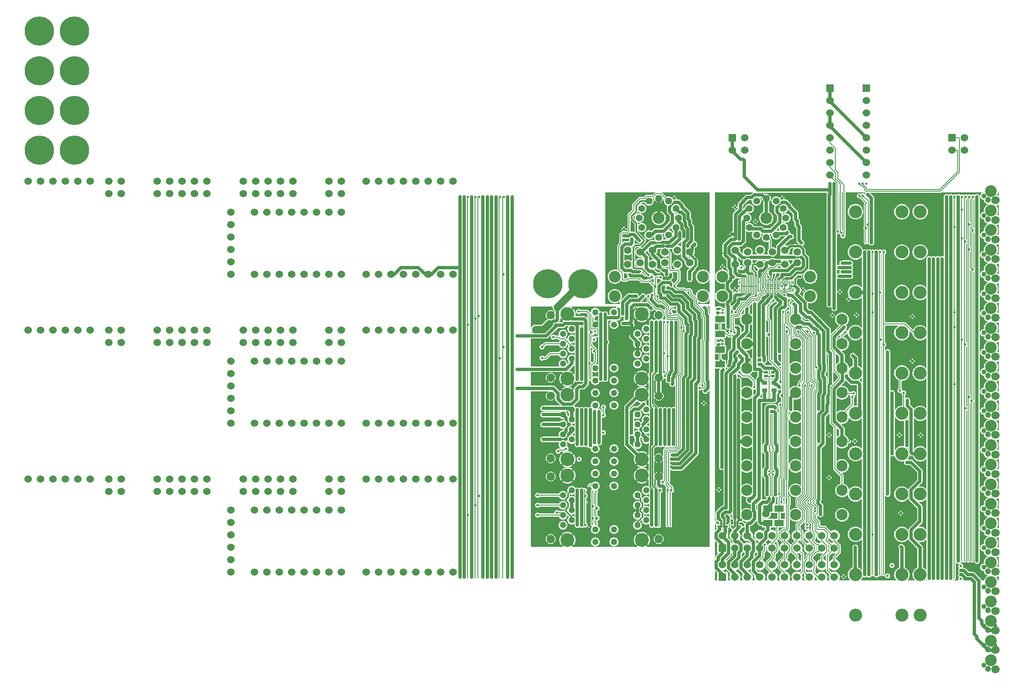
<source format=gbr>
G04 start of page 2 for group 0 idx 0 *
G04 Title: (unknown), top *
G04 Creator: pcb 4.2.0 *
G04 CreationDate: Wed Jul 29 19:43:29 2020 UTC *
G04 For: commonadmin *
G04 Format: Gerber/RS-274X *
G04 PCB-Dimensions (mil): 24000.00 18000.00 *
G04 PCB-Coordinate-Origin: lower left *
%MOIN*%
%FSLAX25Y25*%
%LNTOP*%
%ADD43C,0.1870*%
%ADD42C,0.0354*%
%ADD41C,0.0630*%
%ADD40C,0.0380*%
%ADD39C,0.0886*%
%ADD38C,0.0295*%
%ADD37C,0.0492*%
%ADD36C,0.0197*%
%ADD35C,0.0787*%
%ADD34C,0.0350*%
%ADD33C,0.0118*%
%ADD32C,0.0100*%
%ADD31C,0.0240*%
%ADD30C,0.0551*%
%ADD29C,0.2362*%
%ADD28C,0.0512*%
%ADD27C,0.1102*%
%ADD26C,0.0906*%
%ADD25C,0.1043*%
%ADD24C,0.0472*%
%ADD23C,0.0669*%
%ADD22C,0.0394*%
%ADD21C,0.0945*%
%ADD20C,0.0600*%
%ADD19C,0.0130*%
%ADD18C,0.0200*%
%ADD17C,0.0180*%
%ADD16C,0.0140*%
%ADD15C,0.0160*%
%ADD14C,0.0120*%
%ADD13C,0.0250*%
%ADD12C,0.0060*%
%ADD11C,0.0001*%
G54D11*G36*
X561495Y443805D02*X561697Y443854D01*
X562025Y443989D01*
X562327Y444174D01*
X562591Y444409D01*
X564500Y446318D01*
Y320500D01*
X561495D01*
Y435322D01*
X561509Y435321D01*
X561587Y435330D01*
X561663Y435352D01*
X561734Y435385D01*
X561800Y435428D01*
X561857Y435482D01*
X561906Y435543D01*
X561945Y435612D01*
X561972Y435686D01*
X561986Y435763D01*
X562004Y436000D01*
X561989Y436237D01*
X561974Y436315D01*
X561946Y436389D01*
X561908Y436458D01*
X561859Y436520D01*
X561801Y436573D01*
X561735Y436617D01*
X561663Y436650D01*
X561587Y436671D01*
X561509Y436681D01*
X561495Y436680D01*
Y443805D01*
G37*
G36*
X560001Y443978D02*X560303Y443854D01*
X560647Y443771D01*
X561000Y443743D01*
X561353Y443771D01*
X561495Y443805D01*
Y436680D01*
X561430Y436677D01*
X561352Y436662D01*
X561278Y436635D01*
X561209Y436596D01*
X561147Y436547D01*
X561094Y436489D01*
X561050Y436423D01*
X561017Y436351D01*
X560996Y436275D01*
X560986Y436197D01*
X560991Y436118D01*
X561000Y436000D01*
X560993Y435882D01*
X560988Y435803D01*
X560997Y435725D01*
X561019Y435649D01*
X561052Y435578D01*
X561095Y435512D01*
X561149Y435454D01*
X561210Y435406D01*
X561279Y435367D01*
X561353Y435340D01*
X561430Y435324D01*
X561495Y435322D01*
Y320500D01*
X560001D01*
Y433997D01*
X560237Y434011D01*
X560315Y434026D01*
X560389Y434054D01*
X560458Y434092D01*
X560520Y434141D01*
X560573Y434199D01*
X560617Y434265D01*
X560650Y434337D01*
X560671Y434413D01*
X560681Y434491D01*
X560677Y434570D01*
X560662Y434648D01*
X560635Y434722D01*
X560596Y434791D01*
X560547Y434853D01*
X560489Y434906D01*
X560423Y434950D01*
X560351Y434983D01*
X560275Y435004D01*
X560197Y435014D01*
X560118Y435009D01*
X560001Y435000D01*
Y437000D01*
X560118Y436993D01*
X560197Y436988D01*
X560275Y436997D01*
X560351Y437019D01*
X560422Y437052D01*
X560488Y437095D01*
X560546Y437149D01*
X560594Y437210D01*
X560633Y437279D01*
X560660Y437353D01*
X560676Y437430D01*
X560679Y437509D01*
X560670Y437587D01*
X560648Y437663D01*
X560615Y437734D01*
X560572Y437800D01*
X560518Y437857D01*
X560457Y437906D01*
X560388Y437945D01*
X560314Y437972D01*
X560237Y437986D01*
X560001Y438003D01*
Y443978D01*
G37*
G36*
X558505Y447200D02*X559097D01*
X558989Y447025D01*
X558854Y446697D01*
X558771Y446353D01*
X558743Y446000D01*
X558771Y445647D01*
X558854Y445303D01*
X558989Y444975D01*
X559174Y444673D01*
X559404Y444404D01*
X559673Y444174D01*
X559975Y443989D01*
X560001Y443978D01*
Y438003D01*
X560000Y438004D01*
X559763Y437989D01*
X559685Y437974D01*
X559611Y437946D01*
X559542Y437908D01*
X559480Y437859D01*
X559427Y437801D01*
X559383Y437735D01*
X559350Y437663D01*
X559329Y437587D01*
X559319Y437509D01*
X559323Y437430D01*
X559338Y437352D01*
X559365Y437278D01*
X559404Y437209D01*
X559453Y437147D01*
X559511Y437094D01*
X559577Y437050D01*
X559649Y437017D01*
X559725Y436996D01*
X559803Y436987D01*
X559882Y436991D01*
X560000Y437000D01*
X560001Y437000D01*
Y435000D01*
X560000Y435000D01*
X559882Y435007D01*
X559803Y435012D01*
X559725Y435003D01*
X559649Y434981D01*
X559578Y434948D01*
X559512Y434905D01*
X559454Y434851D01*
X559406Y434790D01*
X559367Y434721D01*
X559340Y434647D01*
X559324Y434570D01*
X559321Y434491D01*
X559330Y434413D01*
X559352Y434337D01*
X559385Y434266D01*
X559428Y434200D01*
X559482Y434143D01*
X559543Y434094D01*
X559612Y434055D01*
X559686Y434028D01*
X559763Y434014D01*
X560000Y433996D01*
X560001Y433997D01*
Y320500D01*
X558505D01*
Y435320D01*
X558570Y435323D01*
X558648Y435338D01*
X558722Y435365D01*
X558791Y435404D01*
X558853Y435453D01*
X558906Y435511D01*
X558950Y435577D01*
X558983Y435649D01*
X559004Y435725D01*
X559013Y435803D01*
X559009Y435882D01*
X559000Y436000D01*
X559007Y436118D01*
X559012Y436197D01*
X559003Y436275D01*
X558981Y436351D01*
X558948Y436422D01*
X558905Y436488D01*
X558851Y436546D01*
X558790Y436594D01*
X558721Y436633D01*
X558647Y436660D01*
X558570Y436676D01*
X558505Y436678D01*
Y447200D01*
G37*
G36*
X526810Y327288D02*X526837Y327084D01*
X526850Y326787D01*
X526837Y326491D01*
X526810Y326287D01*
Y327288D01*
G37*
G36*
Y364386D02*X526821Y364377D01*
X527089Y364212D01*
X527380Y364092D01*
X527686Y364019D01*
X528000Y363994D01*
X528314Y364019D01*
X528620Y364092D01*
X528911Y364212D01*
X529179Y364377D01*
X529200Y364395D01*
Y337500D01*
X529212Y337296D01*
X529260Y337097D01*
X529338Y336908D01*
X529445Y336734D01*
X529578Y336578D01*
X529734Y336445D01*
X529908Y336338D01*
X530097Y336260D01*
X530296Y336212D01*
X530500Y336196D01*
X530704Y336212D01*
X530903Y336260D01*
X531092Y336338D01*
X531266Y336445D01*
X531422Y336578D01*
X531555Y336734D01*
X531662Y336908D01*
X531740Y337097D01*
X531750Y337138D01*
X531760Y337097D01*
X531838Y336908D01*
X531945Y336734D01*
X532078Y336578D01*
X532234Y336445D01*
X532408Y336338D01*
X532597Y336260D01*
X532796Y336212D01*
X533000Y336196D01*
X533204Y336212D01*
X533403Y336260D01*
X533592Y336338D01*
X533766Y336445D01*
X533922Y336578D01*
X534055Y336734D01*
X534162Y336908D01*
X534240Y337097D01*
X534288Y337296D01*
X534300Y337500D01*
Y364017D01*
X534314Y364019D01*
X534620Y364092D01*
X534911Y364212D01*
X535179Y364377D01*
X535419Y364581D01*
X535623Y364821D01*
X535788Y365089D01*
X535908Y365380D01*
X535981Y365686D01*
X536000Y366000D01*
X535981Y366314D01*
X535908Y366620D01*
X535788Y366911D01*
X535623Y367179D01*
X535419Y367419D01*
X535300Y367520D01*
Y368449D01*
X535304Y368500D01*
X535288Y368704D01*
X535288Y368704D01*
X535252Y368855D01*
X535240Y368903D01*
X535208Y368981D01*
X535162Y369092D01*
X535120Y369160D01*
X535055Y369266D01*
X535055Y369267D01*
X534922Y369422D01*
X534883Y369455D01*
X532300Y372038D01*
Y372462D01*
X532383Y372545D01*
X532422Y372578D01*
X532555Y372733D01*
X532555Y372734D01*
X532662Y372908D01*
X532740Y373097D01*
X532788Y373296D01*
X532804Y373500D01*
X532800Y373551D01*
Y383125D01*
X532880Y383092D01*
X532947Y383076D01*
X532989Y382975D01*
X533174Y382673D01*
X533404Y382404D01*
X533673Y382174D01*
X533975Y381989D01*
X534303Y381854D01*
X534647Y381771D01*
X535000Y381750D01*
X541412D01*
X541500Y381743D01*
X541853Y381771D01*
X541853Y381771D01*
X542197Y381854D01*
X542525Y381989D01*
X542827Y382174D01*
X543096Y382404D01*
X543153Y382471D01*
X555029Y394347D01*
X555096Y394404D01*
X555326Y394673D01*
X555326Y394673D01*
X555511Y394975D01*
X555646Y395303D01*
X555729Y395647D01*
X555757Y396000D01*
X555750Y396088D01*
Y446646D01*
X555880Y446592D01*
X556186Y446519D01*
X556500Y446494D01*
X556814Y446519D01*
X557120Y446592D01*
X557411Y446712D01*
X557679Y446877D01*
X557919Y447081D01*
X558020Y447200D01*
X558505D01*
Y436678D01*
X558491Y436679D01*
X558413Y436670D01*
X558337Y436648D01*
X558266Y436615D01*
X558200Y436572D01*
X558143Y436518D01*
X558094Y436457D01*
X558055Y436388D01*
X558028Y436314D01*
X558014Y436237D01*
X557996Y436000D01*
X558011Y435763D01*
X558026Y435685D01*
X558054Y435611D01*
X558092Y435542D01*
X558141Y435480D01*
X558199Y435427D01*
X558265Y435383D01*
X558337Y435350D01*
X558413Y435329D01*
X558491Y435319D01*
X558505Y435320D01*
Y320500D01*
X526810D01*
Y324636D01*
X526908Y324783D01*
X527072Y325092D01*
X527208Y325415D01*
X527315Y325749D01*
X527392Y326090D01*
X527439Y326437D01*
X527454Y326787D01*
X527439Y327137D01*
X527392Y327484D01*
X527315Y327826D01*
X527208Y328160D01*
X527072Y328482D01*
X526908Y328792D01*
X526810Y328943D01*
Y364386D01*
G37*
G36*
X523506Y335798D02*X523597Y335760D01*
X523796Y335712D01*
X524000Y335696D01*
X524204Y335712D01*
X524403Y335760D01*
X524592Y335838D01*
X524766Y335945D01*
X524922Y336078D01*
X525055Y336234D01*
X525162Y336408D01*
X525240Y336597D01*
X525288Y336796D01*
X525300Y337000D01*
Y364017D01*
X525314Y364019D01*
X525620Y364092D01*
X525911Y364212D01*
X526179Y364377D01*
X526419Y364581D01*
X526500Y364677D01*
X526581Y364581D01*
X526810Y364386D01*
Y328943D01*
X526717Y329085D01*
X526687Y329122D01*
X526651Y329153D01*
X526610Y329179D01*
X526566Y329197D01*
X526520Y329209D01*
X526472Y329213D01*
X526425Y329209D01*
X526378Y329199D01*
X526334Y329181D01*
X526293Y329156D01*
X526256Y329125D01*
X526225Y329089D01*
X526200Y329049D01*
X526181Y329005D01*
X526170Y328958D01*
X526166Y328911D01*
X526169Y328863D01*
X526180Y328817D01*
X526198Y328773D01*
X526223Y328732D01*
X526388Y328485D01*
X526527Y328223D01*
X526642Y327950D01*
X526733Y327667D01*
X526798Y327378D01*
X526810Y327288D01*
Y326287D01*
X526798Y326197D01*
X526733Y325907D01*
X526642Y325625D01*
X526527Y325352D01*
X526388Y325089D01*
X526226Y324841D01*
X526201Y324801D01*
X526183Y324757D01*
X526172Y324711D01*
X526169Y324664D01*
X526173Y324617D01*
X526184Y324571D01*
X526203Y324528D01*
X526228Y324487D01*
X526259Y324452D01*
X526295Y324421D01*
X526335Y324397D01*
X526379Y324379D01*
X526425Y324369D01*
X526472Y324365D01*
X526519Y324369D01*
X526565Y324381D01*
X526609Y324399D01*
X526649Y324424D01*
X526684Y324455D01*
X526714Y324492D01*
X526810Y324636D01*
Y320500D01*
X523506D01*
Y322837D01*
X523854Y322853D01*
X524201Y322899D01*
X524543Y322976D01*
X524876Y323083D01*
X525199Y323219D01*
X525508Y323383D01*
X525802Y323574D01*
X525839Y323605D01*
X525870Y323641D01*
X525895Y323681D01*
X525914Y323725D01*
X525925Y323772D01*
X525929Y323819D01*
X525926Y323867D01*
X525915Y323913D01*
X525897Y323958D01*
X525873Y323998D01*
X525842Y324035D01*
X525806Y324066D01*
X525765Y324091D01*
X525721Y324110D01*
X525675Y324122D01*
X525627Y324126D01*
X525580Y324122D01*
X525533Y324111D01*
X525489Y324094D01*
X525449Y324068D01*
X525202Y323904D01*
X524940Y323765D01*
X524666Y323649D01*
X524384Y323559D01*
X524094Y323493D01*
X523800Y323454D01*
X523506Y323441D01*
Y330134D01*
X523800Y330121D01*
X524094Y330081D01*
X524384Y330016D01*
X524666Y329925D01*
X524940Y329810D01*
X525202Y329671D01*
X525451Y329509D01*
X525491Y329484D01*
X525534Y329466D01*
X525580Y329456D01*
X525627Y329452D01*
X525674Y329457D01*
X525720Y329468D01*
X525764Y329486D01*
X525804Y329511D01*
X525840Y329542D01*
X525870Y329578D01*
X525894Y329619D01*
X525912Y329663D01*
X525923Y329709D01*
X525926Y329756D01*
X525922Y329803D01*
X525911Y329848D01*
X525892Y329892D01*
X525867Y329932D01*
X525836Y329968D01*
X525800Y329997D01*
X525508Y330191D01*
X525199Y330356D01*
X524876Y330492D01*
X524543Y330599D01*
X524201Y330676D01*
X523854Y330722D01*
X523506Y330738D01*
Y335798D01*
G37*
G36*
X520198Y336159D02*X520475Y335989D01*
X520803Y335854D01*
X521147Y335771D01*
X521500Y335743D01*
X521853Y335771D01*
X522197Y335854D01*
X522525Y335989D01*
X522827Y336174D01*
X522928Y336261D01*
X522945Y336234D01*
X523078Y336078D01*
X523234Y335945D01*
X523408Y335838D01*
X523506Y335798D01*
Y330738D01*
X523504Y330738D01*
X523154Y330722D01*
X522807Y330676D01*
X522465Y330599D01*
X522132Y330492D01*
X521809Y330356D01*
X521500Y330191D01*
X521206Y330001D01*
X521169Y329970D01*
X521138Y329934D01*
X521113Y329893D01*
X521094Y329850D01*
X521083Y329803D01*
X521078Y329756D01*
X521082Y329708D01*
X521093Y329662D01*
X521111Y329617D01*
X521135Y329576D01*
X521166Y329540D01*
X521202Y329509D01*
X521243Y329483D01*
X521287Y329465D01*
X521333Y329453D01*
X521380Y329449D01*
X521428Y329453D01*
X521475Y329463D01*
X521519Y329481D01*
X521559Y329507D01*
X521806Y329671D01*
X522068Y329810D01*
X522341Y329925D01*
X522624Y330016D01*
X522913Y330081D01*
X523208Y330121D01*
X523504Y330134D01*
X523506Y330134D01*
Y323441D01*
X523504Y323441D01*
X523208Y323454D01*
X522913Y323493D01*
X522624Y323559D01*
X522341Y323649D01*
X522068Y323765D01*
X521806Y323904D01*
X521557Y324065D01*
X521517Y324091D01*
X521474Y324108D01*
X521428Y324119D01*
X521380Y324122D01*
X521333Y324118D01*
X521288Y324107D01*
X521244Y324089D01*
X521204Y324064D01*
X521168Y324033D01*
X521138Y323997D01*
X521114Y323956D01*
X521096Y323912D01*
X521085Y323866D01*
X521082Y323819D01*
X521086Y323772D01*
X521097Y323726D01*
X521116Y323683D01*
X521141Y323643D01*
X521171Y323607D01*
X521208Y323577D01*
X521500Y323383D01*
X521809Y323219D01*
X522132Y323083D01*
X522465Y322976D01*
X522807Y322899D01*
X523154Y322853D01*
X523504Y322837D01*
X523506Y322837D01*
Y320500D01*
X520198D01*
Y324632D01*
X520291Y324489D01*
X520321Y324453D01*
X520357Y324421D01*
X520398Y324396D01*
X520442Y324378D01*
X520488Y324366D01*
X520536Y324362D01*
X520583Y324365D01*
X520630Y324376D01*
X520674Y324394D01*
X520715Y324419D01*
X520751Y324449D01*
X520783Y324486D01*
X520808Y324526D01*
X520827Y324570D01*
X520838Y324616D01*
X520842Y324664D01*
X520839Y324711D01*
X520828Y324758D01*
X520810Y324802D01*
X520785Y324843D01*
X520620Y325089D01*
X520481Y325352D01*
X520366Y325625D01*
X520275Y325907D01*
X520210Y326197D01*
X520198Y326287D01*
Y327288D01*
X520210Y327378D01*
X520275Y327667D01*
X520366Y327950D01*
X520481Y328223D01*
X520620Y328485D01*
X520782Y328734D01*
X520807Y328774D01*
X520825Y328818D01*
X520836Y328864D01*
X520839Y328911D01*
X520835Y328958D01*
X520823Y329004D01*
X520805Y329047D01*
X520780Y329087D01*
X520749Y329123D01*
X520713Y329153D01*
X520673Y329178D01*
X520629Y329196D01*
X520583Y329206D01*
X520536Y329210D01*
X520489Y329206D01*
X520443Y329194D01*
X520399Y329176D01*
X520359Y329151D01*
X520324Y329120D01*
X520294Y329083D01*
X520198Y328939D01*
Y336159D01*
G37*
G36*
Y326287D02*X520171Y326491D01*
X520157Y326787D01*
X520171Y327084D01*
X520198Y327288D01*
Y326287D01*
G37*
G36*
X515454Y326761D02*X515490Y326487D01*
X515512Y326000D01*
X515490Y325513D01*
X515454Y325239D01*
Y326761D01*
G37*
G36*
Y338941D02*X515642Y339057D01*
X515750Y339149D01*
Y338000D01*
X515771Y337647D01*
X515854Y337303D01*
X515989Y336975D01*
X516174Y336673D01*
X516404Y336404D01*
X516673Y336174D01*
X516975Y335989D01*
X517303Y335854D01*
X517647Y335771D01*
X518000Y335743D01*
X518353Y335771D01*
X518697Y335854D01*
X519025Y335989D01*
X519327Y336174D01*
X519596Y336404D01*
X519750Y336585D01*
X519904Y336404D01*
X520173Y336174D01*
X520198Y336159D01*
Y328939D01*
X520100Y328792D01*
X519936Y328482D01*
X519800Y328160D01*
X519693Y327826D01*
X519616Y327484D01*
X519569Y327137D01*
X519554Y326787D01*
X519569Y326437D01*
X519616Y326090D01*
X519693Y325749D01*
X519800Y325415D01*
X519936Y325092D01*
X520100Y324783D01*
X520198Y324632D01*
Y320500D01*
X515454D01*
Y322448D01*
X515622Y322701D01*
X515891Y323211D01*
X516115Y323742D01*
X516290Y324291D01*
X516416Y324853D01*
X516493Y325424D01*
X516518Y326000D01*
X516493Y326576D01*
X516416Y327147D01*
X516290Y327709D01*
X516115Y328258D01*
X515891Y328789D01*
X515622Y329299D01*
X515454Y329558D01*
Y338941D01*
G37*
G36*
X509997Y342300D02*X510002Y342305D01*
X509997Y342250D01*
Y342300D01*
G37*
G36*
Y337617D02*X510016Y337929D01*
X509997Y338242D01*
Y341640D01*
X510017Y341386D01*
X510148Y340842D01*
X510362Y340324D01*
X510655Y339846D01*
X511019Y339420D01*
X511445Y339057D01*
X511923Y338764D01*
X512440Y338550D01*
X512985Y338419D01*
X513543Y338375D01*
X514102Y338419D01*
X514647Y338550D01*
X515164Y338764D01*
X515454Y338941D01*
Y329558D01*
X515309Y329782D01*
X515258Y329844D01*
X515198Y329896D01*
X515130Y329938D01*
X515057Y329969D01*
X514980Y329988D01*
X514901Y329995D01*
X514822Y329990D01*
X514744Y329972D01*
X514670Y329942D01*
X514602Y329901D01*
X514541Y329850D01*
X514489Y329790D01*
X514447Y329723D01*
X514416Y329650D01*
X514396Y329572D01*
X514389Y329493D01*
X514395Y329414D01*
X514413Y329336D01*
X514442Y329263D01*
X514485Y329195D01*
X514754Y328789D01*
X514982Y328359D01*
X515171Y327909D01*
X515319Y327445D01*
X515426Y326970D01*
X515454Y326761D01*
Y325239D01*
X515426Y325030D01*
X515319Y324555D01*
X515171Y324091D01*
X514982Y323641D01*
X514754Y323211D01*
X514489Y322802D01*
X514447Y322735D01*
X514418Y322662D01*
X514400Y322585D01*
X514395Y322507D01*
X514402Y322428D01*
X514421Y322352D01*
X514451Y322280D01*
X514493Y322213D01*
X514545Y322154D01*
X514605Y322103D01*
X514673Y322063D01*
X514746Y322033D01*
X514822Y322015D01*
X514901Y322010D01*
X514979Y322017D01*
X515056Y322036D01*
X515128Y322067D01*
X515195Y322109D01*
X515254Y322160D01*
X515303Y322221D01*
X515454Y322448D01*
Y320500D01*
X513487D01*
X513782Y320691D01*
X513844Y320742D01*
X513896Y320802D01*
X513938Y320870D01*
X513969Y320943D01*
X513988Y321020D01*
X513995Y321099D01*
X513990Y321178D01*
X513972Y321256D01*
X513942Y321330D01*
X513901Y321398D01*
X513850Y321459D01*
X513790Y321511D01*
X513723Y321553D01*
X513650Y321584D01*
X513572Y321604D01*
X513493Y321611D01*
X513414Y321605D01*
X513336Y321587D01*
X513263Y321558D01*
X513195Y321515D01*
X512789Y321246D01*
X512359Y321018D01*
X511909Y320829D01*
X511445Y320681D01*
X510970Y320574D01*
X510487Y320510D01*
X510267Y320500D01*
X509997D01*
Y331512D01*
X510000Y331512D01*
X510487Y331490D01*
X510970Y331426D01*
X511445Y331319D01*
X511909Y331171D01*
X512359Y330982D01*
X512789Y330754D01*
X513198Y330489D01*
X513265Y330447D01*
X513338Y330418D01*
X513415Y330400D01*
X513493Y330395D01*
X513572Y330402D01*
X513648Y330421D01*
X513720Y330451D01*
X513787Y330493D01*
X513846Y330545D01*
X513897Y330605D01*
X513937Y330673D01*
X513967Y330746D01*
X513985Y330822D01*
X513990Y330901D01*
X513983Y330979D01*
X513964Y331056D01*
X513933Y331128D01*
X513891Y331195D01*
X513840Y331254D01*
X513779Y331303D01*
X513299Y331622D01*
X512789Y331891D01*
X512258Y332115D01*
X511709Y332290D01*
X511147Y332416D01*
X510576Y332493D01*
X510000Y332518D01*
X509997Y332518D01*
Y337617D01*
G37*
G36*
Y338242D02*X509983Y338488D01*
X509852Y339032D01*
X509638Y339550D01*
X509345Y340028D01*
X508981Y340454D01*
X508555Y340817D01*
X508530Y340833D01*
X509997Y342300D01*
Y342250D01*
X509973Y341945D01*
X509997Y341640D01*
Y338242D01*
G37*
G36*
X504879Y334730D02*X505353Y334534D01*
X505898Y334403D01*
X506457Y334359D01*
X507015Y334403D01*
X507560Y334534D01*
X508077Y334748D01*
X508555Y335041D01*
X508981Y335405D01*
X509345Y335831D01*
X509638Y336308D01*
X509852Y336826D01*
X509983Y337371D01*
X509997Y337617D01*
Y332518D01*
X509424Y332493D01*
X508853Y332416D01*
X508291Y332290D01*
X507742Y332115D01*
X507211Y331891D01*
X506701Y331622D01*
X506218Y331309D01*
X506156Y331258D01*
X506104Y331198D01*
X506062Y331130D01*
X506031Y331057D01*
X506012Y330980D01*
X506005Y330901D01*
X506010Y330822D01*
X506028Y330744D01*
X506058Y330670D01*
X506099Y330602D01*
X506150Y330541D01*
X506210Y330489D01*
X506277Y330447D01*
X506350Y330416D01*
X506428Y330396D01*
X506507Y330389D01*
X506586Y330395D01*
X506664Y330413D01*
X506737Y330442D01*
X506805Y330485D01*
X507211Y330754D01*
X507641Y330982D01*
X508091Y331171D01*
X508555Y331319D01*
X509030Y331426D01*
X509513Y331490D01*
X509997Y331512D01*
Y320500D01*
X509733D01*
X509513Y320510D01*
X509030Y320574D01*
X508555Y320681D01*
X508091Y320829D01*
X507641Y321018D01*
X507211Y321246D01*
X506802Y321511D01*
X506735Y321553D01*
X506662Y321582D01*
X506585Y321600D01*
X506507Y321605D01*
X506428Y321598D01*
X506352Y321579D01*
X506280Y321549D01*
X506213Y321507D01*
X506154Y321455D01*
X506103Y321395D01*
X506063Y321327D01*
X506033Y321254D01*
X506015Y321178D01*
X506010Y321099D01*
X506017Y321021D01*
X506036Y320944D01*
X506067Y320872D01*
X506109Y320805D01*
X506160Y320746D01*
X506221Y320697D01*
X506518Y320500D01*
X504879D01*
Y322058D01*
X504943Y322031D01*
X505020Y322012D01*
X505099Y322005D01*
X505178Y322010D01*
X505256Y322028D01*
X505330Y322058D01*
X505398Y322099D01*
X505459Y322150D01*
X505511Y322210D01*
X505553Y322277D01*
X505584Y322350D01*
X505604Y322428D01*
X505611Y322507D01*
X505605Y322586D01*
X505587Y322664D01*
X505558Y322737D01*
X505515Y322805D01*
X505246Y323211D01*
X505018Y323641D01*
X504879Y323972D01*
Y328028D01*
X505018Y328359D01*
X505246Y328789D01*
X505511Y329198D01*
X505553Y329265D01*
X505582Y329338D01*
X505600Y329415D01*
X505605Y329493D01*
X505598Y329572D01*
X505579Y329648D01*
X505549Y329720D01*
X505507Y329787D01*
X505455Y329846D01*
X505395Y329897D01*
X505327Y329937D01*
X505254Y329967D01*
X505178Y329985D01*
X505099Y329990D01*
X505021Y329983D01*
X504944Y329964D01*
X504879Y329936D01*
Y334730D01*
G37*
G36*
Y342762D02*X505353Y342565D01*
X505898Y342435D01*
X506457Y342391D01*
X506714Y342411D01*
X505714Y341411D01*
X505353Y341324D01*
X504879Y341128D01*
Y342762D01*
G37*
G36*
Y350793D02*X505353Y350597D01*
X505898Y350466D01*
X506457Y350422D01*
X507015Y350466D01*
X507560Y350597D01*
X507800Y350696D01*
Y349256D01*
X507560Y349356D01*
X507015Y349487D01*
X506457Y349531D01*
X505898Y349487D01*
X505353Y349356D01*
X504879Y349160D01*
Y350793D01*
G37*
G36*
Y358825D02*X505353Y358628D01*
X505898Y358498D01*
X506457Y358454D01*
X507015Y358498D01*
X507560Y358628D01*
X507800Y358728D01*
Y357288D01*
X507560Y357387D01*
X507015Y357518D01*
X506457Y357562D01*
X505898Y357518D01*
X505353Y357387D01*
X504879Y357191D01*
Y358825D01*
G37*
G36*
X510003Y365665D02*X510017Y365481D01*
X510148Y364936D01*
X510362Y364419D01*
X510655Y363941D01*
X511019Y363515D01*
X511445Y363151D01*
X511923Y362858D01*
X512440Y362644D01*
X512985Y362513D01*
X513543Y362469D01*
X514102Y362513D01*
X514647Y362644D01*
X515164Y362858D01*
X515642Y363151D01*
X515750Y363244D01*
Y360804D01*
X515642Y360896D01*
X515164Y361189D01*
X514647Y361403D01*
X514102Y361534D01*
X513543Y361578D01*
X512985Y361534D01*
X512440Y361403D01*
X511923Y361189D01*
X511445Y360896D01*
X511019Y360532D01*
X510655Y360106D01*
X510362Y359629D01*
X510200Y359237D01*
Y359433D01*
X510204Y359480D01*
X510189Y359669D01*
X510145Y359852D01*
X510073Y360027D01*
X510003Y360141D01*
Y361803D01*
X510016Y362024D01*
X510003Y362245D01*
Y365665D01*
G37*
G36*
Y408315D02*X510184Y408134D01*
X510148Y408048D01*
X510017Y407503D01*
X510003Y407319D01*
Y408315D01*
G37*
G36*
Y388743D02*X510353Y388771D01*
X510697Y388854D01*
X511025Y388989D01*
X511327Y389174D01*
X511596Y389404D01*
X511826Y389673D01*
X512011Y389975D01*
X512146Y390303D01*
X512229Y390647D01*
X512257Y391000D01*
X512229Y391353D01*
X512146Y391697D01*
X512011Y392025D01*
X511826Y392327D01*
X511591Y392591D01*
X510003Y394179D01*
Y396512D01*
X510487Y396490D01*
X510970Y396426D01*
X511445Y396319D01*
X511909Y396171D01*
X512359Y395982D01*
X512789Y395754D01*
X513198Y395489D01*
X513265Y395447D01*
X513338Y395418D01*
X513415Y395400D01*
X513493Y395395D01*
X513572Y395402D01*
X513648Y395421D01*
X513720Y395451D01*
X513787Y395493D01*
X513846Y395545D01*
X513897Y395605D01*
X513937Y395673D01*
X513967Y395746D01*
X513985Y395822D01*
X513990Y395901D01*
X513983Y395979D01*
X513964Y396056D01*
X513933Y396128D01*
X513891Y396195D01*
X513840Y396254D01*
X513779Y396303D01*
X513299Y396622D01*
X512789Y396891D01*
X512258Y397115D01*
X511709Y397290D01*
X511147Y397416D01*
X510576Y397493D01*
X510003Y397518D01*
Y402708D01*
X510016Y402929D01*
X510003Y403150D01*
Y406571D01*
X510017Y406386D01*
X510148Y405842D01*
X510362Y405324D01*
X510655Y404846D01*
X511019Y404420D01*
X511445Y404057D01*
X511923Y403764D01*
X512440Y403550D01*
X512985Y403419D01*
X513543Y403375D01*
X514102Y403419D01*
X514647Y403550D01*
X515164Y403764D01*
X515642Y404057D01*
X515750Y404149D01*
Y403000D01*
X515771Y402647D01*
X515810Y402482D01*
X515727Y402346D01*
X515655Y402172D01*
X515611Y401988D01*
X515596Y401800D01*
X515600Y401753D01*
Y394332D01*
X515309Y394782D01*
X515258Y394844D01*
X515198Y394896D01*
X515130Y394938D01*
X515057Y394969D01*
X514980Y394988D01*
X514901Y394995D01*
X514822Y394990D01*
X514744Y394972D01*
X514670Y394942D01*
X514602Y394901D01*
X514541Y394850D01*
X514489Y394790D01*
X514447Y394723D01*
X514416Y394650D01*
X514396Y394572D01*
X514389Y394493D01*
X514395Y394414D01*
X514413Y394336D01*
X514442Y394263D01*
X514485Y394195D01*
X514754Y393789D01*
X514982Y393359D01*
X515171Y392909D01*
X515319Y392445D01*
X515426Y391970D01*
X515490Y391487D01*
X515512Y391000D01*
X515490Y390513D01*
X515426Y390030D01*
X515319Y389555D01*
X515171Y389091D01*
X514982Y388641D01*
X514754Y388211D01*
X514489Y387802D01*
X514447Y387735D01*
X514418Y387662D01*
X514400Y387585D01*
X514395Y387507D01*
X514402Y387428D01*
X514421Y387352D01*
X514451Y387280D01*
X514493Y387213D01*
X514545Y387154D01*
X514605Y387103D01*
X514673Y387063D01*
X514746Y387033D01*
X514822Y387015D01*
X514901Y387010D01*
X514979Y387017D01*
X515056Y387036D01*
X515128Y387067D01*
X515195Y387109D01*
X515254Y387160D01*
X515303Y387221D01*
X515600Y387668D01*
Y381301D01*
X515309Y381751D01*
X515258Y381812D01*
X515198Y381864D01*
X515130Y381907D01*
X515057Y381938D01*
X514980Y381957D01*
X514901Y381964D01*
X514822Y381958D01*
X514744Y381941D01*
X514670Y381911D01*
X514602Y381870D01*
X514541Y381819D01*
X514489Y381759D01*
X514447Y381691D01*
X514416Y381618D01*
X514396Y381541D01*
X514389Y381462D01*
X514395Y381382D01*
X514413Y381305D01*
X514442Y381231D01*
X514485Y381164D01*
X514754Y380758D01*
X514982Y380327D01*
X515171Y379878D01*
X515319Y379414D01*
X515426Y378938D01*
X515490Y378455D01*
X515512Y377969D01*
X515490Y377482D01*
X515426Y376999D01*
X515319Y376523D01*
X515171Y376059D01*
X514982Y375610D01*
X514754Y375179D01*
X514489Y374770D01*
X514447Y374704D01*
X514418Y374631D01*
X514400Y374554D01*
X514395Y374475D01*
X514402Y374397D01*
X514421Y374321D01*
X514451Y374248D01*
X514493Y374182D01*
X514545Y374122D01*
X514605Y374072D01*
X514673Y374031D01*
X514746Y374002D01*
X514822Y373984D01*
X514901Y373979D01*
X514979Y373985D01*
X515056Y374005D01*
X515128Y374035D01*
X515195Y374077D01*
X515254Y374129D01*
X515303Y374190D01*
X515600Y374637D01*
Y368953D01*
X515164Y369220D01*
X514647Y369435D01*
X514102Y369565D01*
X513543Y369609D01*
X512985Y369565D01*
X512440Y369435D01*
X511923Y369220D01*
X511445Y368928D01*
X511019Y368564D01*
X510655Y368138D01*
X510362Y367660D01*
X510148Y367143D01*
X510017Y366598D01*
X510003Y366413D01*
Y371450D01*
X510576Y371476D01*
X511147Y371552D01*
X511709Y371678D01*
X512258Y371854D01*
X512789Y372077D01*
X513299Y372347D01*
X513782Y372660D01*
X513844Y372711D01*
X513896Y372771D01*
X513938Y372838D01*
X513969Y372911D01*
X513988Y372988D01*
X513995Y373068D01*
X513990Y373147D01*
X513972Y373225D01*
X513942Y373298D01*
X513901Y373367D01*
X513850Y373427D01*
X513790Y373480D01*
X513723Y373522D01*
X513650Y373553D01*
X513572Y373572D01*
X513493Y373579D01*
X513414Y373574D01*
X513336Y373556D01*
X513263Y373526D01*
X513195Y373484D01*
X512789Y373215D01*
X512359Y372987D01*
X511909Y372798D01*
X511445Y372650D01*
X510970Y372543D01*
X510487Y372478D01*
X510003Y372457D01*
Y383480D01*
X510487Y383459D01*
X510970Y383394D01*
X511445Y383287D01*
X511909Y383139D01*
X512359Y382950D01*
X512789Y382722D01*
X513198Y382457D01*
X513265Y382416D01*
X513338Y382386D01*
X513415Y382369D01*
X513493Y382363D01*
X513572Y382370D01*
X513648Y382389D01*
X513720Y382420D01*
X513787Y382462D01*
X513846Y382513D01*
X513897Y382574D01*
X513937Y382641D01*
X513967Y382714D01*
X513985Y382791D01*
X513990Y382869D01*
X513983Y382948D01*
X513964Y383024D01*
X513933Y383096D01*
X513891Y383163D01*
X513840Y383223D01*
X513779Y383272D01*
X513299Y383590D01*
X512789Y383860D01*
X512258Y384083D01*
X511709Y384259D01*
X511147Y384385D01*
X510576Y384461D01*
X510055Y384484D01*
X510576Y384507D01*
X511147Y384584D01*
X511709Y384710D01*
X512258Y384885D01*
X512789Y385109D01*
X513299Y385378D01*
X513782Y385691D01*
X513844Y385742D01*
X513896Y385802D01*
X513938Y385870D01*
X513969Y385943D01*
X513988Y386020D01*
X513995Y386099D01*
X513990Y386178D01*
X513972Y386256D01*
X513942Y386330D01*
X513901Y386398D01*
X513850Y386459D01*
X513790Y386511D01*
X513723Y386553D01*
X513650Y386584D01*
X513572Y386604D01*
X513493Y386611D01*
X513414Y386605D01*
X513336Y386587D01*
X513263Y386558D01*
X513195Y386515D01*
X512789Y386246D01*
X512359Y386018D01*
X511909Y385829D01*
X511445Y385681D01*
X510970Y385574D01*
X510487Y385510D01*
X510003Y385488D01*
Y388743D01*
G37*
G36*
Y360141D02*X509974Y360188D01*
X509851Y360331D01*
X509815Y360362D01*
X509678Y360500D01*
X509852Y360920D01*
X509983Y361465D01*
X510003Y361803D01*
Y360141D01*
G37*
G36*
Y403150D02*X509983Y403488D01*
X509852Y404032D01*
X509638Y404550D01*
X509345Y405028D01*
X508981Y405454D01*
X508707Y405688D01*
Y408202D01*
X508981Y408436D01*
X509345Y408862D01*
X509385Y408927D01*
X509404Y408904D01*
X509471Y408847D01*
X510003Y408315D01*
Y407319D01*
X509973Y406945D01*
X510003Y406571D01*
Y403150D01*
G37*
G36*
Y397518D02*X510000Y397518D01*
X509424Y397493D01*
X508853Y397416D01*
X508291Y397290D01*
X507742Y397115D01*
X507267Y396915D01*
X504879Y399303D01*
Y399730D01*
X505353Y399534D01*
X505898Y399403D01*
X506457Y399359D01*
X507015Y399403D01*
X507560Y399534D01*
X508077Y399748D01*
X508555Y400041D01*
X508981Y400405D01*
X509345Y400831D01*
X509638Y401308D01*
X509852Y401826D01*
X509983Y402371D01*
X510003Y402708D01*
Y397518D01*
G37*
G36*
Y394179D02*X508035Y396147D01*
X508091Y396171D01*
X508555Y396319D01*
X509030Y396426D01*
X509513Y396490D01*
X510000Y396512D01*
X510003Y396512D01*
Y394179D01*
G37*
G36*
X504879Y387058D02*X504943Y387031D01*
X505020Y387012D01*
X505099Y387005D01*
X505178Y387010D01*
X505256Y387028D01*
X505330Y387058D01*
X505398Y387099D01*
X505459Y387150D01*
X505511Y387210D01*
X505553Y387277D01*
X505584Y387350D01*
X505604Y387428D01*
X505611Y387507D01*
X505605Y387586D01*
X505587Y387664D01*
X505558Y387737D01*
X505515Y387805D01*
X505246Y388211D01*
X505018Y388641D01*
X504879Y388972D01*
Y392939D01*
X508409Y389409D01*
X508673Y389174D01*
X508975Y388989D01*
X509303Y388854D01*
X509647Y388771D01*
X510000Y388743D01*
X510003Y388743D01*
Y385488D01*
X510000Y385488D01*
X509513Y385510D01*
X509030Y385574D01*
X508555Y385681D01*
X508091Y385829D01*
X507641Y386018D01*
X507211Y386246D01*
X506802Y386511D01*
X506735Y386553D01*
X506662Y386582D01*
X506585Y386600D01*
X506507Y386605D01*
X506428Y386598D01*
X506352Y386579D01*
X506280Y386549D01*
X506213Y386507D01*
X506154Y386455D01*
X506103Y386395D01*
X506063Y386327D01*
X506033Y386254D01*
X506015Y386178D01*
X506010Y386099D01*
X506017Y386021D01*
X506036Y385944D01*
X506067Y385872D01*
X506109Y385805D01*
X506160Y385746D01*
X506221Y385697D01*
X506701Y385378D01*
X507211Y385109D01*
X507742Y384885D01*
X508291Y384710D01*
X508853Y384584D01*
X509424Y384507D01*
X509945Y384484D01*
X509424Y384461D01*
X508853Y384385D01*
X508291Y384259D01*
X507742Y384083D01*
X507211Y383860D01*
X506701Y383590D01*
X506218Y383277D01*
X506156Y383226D01*
X506104Y383166D01*
X506062Y383099D01*
X506031Y383026D01*
X506012Y382949D01*
X506005Y382869D01*
X506010Y382790D01*
X506028Y382712D01*
X506058Y382639D01*
X506099Y382571D01*
X506150Y382510D01*
X506210Y382457D01*
X506277Y382415D01*
X506350Y382384D01*
X506428Y382365D01*
X506507Y382358D01*
X506586Y382363D01*
X506664Y382381D01*
X506737Y382411D01*
X506805Y382453D01*
X507211Y382722D01*
X507641Y382950D01*
X508091Y383139D01*
X508555Y383287D01*
X509030Y383394D01*
X509513Y383459D01*
X510000Y383480D01*
X510003Y383480D01*
Y372457D01*
X510000Y372457D01*
X509513Y372478D01*
X509030Y372543D01*
X508555Y372650D01*
X508091Y372798D01*
X507641Y372987D01*
X507211Y373215D01*
X506802Y373480D01*
X506735Y373521D01*
X506662Y373551D01*
X506585Y373568D01*
X506507Y373574D01*
X506428Y373567D01*
X506352Y373548D01*
X506280Y373517D01*
X506213Y373475D01*
X506154Y373424D01*
X506103Y373363D01*
X506063Y373296D01*
X506033Y373223D01*
X506015Y373146D01*
X506010Y373068D01*
X506017Y372989D01*
X506036Y372913D01*
X506067Y372841D01*
X506109Y372774D01*
X506160Y372714D01*
X506221Y372665D01*
X506701Y372347D01*
X507211Y372077D01*
X507742Y371854D01*
X508291Y371678D01*
X508853Y371552D01*
X509424Y371476D01*
X510000Y371450D01*
X510003Y371450D01*
Y366413D01*
X509973Y366039D01*
X510003Y365665D01*
Y362245D01*
X509983Y362582D01*
X509852Y363127D01*
X509638Y363644D01*
X509345Y364122D01*
X508981Y364548D01*
X508555Y364912D01*
X508077Y365205D01*
X507560Y365419D01*
X507015Y365550D01*
X506457Y365594D01*
X505898Y365550D01*
X505353Y365419D01*
X504879Y365223D01*
Y374026D01*
X504943Y373999D01*
X505020Y373980D01*
X505099Y373973D01*
X505178Y373979D01*
X505256Y373996D01*
X505330Y374026D01*
X505398Y374067D01*
X505459Y374118D01*
X505511Y374178D01*
X505553Y374246D01*
X505584Y374319D01*
X505604Y374396D01*
X505611Y374475D01*
X505605Y374555D01*
X505587Y374632D01*
X505558Y374706D01*
X505515Y374773D01*
X505246Y375179D01*
X505018Y375610D01*
X504879Y375940D01*
Y379997D01*
X505018Y380327D01*
X505246Y380758D01*
X505511Y381167D01*
X505553Y381233D01*
X505582Y381306D01*
X505600Y381383D01*
X505605Y381462D01*
X505598Y381540D01*
X505579Y381616D01*
X505549Y381689D01*
X505507Y381756D01*
X505455Y381815D01*
X505395Y381865D01*
X505327Y381906D01*
X505254Y381935D01*
X505178Y381953D01*
X505099Y381958D01*
X505021Y381952D01*
X504944Y381933D01*
X504879Y381905D01*
Y387058D01*
G37*
G36*
X520198Y511464D02*X520545Y511117D01*
X520578Y511078D01*
X520733Y510945D01*
X520734Y510945D01*
X520842Y510879D01*
X520908Y510838D01*
X521097Y510760D01*
X521296Y510712D01*
X521296Y510712D01*
X521500Y510696D01*
X521551Y510700D01*
X521716D01*
X521500Y510585D01*
X521206Y510394D01*
X521169Y510364D01*
X521138Y510328D01*
X521113Y510287D01*
X521094Y510243D01*
X521083Y510197D01*
X521078Y510149D01*
X521082Y510102D01*
X521093Y510055D01*
X521111Y510011D01*
X521135Y509970D01*
X521166Y509934D01*
X521202Y509902D01*
X521243Y509877D01*
X521287Y509858D01*
X521333Y509847D01*
X521380Y509843D01*
X521428Y509846D01*
X521475Y509857D01*
X521519Y509875D01*
X521559Y509900D01*
X521806Y510065D01*
X522068Y510204D01*
X522341Y510319D01*
X522624Y510410D01*
X522913Y510475D01*
X523208Y510514D01*
X523504Y510528D01*
X523800Y510514D01*
X524094Y510475D01*
X524384Y510410D01*
X524666Y510319D01*
X524940Y510204D01*
X524978Y510184D01*
X526507Y508655D01*
X526527Y508617D01*
X526642Y508344D01*
X526700Y508163D01*
Y506551D01*
X526696Y506500D01*
X526700Y506449D01*
Y506199D01*
X526642Y506019D01*
X526610Y505943D01*
X526581Y505919D01*
X526377Y505679D01*
X526212Y505411D01*
X526092Y505120D01*
X526019Y504814D01*
X525994Y504500D01*
X526019Y504186D01*
X526092Y503880D01*
X526212Y503589D01*
X526377Y503321D01*
X526497Y503181D01*
X526327Y503326D01*
X526025Y503511D01*
X525697Y503646D01*
X525398Y503718D01*
X525508Y503777D01*
X525802Y503968D01*
X525839Y503998D01*
X525870Y504034D01*
X525895Y504075D01*
X525914Y504119D01*
X525925Y504165D01*
X525929Y504213D01*
X525926Y504260D01*
X525915Y504307D01*
X525897Y504351D01*
X525873Y504392D01*
X525842Y504429D01*
X525806Y504460D01*
X525765Y504485D01*
X525721Y504504D01*
X525675Y504515D01*
X525627Y504519D01*
X525580Y504516D01*
X525533Y504505D01*
X525489Y504487D01*
X525449Y504462D01*
X525202Y504297D01*
X524940Y504158D01*
X524666Y504043D01*
X524384Y503952D01*
X524094Y503887D01*
X523800Y503848D01*
X523504Y503835D01*
X523208Y503848D01*
X522913Y503887D01*
X522624Y503952D01*
X522341Y504043D01*
X522068Y504158D01*
X521806Y504297D01*
X521557Y504459D01*
X521517Y504484D01*
X521474Y504502D01*
X521428Y504513D01*
X521380Y504516D01*
X521333Y504512D01*
X521288Y504501D01*
X521244Y504482D01*
X521204Y504457D01*
X521168Y504426D01*
X521138Y504390D01*
X521114Y504350D01*
X521096Y504306D01*
X521085Y504260D01*
X521082Y504213D01*
X521086Y504166D01*
X521097Y504120D01*
X521116Y504077D01*
X521141Y504036D01*
X521171Y504001D01*
X521208Y503971D01*
X521500Y503777D01*
X521544Y503753D01*
X521500Y503757D01*
X521147Y503729D01*
X520803Y503646D01*
X520475Y503511D01*
X520198Y503341D01*
Y505026D01*
X520291Y504883D01*
X520321Y504846D01*
X520357Y504815D01*
X520398Y504790D01*
X520442Y504771D01*
X520488Y504760D01*
X520536Y504756D01*
X520583Y504759D01*
X520630Y504770D01*
X520674Y504788D01*
X520715Y504812D01*
X520751Y504843D01*
X520783Y504879D01*
X520808Y504920D01*
X520827Y504964D01*
X520838Y505010D01*
X520842Y505058D01*
X520839Y505105D01*
X520828Y505152D01*
X520810Y505196D01*
X520785Y505236D01*
X520620Y505483D01*
X520481Y505745D01*
X520366Y506019D01*
X520275Y506301D01*
X520210Y506591D01*
X520198Y506681D01*
Y507681D01*
X520210Y507772D01*
X520275Y508061D01*
X520366Y508344D01*
X520481Y508617D01*
X520620Y508879D01*
X520782Y509128D01*
X520807Y509168D01*
X520825Y509212D01*
X520836Y509258D01*
X520839Y509305D01*
X520835Y509352D01*
X520823Y509397D01*
X520805Y509441D01*
X520780Y509481D01*
X520749Y509517D01*
X520713Y509547D01*
X520673Y509571D01*
X520629Y509589D01*
X520583Y509600D01*
X520536Y509603D01*
X520489Y509599D01*
X520443Y509588D01*
X520399Y509569D01*
X520359Y509544D01*
X520324Y509514D01*
X520294Y509477D01*
X520198Y509333D01*
Y511464D01*
G37*
G36*
Y506681D02*X520171Y506885D01*
X520157Y507181D01*
X520171Y507478D01*
X520198Y507681D01*
Y506681D01*
G37*
G36*
X510003Y471571D02*X510017Y471386D01*
X510148Y470842D01*
X510362Y470324D01*
X510655Y469846D01*
X511019Y469420D01*
X511445Y469057D01*
X511923Y468764D01*
X512440Y468550D01*
X512985Y468419D01*
X513543Y468375D01*
X514102Y468419D01*
X514647Y468550D01*
X515164Y468764D01*
X515642Y469057D01*
X515750Y469149D01*
Y462000D01*
X515771Y461647D01*
X515810Y461482D01*
X515727Y461346D01*
X515655Y461172D01*
X515611Y460988D01*
X515596Y460800D01*
X515600Y460753D01*
Y459332D01*
X515309Y459782D01*
X515258Y459844D01*
X515198Y459896D01*
X515130Y459938D01*
X515057Y459969D01*
X514980Y459988D01*
X514901Y459995D01*
X514822Y459990D01*
X514744Y459972D01*
X514670Y459942D01*
X514602Y459901D01*
X514541Y459850D01*
X514489Y459790D01*
X514447Y459723D01*
X514416Y459650D01*
X514396Y459572D01*
X514389Y459493D01*
X514395Y459414D01*
X514413Y459336D01*
X514442Y459263D01*
X514485Y459195D01*
X514754Y458789D01*
X514982Y458359D01*
X515171Y457909D01*
X515319Y457445D01*
X515426Y456970D01*
X515490Y456487D01*
X515512Y456000D01*
X515490Y455513D01*
X515426Y455030D01*
X515319Y454555D01*
X515171Y454091D01*
X514982Y453641D01*
X514754Y453211D01*
X514489Y452802D01*
X514447Y452735D01*
X514418Y452662D01*
X514400Y452585D01*
X514395Y452507D01*
X514402Y452428D01*
X514421Y452352D01*
X514451Y452280D01*
X514493Y452213D01*
X514545Y452154D01*
X514605Y452103D01*
X514673Y452063D01*
X514746Y452033D01*
X514822Y452015D01*
X514901Y452010D01*
X514979Y452017D01*
X515056Y452036D01*
X515128Y452067D01*
X515195Y452109D01*
X515254Y452160D01*
X515303Y452221D01*
X515600Y452668D01*
Y446301D01*
X515309Y446751D01*
X515258Y446812D01*
X515198Y446864D01*
X515130Y446907D01*
X515057Y446938D01*
X514980Y446957D01*
X514901Y446964D01*
X514822Y446958D01*
X514744Y446941D01*
X514670Y446911D01*
X514602Y446870D01*
X514541Y446819D01*
X514489Y446759D01*
X514447Y446691D01*
X514416Y446618D01*
X514396Y446541D01*
X514389Y446462D01*
X514395Y446382D01*
X514413Y446305D01*
X514442Y446231D01*
X514485Y446164D01*
X514754Y445758D01*
X514982Y445327D01*
X515171Y444878D01*
X515319Y444414D01*
X515426Y443938D01*
X515490Y443455D01*
X515512Y442969D01*
X515490Y442482D01*
X515426Y441999D01*
X515319Y441523D01*
X515171Y441059D01*
X514982Y440610D01*
X514754Y440179D01*
X514489Y439770D01*
X514447Y439704D01*
X514418Y439631D01*
X514400Y439554D01*
X514395Y439475D01*
X514402Y439397D01*
X514421Y439321D01*
X514451Y439248D01*
X514493Y439181D01*
X514545Y439122D01*
X514605Y439072D01*
X514673Y439031D01*
X514746Y439002D01*
X514822Y438984D01*
X514901Y438979D01*
X514979Y438985D01*
X515056Y439005D01*
X515128Y439035D01*
X515195Y439077D01*
X515254Y439129D01*
X515303Y439190D01*
X515600Y439637D01*
Y433953D01*
X515164Y434220D01*
X514647Y434435D01*
X514102Y434565D01*
X513566Y434608D01*
X513646Y434803D01*
X513729Y435147D01*
X513757Y435500D01*
X513729Y435853D01*
X513646Y436197D01*
X513511Y436525D01*
X513326Y436827D01*
X513096Y437096D01*
X512992Y437185D01*
X513299Y437347D01*
X513782Y437660D01*
X513844Y437711D01*
X513896Y437771D01*
X513938Y437838D01*
X513969Y437911D01*
X513988Y437988D01*
X513995Y438068D01*
X513990Y438147D01*
X513972Y438225D01*
X513942Y438298D01*
X513901Y438367D01*
X513850Y438427D01*
X513790Y438480D01*
X513723Y438522D01*
X513650Y438553D01*
X513572Y438572D01*
X513493Y438579D01*
X513414Y438574D01*
X513336Y438556D01*
X513263Y438526D01*
X513195Y438484D01*
X512789Y438215D01*
X512359Y437987D01*
X511909Y437798D01*
X511726Y437739D01*
X511500Y437757D01*
X511147Y437729D01*
X510803Y437646D01*
X510475Y437511D01*
X510417Y437475D01*
X510003Y437457D01*
Y440719D01*
X510353Y440739D01*
X510697Y440822D01*
X511025Y440958D01*
X511327Y441143D01*
X511596Y441373D01*
X511826Y441642D01*
X512011Y441944D01*
X512146Y442271D01*
X512229Y442615D01*
X512257Y442969D01*
X512229Y443322D01*
X512146Y443666D01*
X512011Y443993D01*
X511826Y444295D01*
X511596Y444564D01*
X511327Y444794D01*
X511025Y444979D01*
X510697Y445115D01*
X510353Y445198D01*
X510003Y445218D01*
Y448480D01*
X510487Y448459D01*
X510970Y448394D01*
X511445Y448287D01*
X511909Y448139D01*
X512359Y447950D01*
X512789Y447722D01*
X513198Y447457D01*
X513265Y447416D01*
X513338Y447386D01*
X513415Y447369D01*
X513493Y447363D01*
X513572Y447370D01*
X513648Y447389D01*
X513720Y447420D01*
X513787Y447462D01*
X513846Y447513D01*
X513897Y447574D01*
X513937Y447641D01*
X513967Y447714D01*
X513985Y447791D01*
X513990Y447869D01*
X513983Y447948D01*
X513964Y448024D01*
X513933Y448096D01*
X513891Y448163D01*
X513840Y448223D01*
X513779Y448272D01*
X513299Y448590D01*
X512789Y448860D01*
X512258Y449083D01*
X511709Y449259D01*
X511147Y449385D01*
X510576Y449461D01*
X510055Y449484D01*
X510576Y449507D01*
X511147Y449584D01*
X511709Y449710D01*
X512258Y449885D01*
X512789Y450109D01*
X513299Y450378D01*
X513782Y450691D01*
X513844Y450742D01*
X513896Y450802D01*
X513938Y450870D01*
X513969Y450943D01*
X513988Y451020D01*
X513995Y451099D01*
X513990Y451178D01*
X513972Y451256D01*
X513942Y451330D01*
X513901Y451398D01*
X513850Y451459D01*
X513790Y451511D01*
X513723Y451553D01*
X513650Y451584D01*
X513572Y451604D01*
X513493Y451611D01*
X513414Y451605D01*
X513336Y451587D01*
X513263Y451558D01*
X513195Y451515D01*
X512789Y451246D01*
X512359Y451018D01*
X511909Y450829D01*
X511445Y450681D01*
X510970Y450574D01*
X510487Y450510D01*
X510003Y450488D01*
Y461512D01*
X510487Y461490D01*
X510970Y461426D01*
X511445Y461319D01*
X511909Y461171D01*
X512359Y460982D01*
X512789Y460754D01*
X513198Y460489D01*
X513265Y460447D01*
X513338Y460418D01*
X513415Y460400D01*
X513493Y460395D01*
X513572Y460402D01*
X513648Y460421D01*
X513720Y460451D01*
X513787Y460493D01*
X513846Y460545D01*
X513897Y460605D01*
X513937Y460673D01*
X513967Y460746D01*
X513985Y460822D01*
X513990Y460901D01*
X513983Y460979D01*
X513964Y461056D01*
X513933Y461128D01*
X513891Y461195D01*
X513840Y461254D01*
X513779Y461303D01*
X513299Y461622D01*
X512789Y461891D01*
X512258Y462115D01*
X511709Y462290D01*
X511147Y462416D01*
X510576Y462493D01*
X510003Y462518D01*
Y467708D01*
X510016Y467929D01*
X510003Y468150D01*
Y471571D01*
G37*
G36*
Y479602D02*X510017Y479418D01*
X510148Y478873D01*
X510362Y478356D01*
X510655Y477878D01*
X511019Y477452D01*
X511445Y477088D01*
X511923Y476795D01*
X512440Y476581D01*
X512985Y476450D01*
X513543Y476406D01*
X514102Y476450D01*
X514647Y476581D01*
X515164Y476795D01*
X515642Y477088D01*
X515750Y477181D01*
Y474741D01*
X515642Y474833D01*
X515164Y475126D01*
X514647Y475340D01*
X514102Y475471D01*
X513543Y475515D01*
X512985Y475471D01*
X512440Y475340D01*
X511923Y475126D01*
X511445Y474833D01*
X511019Y474469D01*
X510655Y474043D01*
X510362Y473566D01*
X510148Y473048D01*
X510017Y472503D01*
X510003Y472319D01*
Y475740D01*
X510016Y475961D01*
X510003Y476182D01*
Y479602D01*
G37*
G36*
Y487634D02*X510017Y487449D01*
X510148Y486905D01*
X510362Y486387D01*
X510655Y485909D01*
X511019Y485483D01*
X511445Y485120D01*
X511923Y484827D01*
X512440Y484613D01*
X512985Y484482D01*
X513543Y484438D01*
X514102Y484482D01*
X514647Y484613D01*
X515164Y484827D01*
X515642Y485120D01*
X515750Y485212D01*
Y482772D01*
X515642Y482865D01*
X515164Y483157D01*
X514647Y483372D01*
X514102Y483502D01*
X513543Y483546D01*
X512985Y483502D01*
X512440Y483372D01*
X511923Y483157D01*
X511445Y482865D01*
X511019Y482501D01*
X510655Y482075D01*
X510362Y481597D01*
X510148Y481080D01*
X510017Y480535D01*
X510003Y480350D01*
Y483771D01*
X510016Y483992D01*
X510003Y484213D01*
Y487634D01*
G37*
G36*
Y495665D02*X510017Y495481D01*
X510148Y494936D01*
X510362Y494419D01*
X510655Y493941D01*
X511019Y493515D01*
X511445Y493151D01*
X511923Y492858D01*
X512440Y492644D01*
X512985Y492513D01*
X513543Y492469D01*
X514102Y492513D01*
X514647Y492644D01*
X515164Y492858D01*
X515642Y493151D01*
X515750Y493244D01*
Y490804D01*
X515642Y490896D01*
X515164Y491189D01*
X514647Y491403D01*
X514102Y491534D01*
X513543Y491578D01*
X512985Y491534D01*
X512440Y491403D01*
X511923Y491189D01*
X511445Y490896D01*
X511019Y490532D01*
X510655Y490106D01*
X510362Y489629D01*
X510148Y489111D01*
X510017Y488566D01*
X510003Y488382D01*
Y491803D01*
X510016Y492024D01*
X510003Y492245D01*
Y495665D01*
G37*
G36*
Y513250D02*X511562D01*
X511909Y513139D01*
X512359Y512950D01*
X512789Y512722D01*
X513198Y512457D01*
X513265Y512416D01*
X513338Y512386D01*
X513415Y512369D01*
X513493Y512363D01*
X513572Y512370D01*
X513648Y512389D01*
X513720Y512420D01*
X513787Y512462D01*
X513846Y512513D01*
X513897Y512574D01*
X513937Y512641D01*
X513967Y512714D01*
X513985Y512791D01*
X513987Y512831D01*
X514857Y511961D01*
X514822Y511958D01*
X514744Y511941D01*
X514670Y511911D01*
X514602Y511870D01*
X514541Y511819D01*
X514489Y511759D01*
X514447Y511691D01*
X514416Y511618D01*
X514396Y511541D01*
X514389Y511462D01*
X514395Y511382D01*
X514413Y511305D01*
X514442Y511231D01*
X514485Y511164D01*
X514754Y510758D01*
X514982Y510327D01*
X515171Y509878D01*
X515319Y509414D01*
X515426Y508938D01*
X515490Y508455D01*
X515512Y507969D01*
X515490Y507482D01*
X515426Y506999D01*
X515319Y506523D01*
X515171Y506059D01*
X514982Y505610D01*
X514754Y505179D01*
X514489Y504770D01*
X514447Y504704D01*
X514418Y504631D01*
X514400Y504554D01*
X514395Y504475D01*
X514402Y504397D01*
X514421Y504321D01*
X514451Y504248D01*
X514493Y504181D01*
X514545Y504122D01*
X514605Y504072D01*
X514673Y504031D01*
X514746Y504002D01*
X514822Y503984D01*
X514901Y503979D01*
X514979Y503985D01*
X515056Y504005D01*
X515128Y504035D01*
X515195Y504077D01*
X515254Y504129D01*
X515303Y504190D01*
X515622Y504670D01*
X515891Y505179D01*
X516115Y505711D01*
X516290Y506259D01*
X516416Y506822D01*
X516493Y507393D01*
X516518Y507969D01*
X516493Y508544D01*
X516416Y509115D01*
X516290Y509678D01*
X516115Y510227D01*
X515891Y510758D01*
X515702Y511116D01*
X515909Y510909D01*
X516173Y510674D01*
X516475Y510489D01*
X516803Y510354D01*
X517147Y510271D01*
X517500Y510243D01*
X517853Y510271D01*
X518197Y510354D01*
X518525Y510489D01*
X518827Y510674D01*
X519096Y510904D01*
X519326Y511173D01*
X519511Y511475D01*
X519646Y511803D01*
X519688Y511974D01*
X520198Y511464D01*
Y509333D01*
X520100Y509185D01*
X519936Y508876D01*
X519800Y508553D01*
X519693Y508220D01*
X519616Y507878D01*
X519569Y507531D01*
X519554Y507181D01*
X519569Y506831D01*
X519616Y506484D01*
X519693Y506142D01*
X519800Y505809D01*
X519936Y505486D01*
X520100Y505177D01*
X520198Y505026D01*
Y503341D01*
X520173Y503326D01*
X519904Y503096D01*
X519750Y502915D01*
X519596Y503096D01*
X519327Y503326D01*
X519025Y503511D01*
X518697Y503646D01*
X518353Y503729D01*
X518000Y503757D01*
X517647Y503729D01*
X517303Y503646D01*
X516975Y503511D01*
X516673Y503326D01*
X516404Y503096D01*
X516174Y502827D01*
X515989Y502525D01*
X515854Y502197D01*
X515771Y501853D01*
X515750Y501500D01*
Y498835D01*
X515642Y498928D01*
X515164Y499220D01*
X514647Y499435D01*
X514102Y499565D01*
X513543Y499609D01*
X512985Y499565D01*
X512440Y499435D01*
X511923Y499220D01*
X511445Y498928D01*
X511019Y498564D01*
X510655Y498138D01*
X510362Y497660D01*
X510148Y497143D01*
X510017Y496598D01*
X510003Y496413D01*
Y501450D01*
X510576Y501476D01*
X511147Y501552D01*
X511709Y501678D01*
X512258Y501854D01*
X512789Y502077D01*
X513299Y502347D01*
X513782Y502660D01*
X513844Y502711D01*
X513896Y502771D01*
X513938Y502838D01*
X513969Y502911D01*
X513988Y502988D01*
X513995Y503068D01*
X513990Y503147D01*
X513972Y503225D01*
X513942Y503298D01*
X513901Y503367D01*
X513850Y503427D01*
X513790Y503480D01*
X513723Y503522D01*
X513650Y503553D01*
X513572Y503572D01*
X513493Y503579D01*
X513414Y503574D01*
X513336Y503556D01*
X513263Y503526D01*
X513195Y503484D01*
X512789Y503215D01*
X512359Y502987D01*
X511909Y502798D01*
X511445Y502650D01*
X510970Y502543D01*
X510487Y502478D01*
X510003Y502457D01*
Y513250D01*
G37*
G36*
Y445218D02*X510000Y445219D01*
X508057D01*
X507969Y445225D01*
X507615Y445198D01*
X507271Y445115D01*
X506944Y444979D01*
X506642Y444794D01*
X506642Y444794D01*
X506373Y444564D01*
X506315Y444497D01*
X504879Y443061D01*
Y444997D01*
X505018Y445327D01*
X505246Y445758D01*
X505511Y446167D01*
X505553Y446233D01*
X505582Y446306D01*
X505600Y446383D01*
X505605Y446462D01*
X505598Y446540D01*
X505579Y446616D01*
X505549Y446689D01*
X505507Y446756D01*
X505455Y446815D01*
X505395Y446865D01*
X505327Y446906D01*
X505254Y446935D01*
X505178Y446953D01*
X505099Y446958D01*
X505021Y446952D01*
X504944Y446933D01*
X504879Y446905D01*
Y452058D01*
X504943Y452031D01*
X505020Y452012D01*
X505099Y452005D01*
X505178Y452010D01*
X505256Y452028D01*
X505330Y452058D01*
X505398Y452099D01*
X505459Y452150D01*
X505511Y452210D01*
X505553Y452277D01*
X505584Y452350D01*
X505604Y452428D01*
X505611Y452507D01*
X505605Y452586D01*
X505587Y452664D01*
X505558Y452737D01*
X505515Y452805D01*
X505246Y453211D01*
X505018Y453641D01*
X504879Y453972D01*
Y458028D01*
X505018Y458359D01*
X505246Y458789D01*
X505511Y459198D01*
X505553Y459265D01*
X505582Y459338D01*
X505600Y459415D01*
X505605Y459493D01*
X505598Y459572D01*
X505579Y459648D01*
X505549Y459720D01*
X505507Y459787D01*
X505455Y459846D01*
X505395Y459897D01*
X505327Y459937D01*
X505254Y459967D01*
X505178Y459985D01*
X505099Y459990D01*
X505021Y459983D01*
X504944Y459964D01*
X504879Y459936D01*
Y464730D01*
X505353Y464534D01*
X505898Y464403D01*
X506457Y464359D01*
X507015Y464403D01*
X507560Y464534D01*
X508077Y464748D01*
X508555Y465041D01*
X508981Y465405D01*
X509345Y465831D01*
X509638Y466308D01*
X509852Y466826D01*
X509983Y467371D01*
X510003Y467708D01*
Y462518D01*
X510000Y462518D01*
X509424Y462493D01*
X508853Y462416D01*
X508291Y462290D01*
X507742Y462115D01*
X507211Y461891D01*
X506701Y461622D01*
X506218Y461309D01*
X506156Y461258D01*
X506104Y461198D01*
X506062Y461130D01*
X506031Y461057D01*
X506012Y460980D01*
X506005Y460901D01*
X506010Y460822D01*
X506028Y460744D01*
X506058Y460670D01*
X506099Y460602D01*
X506150Y460541D01*
X506210Y460489D01*
X506277Y460447D01*
X506350Y460416D01*
X506428Y460396D01*
X506507Y460389D01*
X506586Y460395D01*
X506664Y460413D01*
X506737Y460442D01*
X506805Y460485D01*
X507211Y460754D01*
X507641Y460982D01*
X508091Y461171D01*
X508555Y461319D01*
X509030Y461426D01*
X509513Y461490D01*
X510000Y461512D01*
X510003Y461512D01*
Y450488D01*
X510000Y450488D01*
X509513Y450510D01*
X509030Y450574D01*
X508555Y450681D01*
X508091Y450829D01*
X507641Y451018D01*
X507211Y451246D01*
X506802Y451511D01*
X506735Y451553D01*
X506662Y451582D01*
X506585Y451600D01*
X506507Y451605D01*
X506428Y451598D01*
X506352Y451579D01*
X506280Y451549D01*
X506213Y451507D01*
X506154Y451455D01*
X506103Y451395D01*
X506063Y451327D01*
X506033Y451254D01*
X506015Y451178D01*
X506010Y451099D01*
X506017Y451021D01*
X506036Y450944D01*
X506067Y450872D01*
X506109Y450805D01*
X506160Y450746D01*
X506221Y450697D01*
X506701Y450378D01*
X507211Y450109D01*
X507742Y449885D01*
X508291Y449710D01*
X508853Y449584D01*
X509424Y449507D01*
X509945Y449484D01*
X509424Y449461D01*
X508853Y449385D01*
X508291Y449259D01*
X507742Y449083D01*
X507211Y448860D01*
X506701Y448590D01*
X506218Y448277D01*
X506156Y448226D01*
X506104Y448166D01*
X506062Y448099D01*
X506031Y448026D01*
X506012Y447949D01*
X506005Y447869D01*
X506010Y447790D01*
X506028Y447712D01*
X506058Y447639D01*
X506099Y447571D01*
X506150Y447510D01*
X506210Y447457D01*
X506277Y447415D01*
X506350Y447384D01*
X506428Y447365D01*
X506507Y447358D01*
X506586Y447363D01*
X506664Y447381D01*
X506737Y447411D01*
X506805Y447453D01*
X507211Y447722D01*
X507641Y447950D01*
X508091Y448139D01*
X508555Y448287D01*
X509030Y448394D01*
X509513Y448459D01*
X510000Y448480D01*
X510003Y448480D01*
Y445218D01*
G37*
G36*
Y437457D02*X510000Y437457D01*
X509513Y437478D01*
X509030Y437543D01*
X508555Y437650D01*
X508091Y437798D01*
X507641Y437987D01*
X507211Y438215D01*
X506802Y438480D01*
X506735Y438521D01*
X506712Y438530D01*
X508900Y440719D01*
X510000D01*
X510003Y440719D01*
Y437457D01*
G37*
G36*
Y472319D02*X509973Y471945D01*
X510003Y471571D01*
Y468150D01*
X509983Y468488D01*
X509852Y469032D01*
X509638Y469550D01*
X509345Y470028D01*
X508981Y470454D01*
X508555Y470817D01*
X508077Y471110D01*
X507560Y471324D01*
X507015Y471455D01*
X506457Y471499D01*
X505898Y471455D01*
X505353Y471324D01*
X504879Y471128D01*
Y472762D01*
X505353Y472565D01*
X505898Y472435D01*
X506457Y472391D01*
X507015Y472435D01*
X507560Y472565D01*
X508077Y472780D01*
X508555Y473072D01*
X508981Y473436D01*
X509345Y473862D01*
X509638Y474340D01*
X509852Y474857D01*
X509983Y475402D01*
X510003Y475740D01*
Y472319D01*
G37*
G36*
Y480350D02*X509973Y479976D01*
X510003Y479602D01*
Y476182D01*
X509983Y476519D01*
X509852Y477064D01*
X509638Y477581D01*
X509345Y478059D01*
X508981Y478485D01*
X508555Y478849D01*
X508077Y479142D01*
X507560Y479356D01*
X507015Y479487D01*
X506457Y479531D01*
X505898Y479487D01*
X505353Y479356D01*
X504879Y479160D01*
Y480793D01*
X505353Y480597D01*
X505898Y480466D01*
X506457Y480422D01*
X507015Y480466D01*
X507560Y480597D01*
X508077Y480811D01*
X508555Y481104D01*
X508981Y481468D01*
X509345Y481894D01*
X509638Y482371D01*
X509852Y482889D01*
X509983Y483434D01*
X510003Y483771D01*
Y480350D01*
G37*
G36*
Y488382D02*X509973Y488008D01*
X510003Y487634D01*
Y484213D01*
X509983Y484551D01*
X509852Y485095D01*
X509638Y485613D01*
X509345Y486091D01*
X508981Y486517D01*
X508555Y486880D01*
X508077Y487173D01*
X507960Y487222D01*
X506709Y488473D01*
X507015Y488498D01*
X507560Y488628D01*
X508077Y488843D01*
X508555Y489135D01*
X508981Y489499D01*
X509345Y489925D01*
X509638Y490403D01*
X509852Y490920D01*
X509983Y491465D01*
X510003Y491803D01*
Y488382D01*
G37*
G36*
X504879Y513250D02*X506185D01*
X506156Y513226D01*
X506104Y513166D01*
X506062Y513099D01*
X506031Y513026D01*
X506012Y512949D01*
X506005Y512869D01*
X506010Y512790D01*
X506028Y512712D01*
X506058Y512639D01*
X506099Y512571D01*
X506150Y512510D01*
X506210Y512457D01*
X506277Y512415D01*
X506350Y512384D01*
X506428Y512365D01*
X506507Y512358D01*
X506586Y512363D01*
X506664Y512381D01*
X506737Y512411D01*
X506805Y512453D01*
X507211Y512722D01*
X507641Y512950D01*
X508091Y513139D01*
X508438Y513250D01*
X510003D01*
Y502457D01*
X510000Y502457D01*
X509513Y502478D01*
X509030Y502543D01*
X508555Y502650D01*
X508091Y502798D01*
X507641Y502987D01*
X507211Y503215D01*
X506802Y503480D01*
X506735Y503521D01*
X506662Y503551D01*
X506585Y503568D01*
X506507Y503574D01*
X506428Y503567D01*
X506352Y503548D01*
X506280Y503517D01*
X506213Y503475D01*
X506154Y503424D01*
X506103Y503363D01*
X506063Y503296D01*
X506033Y503223D01*
X506015Y503146D01*
X506010Y503068D01*
X506017Y502989D01*
X506036Y502913D01*
X506067Y502841D01*
X506109Y502774D01*
X506160Y502714D01*
X506221Y502665D01*
X506701Y502347D01*
X507211Y502077D01*
X507742Y501854D01*
X508291Y501678D01*
X508853Y501552D01*
X509424Y501476D01*
X510000Y501450D01*
X510003Y501450D01*
Y496413D01*
X509973Y496039D01*
X510003Y495665D01*
Y492245D01*
X509983Y492582D01*
X509852Y493127D01*
X509638Y493644D01*
X509345Y494122D01*
X508981Y494548D01*
X508555Y494912D01*
X508077Y495205D01*
X507560Y495419D01*
X507015Y495550D01*
X506457Y495594D01*
X505898Y495550D01*
X505353Y495419D01*
X504879Y495223D01*
Y504026D01*
X504943Y503999D01*
X505020Y503980D01*
X505099Y503973D01*
X505178Y503979D01*
X505256Y503996D01*
X505330Y504026D01*
X505398Y504067D01*
X505459Y504118D01*
X505511Y504178D01*
X505553Y504246D01*
X505584Y504319D01*
X505604Y504396D01*
X505611Y504475D01*
X505605Y504555D01*
X505587Y504632D01*
X505558Y504706D01*
X505515Y504773D01*
X505246Y505179D01*
X505018Y505610D01*
X504879Y505940D01*
Y509997D01*
X505018Y510327D01*
X505246Y510758D01*
X505511Y511167D01*
X505553Y511233D01*
X505582Y511306D01*
X505600Y511383D01*
X505605Y511462D01*
X505598Y511540D01*
X505579Y511616D01*
X505549Y511689D01*
X505507Y511756D01*
X505455Y511815D01*
X505395Y511865D01*
X505327Y511906D01*
X505254Y511935D01*
X505178Y511953D01*
X505099Y511958D01*
X505021Y511952D01*
X504944Y511933D01*
X504879Y511905D01*
Y513250D01*
G37*
G36*
Y323972D02*X504829Y324091D01*
X504681Y324555D01*
X504574Y325030D01*
X504510Y325513D01*
X504488Y326000D01*
X504510Y326487D01*
X504574Y326970D01*
X504681Y327445D01*
X504829Y327909D01*
X504879Y328028D01*
Y323972D01*
G37*
G36*
Y375940D02*X504829Y376059D01*
X504681Y376523D01*
X504574Y376999D01*
X504510Y377482D01*
X504488Y377969D01*
X504510Y378455D01*
X504574Y378938D01*
X504681Y379414D01*
X504829Y379878D01*
X504879Y379997D01*
Y375940D01*
G37*
G36*
Y453972D02*X504829Y454091D01*
X504681Y454555D01*
X504574Y455030D01*
X504510Y455513D01*
X504488Y456000D01*
X504510Y456487D01*
X504574Y456970D01*
X504681Y457445D01*
X504829Y457909D01*
X504879Y458028D01*
Y453972D01*
G37*
G36*
Y505940D02*X504829Y506059D01*
X504681Y506523D01*
X504574Y506999D01*
X504510Y507482D01*
X504488Y507969D01*
X504510Y508455D01*
X504574Y508938D01*
X504681Y509414D01*
X504829Y509878D01*
X504879Y509997D01*
Y505940D01*
G37*
G36*
Y399303D02*X500250Y403932D01*
Y410127D01*
X500475Y409989D01*
X500803Y409854D01*
X501147Y409771D01*
X501500Y409743D01*
X501853Y409771D01*
X502197Y409854D01*
X502525Y409989D01*
X502827Y410174D01*
X502958Y410287D01*
X503061Y409857D01*
X503276Y409340D01*
X503568Y408862D01*
X503932Y408436D01*
X504207Y408202D01*
Y405688D01*
X503932Y405454D01*
X503568Y405028D01*
X503276Y404550D01*
X503061Y404032D01*
X502931Y403488D01*
X502887Y402929D01*
X502931Y402371D01*
X503061Y401826D01*
X503276Y401308D01*
X503568Y400831D01*
X503932Y400405D01*
X504358Y400041D01*
X504836Y399748D01*
X504879Y399730D01*
Y399303D01*
G37*
G36*
Y388972D02*X504829Y389091D01*
X504681Y389555D01*
X504574Y390030D01*
X504510Y390513D01*
X504488Y391000D01*
X504510Y391487D01*
X504574Y391970D01*
X504681Y392445D01*
X504829Y392909D01*
X504853Y392965D01*
X504879Y392939D01*
Y388972D01*
G37*
G36*
Y443061D02*X504501Y442683D01*
X504488Y442969D01*
X504510Y443455D01*
X504574Y443938D01*
X504681Y444414D01*
X504829Y444878D01*
X504879Y444997D01*
Y443061D01*
G37*
G36*
X487514Y495934D02*X487520Y495934D01*
X488078Y495978D01*
X488623Y496109D01*
X489140Y496323D01*
X489618Y496616D01*
X490044Y496980D01*
X490408Y497406D01*
X490701Y497883D01*
X490915Y498401D01*
X491046Y498945D01*
X491079Y499504D01*
X491046Y500062D01*
X490915Y500607D01*
X490701Y501125D01*
X490408Y501602D01*
X490044Y502028D01*
X489618Y502392D01*
X489140Y502685D01*
X488983Y502750D01*
X490412D01*
X490500Y502743D01*
X490853Y502771D01*
X490853Y502771D01*
X491197Y502854D01*
X491525Y502989D01*
X491827Y503174D01*
X492096Y503404D01*
X492153Y503471D01*
X492591Y503909D01*
X492826Y504173D01*
X493011Y504475D01*
X493146Y504803D01*
X493229Y505147D01*
X493257Y505500D01*
X493229Y505853D01*
X493147Y506197D01*
X493173Y506174D01*
X493475Y505989D01*
X493803Y505854D01*
X494147Y505771D01*
X494500Y505743D01*
X494853Y505771D01*
X495197Y505854D01*
X495525Y505989D01*
X495750Y506127D01*
Y505912D01*
X495674Y505827D01*
X495489Y505525D01*
X495354Y505197D01*
X495271Y504853D01*
X495243Y504500D01*
X495271Y504147D01*
X495354Y503803D01*
X495489Y503475D01*
X495674Y503173D01*
X495904Y502904D01*
X496085Y502750D01*
X495000D01*
X494647Y502729D01*
X494303Y502646D01*
X493975Y502511D01*
X493673Y502326D01*
X493404Y502096D01*
X493174Y501827D01*
X492989Y501525D01*
X492854Y501197D01*
X492771Y500853D01*
X492743Y500500D01*
X492771Y500147D01*
X492854Y499803D01*
X492989Y499475D01*
X493174Y499173D01*
X493404Y498904D01*
X493673Y498674D01*
X493975Y498489D01*
X494303Y498354D01*
X494647Y498271D01*
X495000Y498250D01*
X499912D01*
X500000Y498243D01*
X500069Y498249D01*
X500409Y497909D01*
X500673Y497674D01*
X500975Y497489D01*
X501303Y497354D01*
X501647Y497271D01*
X502000Y497243D01*
X502353Y497271D01*
X502697Y497354D01*
X503025Y497489D01*
X503327Y497674D01*
X503596Y497904D01*
X503826Y498173D01*
X504011Y498475D01*
X504146Y498803D01*
X504229Y499147D01*
X504257Y499500D01*
X504229Y499853D01*
X504146Y500197D01*
X504011Y500525D01*
X503826Y500827D01*
X503591Y501091D01*
X503568Y501114D01*
X503646Y501303D01*
X503729Y501647D01*
X503757Y502000D01*
X503729Y502353D01*
X503646Y502697D01*
X503511Y503025D01*
X503326Y503327D01*
X503096Y503596D01*
X502827Y503826D01*
X502525Y504011D01*
X502197Y504146D01*
X501853Y504229D01*
X501500Y504257D01*
X501147Y504229D01*
X500803Y504146D01*
X500475Y504011D01*
X500173Y503826D01*
X499909Y503591D01*
X499068Y502750D01*
X498912D01*
X499091Y502909D01*
X499529Y503347D01*
X499596Y503404D01*
X499826Y503673D01*
X499826Y503673D01*
X500011Y503975D01*
X500146Y504303D01*
X500229Y504647D01*
X500257Y505000D01*
X500250Y505088D01*
Y511627D01*
X500475Y511489D01*
X500803Y511354D01*
X501147Y511271D01*
X501500Y511243D01*
X501853Y511271D01*
X502197Y511354D01*
X502525Y511489D01*
X502827Y511674D01*
X503091Y511909D01*
X504432Y513250D01*
X504879D01*
Y511905D01*
X504872Y511902D01*
X504805Y511860D01*
X504746Y511808D01*
X504697Y511747D01*
X504378Y511267D01*
X504109Y510758D01*
X503885Y510227D01*
X503710Y509678D01*
X503584Y509115D01*
X503507Y508544D01*
X503482Y507969D01*
X503507Y507393D01*
X503584Y506822D01*
X503710Y506259D01*
X503885Y505711D01*
X504109Y505179D01*
X504378Y504670D01*
X504691Y504186D01*
X504742Y504125D01*
X504802Y504073D01*
X504870Y504030D01*
X504879Y504026D01*
Y495223D01*
X504836Y495205D01*
X504358Y494912D01*
X503932Y494548D01*
X503568Y494122D01*
X503276Y493644D01*
X503061Y493127D01*
X502931Y492582D01*
X502890Y492067D01*
X502697Y492146D01*
X502353Y492229D01*
X502000Y492257D01*
X501647Y492229D01*
X501303Y492146D01*
X500975Y492011D01*
X500673Y491826D01*
X500404Y491596D01*
X500174Y491327D01*
X499989Y491025D01*
X499854Y490697D01*
X499771Y490353D01*
X499743Y490000D01*
X499771Y489647D01*
X499854Y489303D01*
X499989Y488975D01*
X500174Y488673D01*
X500409Y488409D01*
X503255Y485563D01*
X503061Y485095D01*
X502931Y484551D01*
X502887Y483992D01*
X502931Y483434D01*
X503061Y482889D01*
X503276Y482371D01*
X503568Y481894D01*
X503932Y481468D01*
X504358Y481104D01*
X504836Y480811D01*
X504879Y480793D01*
Y479160D01*
X504836Y479142D01*
X504358Y478849D01*
X503932Y478485D01*
X503568Y478059D01*
X503276Y477581D01*
X503061Y477064D01*
X502931Y476519D01*
X502887Y475961D01*
X502931Y475402D01*
X503061Y474857D01*
X503276Y474340D01*
X503568Y473862D01*
X503932Y473436D01*
X504358Y473072D01*
X504836Y472780D01*
X504879Y472762D01*
Y471128D01*
X504836Y471110D01*
X504358Y470817D01*
X503932Y470454D01*
X503568Y470028D01*
X503276Y469550D01*
X503061Y469032D01*
X502931Y468488D01*
X502887Y467929D01*
X502931Y467371D01*
X503061Y466826D01*
X503276Y466308D01*
X503568Y465831D01*
X503932Y465405D01*
X504358Y465041D01*
X504836Y464748D01*
X504879Y464730D01*
Y459936D01*
X504872Y459933D01*
X504805Y459891D01*
X504746Y459840D01*
X504697Y459779D01*
X504378Y459299D01*
X504109Y458789D01*
X503885Y458258D01*
X503710Y457709D01*
X503584Y457147D01*
X503507Y456576D01*
X503482Y456000D01*
X503507Y455424D01*
X503584Y454853D01*
X503710Y454291D01*
X503885Y453742D01*
X504109Y453211D01*
X504378Y452701D01*
X504691Y452218D01*
X504742Y452156D01*
X504802Y452104D01*
X504870Y452062D01*
X504879Y452058D01*
Y446905D01*
X504872Y446902D01*
X504805Y446860D01*
X504746Y446808D01*
X504697Y446747D01*
X504378Y446267D01*
X504109Y445758D01*
X503885Y445227D01*
X503710Y444678D01*
X503584Y444115D01*
X503507Y443544D01*
X503482Y442969D01*
X503507Y442393D01*
X503584Y441822D01*
X503594Y441776D01*
X496471Y434653D01*
X496404Y434596D01*
X496174Y434327D01*
X495989Y434025D01*
X495854Y433697D01*
X495771Y433353D01*
X495771Y433353D01*
X495743Y433000D01*
X495750Y432912D01*
Y403088D01*
X495743Y403000D01*
X495771Y402647D01*
Y402647D01*
X495854Y402303D01*
X495989Y401975D01*
X496059Y401861D01*
X496174Y401673D01*
X496174Y401673D01*
X496404Y401404D01*
X496471Y401347D01*
X504085Y393733D01*
X503885Y393258D01*
X503710Y392709D01*
X503584Y392147D01*
X503507Y391576D01*
X503482Y391000D01*
X503507Y390424D01*
X503584Y389853D01*
X503710Y389291D01*
X503885Y388742D01*
X504109Y388211D01*
X504378Y387701D01*
X504691Y387218D01*
X504742Y387156D01*
X504802Y387104D01*
X504870Y387062D01*
X504879Y387058D01*
Y381905D01*
X504872Y381902D01*
X504805Y381860D01*
X504746Y381808D01*
X504697Y381747D01*
X504378Y381267D01*
X504109Y380758D01*
X503885Y380227D01*
X503710Y379678D01*
X503584Y379115D01*
X503507Y378544D01*
X503482Y377969D01*
X503507Y377393D01*
X503584Y376822D01*
X503710Y376259D01*
X503885Y375711D01*
X504109Y375179D01*
X504378Y374670D01*
X504691Y374186D01*
X504742Y374125D01*
X504802Y374073D01*
X504870Y374030D01*
X504879Y374026D01*
Y365223D01*
X504836Y365205D01*
X504358Y364912D01*
X503932Y364548D01*
X503568Y364122D01*
X503276Y363644D01*
X503061Y363127D01*
X502931Y362582D01*
X502887Y362024D01*
X502931Y361465D01*
X503061Y360920D01*
X503276Y360403D01*
X503568Y359925D01*
X503932Y359499D01*
X504358Y359135D01*
X504836Y358843D01*
X504879Y358825D01*
Y357191D01*
X504836Y357173D01*
X504358Y356880D01*
X503932Y356517D01*
X503568Y356091D01*
X503276Y355613D01*
X503061Y355095D01*
X502931Y354551D01*
X502887Y353992D01*
X502931Y353434D01*
X503061Y352889D01*
X503276Y352371D01*
X503568Y351894D01*
X503932Y351468D01*
X504358Y351104D01*
X504836Y350811D01*
X504879Y350793D01*
Y349160D01*
X504836Y349142D01*
X504358Y348849D01*
X503932Y348485D01*
X503568Y348059D01*
X503276Y347581D01*
X503061Y347064D01*
X502931Y346519D01*
X502887Y345961D01*
X502931Y345402D01*
X503061Y344857D01*
X503276Y344340D01*
X503568Y343862D01*
X503932Y343436D01*
X504358Y343072D01*
X504836Y342780D01*
X504879Y342762D01*
Y341128D01*
X504836Y341110D01*
X504358Y340817D01*
X503932Y340454D01*
X503568Y340028D01*
X503276Y339550D01*
X503061Y339032D01*
X502931Y338488D01*
X502887Y337929D01*
X502931Y337371D01*
X503061Y336826D01*
X503276Y336308D01*
X503568Y335831D01*
X503932Y335405D01*
X504358Y335041D01*
X504836Y334748D01*
X504879Y334730D01*
Y329936D01*
X504872Y329933D01*
X504805Y329891D01*
X504746Y329840D01*
X504697Y329779D01*
X504378Y329299D01*
X504109Y328789D01*
X503885Y328258D01*
X503710Y327709D01*
X503584Y327147D01*
X503507Y326576D01*
X503482Y326000D01*
X503507Y325424D01*
X503584Y324853D01*
X503710Y324291D01*
X503885Y323742D01*
X504109Y323211D01*
X504378Y322701D01*
X504691Y322218D01*
X504742Y322156D01*
X504802Y322104D01*
X504870Y322062D01*
X504879Y322058D01*
Y320500D01*
X487514D01*
Y320856D01*
X487520Y320855D01*
X488078Y320899D01*
X488623Y321030D01*
X489140Y321244D01*
X489618Y321537D01*
X490044Y321901D01*
X490408Y322327D01*
X490701Y322804D01*
X490915Y323322D01*
X491046Y323867D01*
X491079Y324425D01*
X491046Y324984D01*
X490915Y325528D01*
X490701Y326046D01*
X490408Y326524D01*
X490044Y326950D01*
X489618Y327313D01*
X489140Y327606D01*
X488623Y327820D01*
X488078Y327951D01*
X487520Y327995D01*
X487514Y327995D01*
Y330895D01*
X487520Y330895D01*
X488078Y330938D01*
X488623Y331069D01*
X489140Y331284D01*
X489618Y331576D01*
X490044Y331940D01*
X490408Y332366D01*
X490701Y332844D01*
X490915Y333361D01*
X491046Y333906D01*
X491079Y334465D01*
X491046Y335023D01*
X490915Y335568D01*
X490701Y336085D01*
X490408Y336563D01*
X490044Y336989D01*
X489618Y337353D01*
X489140Y337645D01*
X488623Y337860D01*
X488078Y337991D01*
X487520Y338035D01*
X487514Y338034D01*
Y365934D01*
X487520Y365934D01*
X488078Y365978D01*
X488623Y366109D01*
X489140Y366323D01*
X489618Y366616D01*
X490044Y366980D01*
X490408Y367406D01*
X490701Y367883D01*
X490915Y368401D01*
X491046Y368945D01*
X491079Y369504D01*
X491046Y370062D01*
X490915Y370607D01*
X490701Y371125D01*
X490408Y371602D01*
X490044Y372028D01*
X489618Y372392D01*
X489140Y372685D01*
X488623Y372899D01*
X488078Y373030D01*
X487520Y373074D01*
X487514Y373074D01*
Y375974D01*
X487520Y375973D01*
X488078Y376017D01*
X488623Y376148D01*
X489140Y376362D01*
X489618Y376655D01*
X490044Y377019D01*
X490408Y377445D01*
X490701Y377923D01*
X490915Y378440D01*
X491046Y378985D01*
X491079Y379543D01*
X491046Y380102D01*
X490915Y380647D01*
X490701Y381164D01*
X490408Y381642D01*
X490044Y382068D01*
X489618Y382432D01*
X489140Y382724D01*
X488623Y382939D01*
X488078Y383069D01*
X487520Y383113D01*
X487514Y383113D01*
Y385856D01*
X487520Y385855D01*
X488078Y385899D01*
X488623Y386030D01*
X489140Y386244D01*
X489618Y386537D01*
X490044Y386901D01*
X490408Y387327D01*
X490701Y387804D01*
X490915Y388322D01*
X491046Y388867D01*
X491079Y389425D01*
X491046Y389984D01*
X490915Y390528D01*
X490701Y391046D01*
X490408Y391524D01*
X490044Y391950D01*
X489618Y392313D01*
X489140Y392606D01*
X488623Y392820D01*
X488078Y392951D01*
X487520Y392995D01*
X487514Y392995D01*
Y395895D01*
X487520Y395895D01*
X488078Y395938D01*
X488623Y396069D01*
X489140Y396284D01*
X489618Y396576D01*
X490044Y396940D01*
X490408Y397366D01*
X490701Y397844D01*
X490915Y398361D01*
X491046Y398906D01*
X491079Y399465D01*
X491046Y400023D01*
X490915Y400568D01*
X490701Y401085D01*
X490408Y401563D01*
X490044Y401989D01*
X489618Y402353D01*
X489140Y402645D01*
X488623Y402860D01*
X488078Y402991D01*
X487520Y403035D01*
X487514Y403034D01*
Y430934D01*
X487520Y430934D01*
X488078Y430978D01*
X488623Y431109D01*
X489140Y431323D01*
X489618Y431616D01*
X490044Y431980D01*
X490408Y432406D01*
X490701Y432883D01*
X490915Y433401D01*
X491046Y433945D01*
X491079Y434504D01*
X491046Y435062D01*
X490915Y435607D01*
X490701Y436125D01*
X490408Y436602D01*
X490044Y437028D01*
X489618Y437392D01*
X489140Y437685D01*
X488623Y437899D01*
X488078Y438030D01*
X487520Y438074D01*
X487514Y438074D01*
Y440974D01*
X487520Y440973D01*
X488078Y441017D01*
X488623Y441148D01*
X489140Y441362D01*
X489618Y441655D01*
X490044Y442019D01*
X490408Y442445D01*
X490701Y442923D01*
X490915Y443440D01*
X491046Y443985D01*
X491079Y444543D01*
X491046Y445102D01*
X490915Y445647D01*
X490701Y446164D01*
X490408Y446642D01*
X490044Y447068D01*
X489618Y447432D01*
X489140Y447724D01*
X488623Y447939D01*
X488078Y448069D01*
X487520Y448113D01*
X487514Y448113D01*
Y450856D01*
X487520Y450855D01*
X488078Y450899D01*
X488623Y451030D01*
X489140Y451244D01*
X489618Y451537D01*
X490044Y451901D01*
X490408Y452327D01*
X490701Y452804D01*
X490915Y453322D01*
X491046Y453867D01*
X491079Y454425D01*
X491046Y454984D01*
X490915Y455528D01*
X490701Y456046D01*
X490408Y456524D01*
X490044Y456950D01*
X489618Y457313D01*
X489140Y457606D01*
X488623Y457820D01*
X488078Y457951D01*
X487520Y457995D01*
X487514Y457995D01*
Y460895D01*
X487520Y460895D01*
X488078Y460938D01*
X488623Y461069D01*
X489140Y461284D01*
X489618Y461576D01*
X490044Y461940D01*
X490408Y462366D01*
X490701Y462844D01*
X490915Y463361D01*
X491046Y463906D01*
X491079Y464465D01*
X491046Y465023D01*
X490915Y465568D01*
X490701Y466085D01*
X490408Y466563D01*
X490044Y466989D01*
X489618Y467353D01*
X489140Y467645D01*
X488623Y467860D01*
X488078Y467991D01*
X487520Y468035D01*
X487514Y468034D01*
Y495934D01*
G37*
G36*
X470767Y396341D02*X470860Y396284D01*
X471377Y396069D01*
X471922Y395938D01*
X472480Y395895D01*
X473039Y395938D01*
X473584Y396069D01*
X474101Y396284D01*
X474579Y396576D01*
X475005Y396940D01*
X475369Y397366D01*
X475661Y397844D01*
X475876Y398361D01*
X476006Y398906D01*
X476039Y399465D01*
X476006Y400023D01*
X475876Y400568D01*
X475661Y401085D01*
X475369Y401563D01*
X475005Y401989D01*
X474579Y402353D01*
X474101Y402645D01*
X473584Y402860D01*
X473553Y402867D01*
X473596Y402904D01*
X473750Y403085D01*
X473904Y402904D01*
X474173Y402674D01*
X474475Y402489D01*
X474803Y402354D01*
X475147Y402271D01*
X475500Y402243D01*
X475853Y402271D01*
X476197Y402354D01*
X476525Y402489D01*
X476827Y402674D01*
X477096Y402904D01*
X477326Y403173D01*
X477511Y403475D01*
X477646Y403803D01*
X477729Y404147D01*
X477750Y404500D01*
Y410937D01*
X477821Y410877D01*
X478089Y410712D01*
X478380Y410592D01*
X478686Y410519D01*
X479000Y410494D01*
X479314Y410519D01*
X479620Y410592D01*
X479911Y410712D01*
X480179Y410877D01*
X480419Y411081D01*
X480623Y411321D01*
X480788Y411589D01*
X480908Y411880D01*
X480981Y412186D01*
X481000Y412500D01*
X480981Y412814D01*
X480908Y413120D01*
X480788Y413411D01*
X480623Y413679D01*
X480419Y413919D01*
X480179Y414123D01*
X479911Y414288D01*
X479620Y414408D01*
X479314Y414481D01*
X479000Y414506D01*
X478686Y414481D01*
X478380Y414408D01*
X478089Y414288D01*
X477821Y414123D01*
X477750Y414063D01*
Y424937D01*
X477821Y424877D01*
X478089Y424712D01*
X478380Y424592D01*
X478686Y424519D01*
X479000Y424494D01*
X479314Y424519D01*
X479620Y424592D01*
X479911Y424712D01*
X480179Y424877D01*
X480419Y425081D01*
X480623Y425321D01*
X480788Y425589D01*
X480908Y425880D01*
X480981Y426186D01*
X481000Y426500D01*
X480981Y426814D01*
X480908Y427120D01*
X480788Y427411D01*
X480623Y427679D01*
X480419Y427919D01*
X480300Y428020D01*
Y431480D01*
X480419Y431581D01*
X480623Y431821D01*
X480788Y432089D01*
X480908Y432380D01*
X480981Y432686D01*
X481000Y433000D01*
X480981Y433314D01*
X480908Y433620D01*
X480788Y433911D01*
X480623Y434179D01*
X480419Y434419D01*
X480179Y434623D01*
X479911Y434788D01*
X479620Y434908D01*
X479314Y434981D01*
X479000Y435006D01*
X478686Y434981D01*
X478380Y434908D01*
X478089Y434788D01*
X477821Y434623D01*
X477581Y434419D01*
X477377Y434179D01*
X477212Y433911D01*
X477092Y433620D01*
X477019Y433314D01*
X476994Y433000D01*
X477019Y432686D01*
X477092Y432380D01*
X477212Y432089D01*
X477377Y431821D01*
X477581Y431581D01*
X477700Y431480D01*
Y429974D01*
X477646Y430197D01*
X477511Y430525D01*
X477326Y430827D01*
X477096Y431096D01*
X476827Y431326D01*
X476525Y431511D01*
X476197Y431646D01*
X475853Y431729D01*
X475500Y431757D01*
X475147Y431729D01*
X474803Y431646D01*
X474475Y431511D01*
X474173Y431326D01*
X473904Y431096D01*
X473750Y430915D01*
X473596Y431096D01*
X473582Y431108D01*
X473584Y431109D01*
X474101Y431323D01*
X474579Y431616D01*
X475005Y431980D01*
X475369Y432406D01*
X475661Y432883D01*
X475876Y433401D01*
X476006Y433945D01*
X476039Y434504D01*
X476006Y435062D01*
X475876Y435607D01*
X475661Y436125D01*
X475369Y436602D01*
X475005Y437028D01*
X474579Y437392D01*
X474101Y437685D01*
X473584Y437899D01*
X473039Y438030D01*
X472480Y438074D01*
X471922Y438030D01*
X471377Y437899D01*
X470860Y437685D01*
X470767Y437628D01*
Y441419D01*
X470860Y441362D01*
X471377Y441148D01*
X471922Y441017D01*
X472480Y440973D01*
X473039Y441017D01*
X473584Y441148D01*
X474101Y441362D01*
X474579Y441655D01*
X475005Y442019D01*
X475369Y442445D01*
X475661Y442923D01*
X475876Y443440D01*
X476006Y443985D01*
X476039Y444543D01*
X476006Y445102D01*
X475876Y445647D01*
X475661Y446164D01*
X475369Y446642D01*
X475005Y447068D01*
X474579Y447432D01*
X474101Y447724D01*
X473584Y447939D01*
X473039Y448069D01*
X472480Y448113D01*
X471922Y448069D01*
X471377Y447939D01*
X470860Y447724D01*
X470767Y447667D01*
Y451301D01*
X470860Y451244D01*
X471377Y451030D01*
X471922Y450899D01*
X472480Y450855D01*
X473039Y450899D01*
X473584Y451030D01*
X474101Y451244D01*
X474579Y451537D01*
X475005Y451901D01*
X475369Y452327D01*
X475661Y452804D01*
X475876Y453322D01*
X475923Y453521D01*
X475975Y453489D01*
X476303Y453354D01*
X476647Y453271D01*
X477000Y453243D01*
X477353Y453271D01*
X477697Y453354D01*
X478025Y453489D01*
X478327Y453674D01*
X478596Y453904D01*
X478750Y454085D01*
X478904Y453904D01*
X479173Y453674D01*
X479475Y453489D01*
X479803Y453354D01*
X480147Y453271D01*
X480500Y453243D01*
X480853Y453271D01*
X481197Y453354D01*
X481525Y453489D01*
X481827Y453674D01*
X482096Y453904D01*
X482326Y454173D01*
X482511Y454475D01*
X482646Y454803D01*
X482729Y455147D01*
X482750Y455500D01*
Y483568D01*
X483029Y483847D01*
X483096Y483904D01*
X483326Y484173D01*
X483326Y484173D01*
X483511Y484475D01*
X483646Y484803D01*
X483729Y485147D01*
X483757Y485500D01*
Y485500D01*
X483755Y485528D01*
X483729Y485853D01*
X483646Y486197D01*
X483511Y486525D01*
X483326Y486827D01*
X483096Y487096D01*
X483029Y487153D01*
X482750Y487432D01*
Y502750D01*
X486056D01*
X485899Y502685D01*
X485421Y502392D01*
X484995Y502028D01*
X484631Y501602D01*
X484339Y501125D01*
X484124Y500607D01*
X483994Y500062D01*
X483950Y499504D01*
X483994Y498945D01*
X484124Y498401D01*
X484339Y497883D01*
X484631Y497406D01*
X484995Y496980D01*
X485421Y496616D01*
X485899Y496323D01*
X486416Y496109D01*
X486961Y495978D01*
X487514Y495934D01*
Y468034D01*
X486961Y467991D01*
X486416Y467860D01*
X485899Y467645D01*
X485421Y467353D01*
X484995Y466989D01*
X484631Y466563D01*
X484339Y466085D01*
X484124Y465568D01*
X483994Y465023D01*
X483950Y464465D01*
X483994Y463906D01*
X484124Y463361D01*
X484339Y462844D01*
X484631Y462366D01*
X484995Y461940D01*
X485421Y461576D01*
X485899Y461284D01*
X486416Y461069D01*
X486961Y460938D01*
X487514Y460895D01*
Y457995D01*
X486961Y457951D01*
X486416Y457820D01*
X485899Y457606D01*
X485421Y457313D01*
X484995Y456950D01*
X484631Y456524D01*
X484339Y456046D01*
X484124Y455528D01*
X483994Y454984D01*
X483950Y454425D01*
X483994Y453867D01*
X484124Y453322D01*
X484339Y452804D01*
X484631Y452327D01*
X484995Y451901D01*
X485421Y451537D01*
X485899Y451244D01*
X486416Y451030D01*
X486961Y450899D01*
X487514Y450856D01*
Y448113D01*
X486961Y448069D01*
X486416Y447939D01*
X485899Y447724D01*
X485421Y447432D01*
X484995Y447068D01*
X484631Y446642D01*
X484339Y446164D01*
X484124Y445647D01*
X483994Y445102D01*
X483950Y444543D01*
X483994Y443985D01*
X484124Y443440D01*
X484339Y442923D01*
X484631Y442445D01*
X484995Y442019D01*
X485421Y441655D01*
X485899Y441362D01*
X486416Y441148D01*
X486961Y441017D01*
X487514Y440974D01*
Y438074D01*
X486961Y438030D01*
X486416Y437899D01*
X485899Y437685D01*
X485421Y437392D01*
X484995Y437028D01*
X484631Y436602D01*
X484339Y436125D01*
X484124Y435607D01*
X483994Y435062D01*
X483950Y434504D01*
X483994Y433945D01*
X484124Y433401D01*
X484339Y432883D01*
X484631Y432406D01*
X484995Y431980D01*
X485421Y431616D01*
X485899Y431323D01*
X486416Y431109D01*
X486961Y430978D01*
X487514Y430934D01*
Y403034D01*
X486961Y402991D01*
X486416Y402860D01*
X485899Y402645D01*
X485421Y402353D01*
X484995Y401989D01*
X484631Y401563D01*
X484339Y401085D01*
X484124Y400568D01*
X483994Y400023D01*
X483950Y399465D01*
X483994Y398906D01*
X484124Y398361D01*
X484339Y397844D01*
X484631Y397366D01*
X484995Y396940D01*
X485421Y396576D01*
X485899Y396284D01*
X486416Y396069D01*
X486961Y395938D01*
X487514Y395895D01*
Y392995D01*
X486961Y392951D01*
X486416Y392820D01*
X485899Y392606D01*
X485421Y392313D01*
X484995Y391950D01*
X484631Y391524D01*
X484339Y391046D01*
X484124Y390528D01*
X483994Y389984D01*
X483950Y389425D01*
X483994Y388867D01*
X484124Y388322D01*
X484339Y387804D01*
X484631Y387327D01*
X484995Y386901D01*
X485421Y386537D01*
X485899Y386244D01*
X486416Y386030D01*
X486961Y385899D01*
X487514Y385856D01*
Y383113D01*
X486961Y383069D01*
X486416Y382939D01*
X485899Y382724D01*
X485421Y382432D01*
X484995Y382068D01*
X484631Y381642D01*
X484339Y381164D01*
X484124Y380647D01*
X483994Y380102D01*
X483950Y379543D01*
X483994Y378985D01*
X484124Y378440D01*
X484339Y377923D01*
X484631Y377445D01*
X484995Y377019D01*
X485421Y376655D01*
X485899Y376362D01*
X486416Y376148D01*
X486961Y376017D01*
X487514Y375974D01*
Y373074D01*
X486961Y373030D01*
X486416Y372899D01*
X485899Y372685D01*
X485421Y372392D01*
X484995Y372028D01*
X484631Y371602D01*
X484339Y371125D01*
X484124Y370607D01*
X483994Y370062D01*
X483950Y369504D01*
X483994Y368945D01*
X484124Y368401D01*
X484339Y367883D01*
X484631Y367406D01*
X484995Y366980D01*
X485421Y366616D01*
X485899Y366323D01*
X486416Y366109D01*
X486961Y365978D01*
X487514Y365934D01*
Y338034D01*
X486961Y337991D01*
X486416Y337860D01*
X485899Y337645D01*
X485421Y337353D01*
X484995Y336989D01*
X484631Y336563D01*
X484339Y336085D01*
X484124Y335568D01*
X483994Y335023D01*
X483950Y334465D01*
X483994Y333906D01*
X484124Y333361D01*
X484339Y332844D01*
X484631Y332366D01*
X484995Y331940D01*
X485421Y331576D01*
X485899Y331284D01*
X486416Y331069D01*
X486961Y330938D01*
X487514Y330895D01*
Y327995D01*
X486961Y327951D01*
X486416Y327820D01*
X485899Y327606D01*
X485421Y327313D01*
X484995Y326950D01*
X484631Y326524D01*
X484339Y326046D01*
X484124Y325528D01*
X483994Y324984D01*
X483950Y324425D01*
X483994Y323867D01*
X484124Y323322D01*
X484339Y322804D01*
X484631Y322327D01*
X484995Y321901D01*
X485421Y321537D01*
X485899Y321244D01*
X486416Y321030D01*
X486961Y320899D01*
X487514Y320856D01*
Y320500D01*
X470767D01*
Y321301D01*
X470860Y321244D01*
X471377Y321030D01*
X471922Y320899D01*
X472480Y320855D01*
X473039Y320899D01*
X473584Y321030D01*
X474101Y321244D01*
X474579Y321537D01*
X475005Y321901D01*
X475369Y322327D01*
X475661Y322804D01*
X475876Y323322D01*
X476006Y323867D01*
X476039Y324425D01*
X476006Y324984D01*
X475876Y325528D01*
X475661Y326046D01*
X475369Y326524D01*
X475005Y326950D01*
X474579Y327313D01*
X474101Y327606D01*
X473584Y327820D01*
X473039Y327951D01*
X472480Y327995D01*
X471922Y327951D01*
X471377Y327820D01*
X470860Y327606D01*
X470767Y327549D01*
Y331341D01*
X470860Y331284D01*
X471377Y331069D01*
X471922Y330938D01*
X472480Y330895D01*
X473039Y330938D01*
X473584Y331069D01*
X474101Y331284D01*
X474579Y331576D01*
X475005Y331940D01*
X475369Y332366D01*
X475661Y332844D01*
X475876Y333361D01*
X476006Y333906D01*
X476039Y334465D01*
X476006Y335023D01*
X475876Y335568D01*
X475661Y336085D01*
X475369Y336563D01*
X475005Y336989D01*
X474579Y337353D01*
X474101Y337645D01*
X474018Y337680D01*
X474383Y338045D01*
X474422Y338078D01*
X474555Y338233D01*
X474555Y338234D01*
X474662Y338408D01*
X474740Y338597D01*
X474788Y338796D01*
X474804Y339000D01*
X474788Y339204D01*
X474740Y339403D01*
X474662Y339592D01*
X474555Y339766D01*
X474422Y339922D01*
X474383Y339955D01*
X474300Y340038D01*
Y341517D01*
X474314Y341519D01*
X474620Y341592D01*
X474911Y341712D01*
X475179Y341877D01*
X475419Y342081D01*
X475623Y342321D01*
X475788Y342589D01*
X475908Y342880D01*
X475981Y343186D01*
X476000Y343500D01*
X475981Y343814D01*
X475908Y344120D01*
X475788Y344411D01*
X475623Y344679D01*
X475419Y344919D01*
X475179Y345123D01*
X474911Y345288D01*
X474620Y345408D01*
X474314Y345481D01*
X474300Y345483D01*
Y349517D01*
X474314Y349519D01*
X474620Y349592D01*
X474911Y349712D01*
X475179Y349877D01*
X475419Y350081D01*
X475623Y350321D01*
X475788Y350589D01*
X475908Y350880D01*
X475981Y351186D01*
X476000Y351500D01*
X475981Y351814D01*
X475908Y352120D01*
X475788Y352411D01*
X475623Y352679D01*
X475419Y352919D01*
X475179Y353123D01*
X474911Y353288D01*
X474620Y353408D01*
X474314Y353481D01*
X474300Y353483D01*
Y363962D01*
X474383Y364045D01*
X474422Y364078D01*
X474555Y364233D01*
X474555Y364234D01*
X474662Y364408D01*
X474740Y364597D01*
X474788Y364796D01*
X474804Y365000D01*
X474788Y365204D01*
X474740Y365403D01*
X474662Y365592D01*
X474555Y365766D01*
X474422Y365922D01*
X474383Y365955D01*
X474041Y366298D01*
X474101Y366323D01*
X474579Y366616D01*
X475005Y366980D01*
X475369Y367406D01*
X475661Y367883D01*
X475876Y368401D01*
X476006Y368945D01*
X476039Y369504D01*
X476006Y370062D01*
X475876Y370607D01*
X475661Y371125D01*
X475369Y371602D01*
X475005Y372028D01*
X474579Y372392D01*
X474101Y372685D01*
X473584Y372899D01*
X473039Y373030D01*
X472480Y373074D01*
X471922Y373030D01*
X471377Y372899D01*
X470860Y372685D01*
X470767Y372628D01*
Y376419D01*
X470860Y376362D01*
X471377Y376148D01*
X471922Y376017D01*
X472480Y375973D01*
X473039Y376017D01*
X473584Y376148D01*
X474101Y376362D01*
X474579Y376655D01*
X475005Y377019D01*
X475369Y377445D01*
X475661Y377923D01*
X475876Y378440D01*
X476006Y378985D01*
X476039Y379543D01*
X476006Y380102D01*
X475876Y380647D01*
X475661Y381164D01*
X475369Y381642D01*
X475005Y382068D01*
X474579Y382432D01*
X474101Y382724D01*
X473584Y382939D01*
X473039Y383069D01*
X472480Y383113D01*
X471922Y383069D01*
X471377Y382939D01*
X470860Y382724D01*
X470767Y382667D01*
Y386301D01*
X470860Y386244D01*
X471377Y386030D01*
X471922Y385899D01*
X472480Y385855D01*
X473039Y385899D01*
X473584Y386030D01*
X474101Y386244D01*
X474579Y386537D01*
X475005Y386901D01*
X475369Y387327D01*
X475661Y387804D01*
X475876Y388322D01*
X476006Y388867D01*
X476039Y389425D01*
X476006Y389984D01*
X475876Y390528D01*
X475661Y391046D01*
X475369Y391524D01*
X475005Y391950D01*
X474579Y392313D01*
X474101Y392606D01*
X473584Y392820D01*
X473039Y392951D01*
X472480Y392995D01*
X471922Y392951D01*
X471377Y392820D01*
X470860Y392606D01*
X470767Y392549D01*
Y396341D01*
G37*
G36*
Y437628D02*X470382Y437392D01*
X469956Y437028D01*
X469592Y436602D01*
X469299Y436125D01*
X469085Y435607D01*
X468954Y435062D01*
X468910Y434504D01*
X468954Y433945D01*
X469085Y433401D01*
X469190Y433148D01*
X468853Y433229D01*
X468500Y433257D01*
X468147Y433229D01*
X467803Y433146D01*
X467475Y433011D01*
X467173Y432826D01*
X466904Y432596D01*
X466750Y432415D01*
X466596Y432596D01*
X466327Y432826D01*
X466025Y433011D01*
X465697Y433146D01*
X465353Y433229D01*
X465000Y433257D01*
X464647Y433229D01*
X464303Y433146D01*
X463975Y433011D01*
X463673Y432826D01*
X463404Y432596D01*
X463250Y432415D01*
X463096Y432596D01*
X462827Y432826D01*
X462525Y433011D01*
X462197Y433146D01*
X461853Y433229D01*
X461500Y433257D01*
X461147Y433229D01*
X460803Y433146D01*
X460475Y433011D01*
X460173Y432826D01*
X459904Y432596D01*
X459750Y432415D01*
X459596Y432596D01*
X459327Y432826D01*
X459025Y433011D01*
X458697Y433146D01*
X458353Y433229D01*
X458000Y433257D01*
X457647Y433229D01*
X457303Y433146D01*
X456975Y433011D01*
X456673Y432826D01*
X456640Y432797D01*
X456432Y433138D01*
X456068Y433564D01*
X455642Y433928D01*
X455312Y434130D01*
X459029Y437847D01*
X459096Y437904D01*
X459326Y438173D01*
X459326Y438173D01*
X459511Y438475D01*
X459646Y438803D01*
X459729Y439147D01*
X459757Y439500D01*
X459750Y439588D01*
Y446568D01*
X460432Y447250D01*
X462412D01*
X462500Y447243D01*
X462853Y447271D01*
X462853Y447271D01*
X463197Y447354D01*
X463525Y447489D01*
X463827Y447674D01*
X464096Y447904D01*
X464153Y447971D01*
X466529Y450347D01*
X466596Y450404D01*
X466826Y450673D01*
X466826Y450673D01*
X467011Y450975D01*
X467146Y451303D01*
X467229Y451647D01*
X467257Y452000D01*
X467250Y452088D01*
Y454223D01*
X467296Y454212D01*
X467500Y454196D01*
X467704Y454212D01*
X467903Y454260D01*
X468092Y454338D01*
X468250Y454435D01*
X468408Y454338D01*
X468597Y454260D01*
X468796Y454212D01*
X468928Y454202D01*
X468954Y453867D01*
X469085Y453322D01*
X469299Y452804D01*
X469592Y452327D01*
X469956Y451901D01*
X470382Y451537D01*
X470767Y451301D01*
Y447667D01*
X470382Y447432D01*
X469956Y447068D01*
X469592Y446642D01*
X469299Y446164D01*
X469085Y445647D01*
X468954Y445102D01*
X468910Y444543D01*
X468954Y443985D01*
X469085Y443440D01*
X469299Y442923D01*
X469592Y442445D01*
X469956Y442019D01*
X470382Y441655D01*
X470767Y441419D01*
Y437628D01*
G37*
G36*
X467501Y354494D02*X467814Y354519D01*
X468120Y354592D01*
X468411Y354712D01*
X468679Y354877D01*
X468700Y354895D01*
Y353881D01*
X468592Y353620D01*
X468519Y353314D01*
X468494Y353000D01*
X468519Y352686D01*
X468592Y352380D01*
X468700Y352119D01*
Y344381D01*
X468592Y344120D01*
X468519Y343814D01*
X468494Y343500D01*
X468519Y343186D01*
X468592Y342880D01*
X468700Y342619D01*
Y339551D01*
X468696Y339500D01*
X468700Y339449D01*
Y338588D01*
X468647Y338547D01*
X468594Y338489D01*
X468550Y338423D01*
X468517Y338351D01*
X468496Y338275D01*
X468486Y338197D01*
X468491Y338118D01*
X468500Y338000D01*
X468493Y337882D01*
X468488Y337803D01*
X468497Y337725D01*
X468519Y337649D01*
X468552Y337578D01*
X468595Y337512D01*
X468649Y337454D01*
X468710Y337406D01*
X468779Y337367D01*
X468853Y337340D01*
X468930Y337324D01*
X469009Y337321D01*
X469087Y337330D01*
X469163Y337352D01*
X469234Y337385D01*
X469281Y337416D01*
X469408Y337338D01*
X469597Y337260D01*
X469796Y337212D01*
X470000Y337196D01*
X470204Y337212D01*
X470222Y337216D01*
X469956Y336989D01*
X469592Y336563D01*
X469299Y336085D01*
X469085Y335568D01*
X468954Y335023D01*
X468910Y334465D01*
X468954Y333906D01*
X469085Y333361D01*
X469299Y332844D01*
X469592Y332366D01*
X469956Y331940D01*
X470382Y331576D01*
X470767Y331341D01*
Y327549D01*
X470382Y327313D01*
X469956Y326950D01*
X469592Y326524D01*
X469299Y326046D01*
X469085Y325528D01*
X468954Y324984D01*
X468910Y324425D01*
X468954Y323867D01*
X469085Y323322D01*
X469299Y322804D01*
X469592Y322327D01*
X469956Y321901D01*
X470382Y321537D01*
X470767Y321301D01*
Y320500D01*
X467501D01*
Y335997D01*
X467737Y336011D01*
X467815Y336026D01*
X467889Y336054D01*
X467958Y336092D01*
X468020Y336141D01*
X468073Y336199D01*
X468117Y336265D01*
X468150Y336337D01*
X468171Y336413D01*
X468181Y336491D01*
X468177Y336570D01*
X468162Y336648D01*
X468135Y336722D01*
X468096Y336791D01*
X468047Y336853D01*
X467989Y336906D01*
X467923Y336950D01*
X467851Y336983D01*
X467775Y337004D01*
X467697Y337014D01*
X467618Y337009D01*
X467501Y337000D01*
Y339000D01*
X467618Y338993D01*
X467697Y338988D01*
X467775Y338997D01*
X467851Y339019D01*
X467922Y339052D01*
X467988Y339095D01*
X468046Y339149D01*
X468094Y339210D01*
X468133Y339279D01*
X468160Y339353D01*
X468176Y339430D01*
X468179Y339509D01*
X468170Y339587D01*
X468148Y339663D01*
X468115Y339734D01*
X468072Y339800D01*
X468018Y339857D01*
X467957Y339906D01*
X467888Y339945D01*
X467814Y339972D01*
X467737Y339986D01*
X467501Y340003D01*
Y354494D01*
G37*
G36*
Y368196D02*X467704Y368212D01*
X467903Y368260D01*
X468092Y368338D01*
X468266Y368445D01*
X468419Y368581D01*
X468942Y369103D01*
X468954Y368945D01*
X469085Y368401D01*
X469299Y367883D01*
X469592Y367406D01*
X469956Y366980D01*
X470178Y366790D01*
X470016Y366803D01*
X470000Y366804D01*
X470000D01*
X469796Y366788D01*
X469597Y366740D01*
X469408Y366662D01*
X469342Y366621D01*
X469234Y366555D01*
X469150Y366483D01*
X469078Y366422D01*
X469006Y366338D01*
X468945Y366266D01*
X468880Y366160D01*
X468838Y366092D01*
X468792Y365981D01*
X468760Y365903D01*
X468748Y365855D01*
X468712Y365704D01*
X468712Y365704D01*
X468696Y365500D01*
X468700Y365449D01*
Y364551D01*
X468696Y364500D01*
X468700Y364449D01*
Y358105D01*
X468679Y358123D01*
X468411Y358288D01*
X468120Y358408D01*
X467814Y358481D01*
X467501Y358506D01*
Y368196D01*
G37*
G36*
Y399978D02*X467803Y399854D01*
X468147Y399771D01*
X468500Y399743D01*
X468853Y399771D01*
X468936Y399791D01*
X468910Y399465D01*
X468954Y398906D01*
X469085Y398361D01*
X469299Y397844D01*
X469592Y397366D01*
X469956Y396940D01*
X470382Y396576D01*
X470767Y396341D01*
Y392549D01*
X470382Y392313D01*
X469956Y391950D01*
X469592Y391524D01*
X469299Y391046D01*
X469085Y390528D01*
X468954Y389984D01*
X468910Y389425D01*
X468954Y388867D01*
X469085Y388322D01*
X469299Y387804D01*
X469592Y387327D01*
X469956Y386901D01*
X470382Y386537D01*
X470767Y386301D01*
Y382667D01*
X470382Y382432D01*
X469956Y382068D01*
X469592Y381642D01*
X469299Y381164D01*
X469085Y380647D01*
X468954Y380102D01*
X468910Y379543D01*
X468954Y378985D01*
X469085Y378440D01*
X469299Y377923D01*
X469592Y377445D01*
X469956Y377019D01*
X470382Y376655D01*
X470767Y376419D01*
Y372628D01*
X470382Y372392D01*
X469956Y372028D01*
X469592Y371602D01*
X469457Y371381D01*
X469422Y371422D01*
X469266Y371555D01*
X469092Y371662D01*
X468903Y371740D01*
X468704Y371788D01*
X468500Y371804D01*
X468296Y371788D01*
X468097Y371740D01*
X467908Y371662D01*
X467734Y371555D01*
X467581Y371419D01*
X467501Y371339D01*
Y399978D01*
G37*
G36*
X459411Y401246D02*X459596Y401404D01*
X459750Y401585D01*
X459904Y401404D01*
X460173Y401174D01*
X460475Y400989D01*
X460803Y400854D01*
X461147Y400771D01*
X461500Y400743D01*
X461853Y400771D01*
X462197Y400854D01*
X462525Y400989D01*
X462827Y401174D01*
X463096Y401404D01*
X463250Y401585D01*
X463404Y401404D01*
X463673Y401174D01*
X463975Y400989D01*
X464303Y400854D01*
X464647Y400771D01*
X465000Y400743D01*
X465353Y400771D01*
X465697Y400854D01*
X466025Y400989D01*
X466327Y401174D01*
X466386Y401225D01*
X466489Y400975D01*
X466674Y400673D01*
X466904Y400404D01*
X467173Y400174D01*
X467475Y399989D01*
X467501Y399978D01*
Y371339D01*
X466581Y370419D01*
X466445Y370266D01*
X466338Y370092D01*
X466260Y369903D01*
X466212Y369704D01*
X466196Y369500D01*
X466212Y369296D01*
X466260Y369097D01*
X466338Y368908D01*
X466445Y368734D01*
X466578Y368578D01*
X466734Y368445D01*
X466908Y368338D01*
X467097Y368260D01*
X467296Y368212D01*
X467500Y368196D01*
X467501Y368196D01*
Y358506D01*
X467500Y358506D01*
X467186Y358481D01*
X466880Y358408D01*
X466589Y358288D01*
X466321Y358123D01*
X466081Y357919D01*
X465877Y357679D01*
X465712Y357411D01*
X465592Y357120D01*
X465519Y356814D01*
X465494Y356500D01*
X465519Y356186D01*
X465592Y355880D01*
X465712Y355589D01*
X465877Y355321D01*
X466081Y355081D01*
X466321Y354877D01*
X466589Y354712D01*
X466880Y354592D01*
X467186Y354519D01*
X467500Y354494D01*
X467501Y354494D01*
Y340003D01*
X467500Y340004D01*
X467263Y339989D01*
X467185Y339974D01*
X467111Y339946D01*
X467042Y339908D01*
X466980Y339859D01*
X466927Y339801D01*
X466883Y339735D01*
X466850Y339663D01*
X466829Y339587D01*
X466819Y339509D01*
X466823Y339430D01*
X466838Y339352D01*
X466865Y339278D01*
X466904Y339209D01*
X466953Y339147D01*
X467011Y339094D01*
X467077Y339050D01*
X467149Y339017D01*
X467225Y338996D01*
X467303Y338987D01*
X467382Y338991D01*
X467500Y339000D01*
X467501Y339000D01*
Y337000D01*
X467500Y337000D01*
X467382Y337007D01*
X467303Y337012D01*
X467225Y337003D01*
X467149Y336981D01*
X467078Y336948D01*
X467012Y336905D01*
X466954Y336851D01*
X466906Y336790D01*
X466867Y336721D01*
X466840Y336647D01*
X466824Y336570D01*
X466821Y336491D01*
X466830Y336413D01*
X466852Y336337D01*
X466885Y336266D01*
X466928Y336200D01*
X466982Y336143D01*
X467043Y336094D01*
X467112Y336055D01*
X467186Y336028D01*
X467263Y336014D01*
X467500Y335996D01*
X467501Y335997D01*
Y320500D01*
X459411D01*
Y336246D01*
X459596Y336404D01*
X459750Y336585D01*
X459904Y336404D01*
X460173Y336174D01*
X460475Y335989D01*
X460803Y335854D01*
X461147Y335771D01*
X461500Y335743D01*
X461853Y335771D01*
X462197Y335854D01*
X462525Y335989D01*
X462827Y336174D01*
X463096Y336404D01*
X463174Y336496D01*
X463234Y336445D01*
X463260Y336429D01*
X463321Y336377D01*
X463589Y336212D01*
X463880Y336092D01*
X464186Y336019D01*
X464500Y335994D01*
X464814Y336019D01*
X465120Y336092D01*
X465411Y336212D01*
X465679Y336377D01*
X465919Y336581D01*
X466123Y336821D01*
X466288Y337089D01*
X466408Y337380D01*
X466461Y337601D01*
X466483Y337649D01*
X466504Y337725D01*
X466513Y337803D01*
X466509Y337882D01*
X466500Y338000D01*
X466507Y338118D01*
X466512Y338197D01*
X466503Y338275D01*
X466481Y338351D01*
X466463Y338390D01*
X466408Y338620D01*
X466288Y338911D01*
X466123Y339179D01*
X465919Y339419D01*
X465679Y339623D01*
X465411Y339788D01*
X465300Y339833D01*
Y359667D01*
X465411Y359712D01*
X465679Y359877D01*
X465919Y360081D01*
X466123Y360321D01*
X466288Y360589D01*
X466408Y360880D01*
X466481Y361186D01*
X466500Y361500D01*
X466481Y361814D01*
X466408Y362120D01*
X466288Y362411D01*
X466123Y362679D01*
X465919Y362919D01*
X465679Y363123D01*
X465411Y363288D01*
X465300Y363333D01*
Y364962D01*
X465383Y365045D01*
X465422Y365078D01*
X465555Y365233D01*
X465555Y365234D01*
X465662Y365408D01*
X465740Y365597D01*
X465788Y365796D01*
X465804Y366000D01*
X465788Y366204D01*
X465740Y366403D01*
X465662Y366592D01*
X465555Y366766D01*
X465422Y366922D01*
X465383Y366955D01*
X464955Y367383D01*
X464922Y367422D01*
X464767Y367555D01*
X464766Y367555D01*
X464660Y367620D01*
X464592Y367662D01*
X464481Y367708D01*
X464403Y367740D01*
X464355Y367752D01*
X464204Y367788D01*
X464000Y367804D01*
X464000D01*
X463796Y367788D01*
X463597Y367740D01*
X463408Y367662D01*
X463342Y367621D01*
X463234Y367555D01*
X463175Y367505D01*
X463174Y367504D01*
X463096Y367596D01*
X462827Y367826D01*
X462525Y368011D01*
X462197Y368146D01*
X461853Y368229D01*
X461500Y368257D01*
X461147Y368229D01*
X460803Y368146D01*
X460475Y368011D01*
X460173Y367826D01*
X459904Y367596D01*
X459750Y367415D01*
X459596Y367596D01*
X459411Y367754D01*
Y389080D01*
X459414Y389080D01*
X459728Y389104D01*
X460034Y389178D01*
X460325Y389298D01*
X460593Y389463D01*
X460833Y389667D01*
X461037Y389907D01*
X461202Y390175D01*
X461322Y390466D01*
X461396Y390772D01*
X461414Y391086D01*
X461396Y391400D01*
X461322Y391706D01*
X461202Y391997D01*
X461037Y392265D01*
X460833Y392504D01*
X460593Y392709D01*
X460325Y392873D01*
X460034Y392994D01*
X459728Y393067D01*
X459414Y393092D01*
X459411Y393092D01*
Y401246D01*
G37*
G36*
X436498Y416750D02*X443691D01*
X443932Y416468D01*
X444358Y416104D01*
X444836Y415811D01*
X445353Y415597D01*
X445898Y415466D01*
X446457Y415422D01*
X446794Y415449D01*
X446771Y415353D01*
X446750Y415000D01*
Y414508D01*
X446457Y414531D01*
X445898Y414487D01*
X445353Y414356D01*
X444836Y414142D01*
X444358Y413849D01*
X443932Y413485D01*
X443568Y413059D01*
X443276Y412581D01*
X443061Y412064D01*
X442931Y411519D01*
X442887Y410961D01*
X442931Y410402D01*
X443061Y409857D01*
X443276Y409340D01*
X443331Y409250D01*
X436498D01*
Y416750D01*
G37*
G36*
Y424750D02*X443718D01*
X443932Y424499D01*
X444358Y424135D01*
X444836Y423843D01*
X445353Y423628D01*
X445898Y423498D01*
X446457Y423454D01*
X446750Y423477D01*
Y423000D01*
X446771Y422647D01*
X446798Y422535D01*
X446457Y422562D01*
X445898Y422518D01*
X445353Y422387D01*
X444836Y422173D01*
X444358Y421880D01*
X443932Y421517D01*
X443705Y421250D01*
X436498D01*
Y424750D01*
G37*
G36*
Y429750D02*X444169D01*
X443932Y429548D01*
X443678Y429250D01*
X436498D01*
Y429750D01*
G37*
G36*
Y445527D02*X436792Y445514D01*
X437087Y445475D01*
X437376Y445410D01*
X437659Y445319D01*
X437932Y445204D01*
X438194Y445065D01*
X438363Y444955D01*
X439262Y444056D01*
X439380Y443879D01*
X439519Y443617D01*
X439634Y443344D01*
X439725Y443061D01*
X439790Y442772D01*
X439829Y442478D01*
X439843Y442181D01*
X439829Y441885D01*
X439790Y441591D01*
X439725Y441301D01*
X439634Y441019D01*
X439519Y440745D01*
X439380Y440483D01*
X439218Y440234D01*
X439193Y440194D01*
X439175Y440151D01*
X439164Y440105D01*
X439161Y440058D01*
X439165Y440011D01*
X439177Y439965D01*
X439195Y439921D01*
X439220Y439881D01*
X439251Y439845D01*
X439287Y439815D01*
X439327Y439791D01*
X439371Y439773D01*
X439417Y439762D01*
X439464Y439759D01*
X439511Y439763D01*
X439557Y439774D01*
X439601Y439793D01*
X439641Y439818D01*
X439676Y439849D01*
X439706Y439885D01*
X439900Y440177D01*
X440064Y440486D01*
X440200Y440809D01*
X440250Y440963D01*
Y439588D01*
X440243Y439500D01*
X440271Y439147D01*
Y439147D01*
X440354Y438803D01*
X440489Y438475D01*
X440559Y438361D01*
X440674Y438173D01*
X440674Y438173D01*
X440904Y437904D01*
X440971Y437847D01*
X444568Y434250D01*
X436498D01*
Y438231D01*
X436846Y438246D01*
X437193Y438293D01*
X437535Y438370D01*
X437868Y438477D01*
X438191Y438613D01*
X438500Y438777D01*
X438794Y438968D01*
X438831Y438998D01*
X438862Y439034D01*
X438887Y439075D01*
X438906Y439119D01*
X438917Y439165D01*
X438922Y439213D01*
X438918Y439260D01*
X438907Y439307D01*
X438889Y439351D01*
X438865Y439392D01*
X438834Y439429D01*
X438798Y439460D01*
X438757Y439485D01*
X438713Y439504D01*
X438667Y439515D01*
X438620Y439519D01*
X438572Y439516D01*
X438525Y439505D01*
X438481Y439487D01*
X438441Y439462D01*
X438194Y439297D01*
X437932Y439158D01*
X437659Y439043D01*
X437376Y438952D01*
X437087Y438887D01*
X436792Y438848D01*
X436498Y438835D01*
Y445527D01*
G37*
G36*
X439802Y327288D02*X439829Y327084D01*
X439843Y326787D01*
X439829Y326491D01*
X439802Y326287D01*
Y327288D01*
G37*
G36*
X455454Y326761D02*X455490Y326487D01*
X455512Y326000D01*
X455490Y325513D01*
X455454Y325239D01*
Y326761D01*
G37*
G36*
Y338941D02*X455642Y339057D01*
X455750Y339149D01*
Y338000D01*
X455771Y337647D01*
X455854Y337303D01*
X455989Y336975D01*
X456174Y336673D01*
X456404Y336404D01*
X456673Y336174D01*
X456975Y335989D01*
X457303Y335854D01*
X457647Y335771D01*
X458000Y335743D01*
X458353Y335771D01*
X458697Y335854D01*
X459025Y335989D01*
X459327Y336174D01*
X459411Y336246D01*
Y320500D01*
X455454D01*
Y322448D01*
X455622Y322701D01*
X455891Y323211D01*
X456115Y323742D01*
X456290Y324291D01*
X456416Y324853D01*
X456493Y325424D01*
X456518Y326000D01*
X456493Y326576D01*
X456416Y327147D01*
X456290Y327709D01*
X456115Y328258D01*
X455891Y328789D01*
X455622Y329299D01*
X455454Y329558D01*
Y338941D01*
G37*
G36*
X449997Y341640D02*X450017Y341386D01*
X450148Y340842D01*
X450362Y340324D01*
X450655Y339846D01*
X451019Y339420D01*
X451445Y339057D01*
X451923Y338764D01*
X452440Y338550D01*
X452985Y338419D01*
X453543Y338375D01*
X454102Y338419D01*
X454647Y338550D01*
X455164Y338764D01*
X455454Y338941D01*
Y329558D01*
X455309Y329782D01*
X455258Y329844D01*
X455198Y329896D01*
X455130Y329938D01*
X455057Y329969D01*
X454980Y329988D01*
X454901Y329995D01*
X454822Y329990D01*
X454744Y329972D01*
X454670Y329942D01*
X454602Y329901D01*
X454541Y329850D01*
X454489Y329790D01*
X454447Y329723D01*
X454416Y329650D01*
X454396Y329572D01*
X454389Y329493D01*
X454395Y329414D01*
X454413Y329336D01*
X454442Y329263D01*
X454485Y329195D01*
X454754Y328789D01*
X454982Y328359D01*
X455171Y327909D01*
X455319Y327445D01*
X455426Y326970D01*
X455454Y326761D01*
Y325239D01*
X455426Y325030D01*
X455319Y324555D01*
X455171Y324091D01*
X454982Y323641D01*
X454754Y323211D01*
X454489Y322802D01*
X454447Y322735D01*
X454418Y322662D01*
X454400Y322585D01*
X454395Y322507D01*
X454402Y322428D01*
X454421Y322352D01*
X454451Y322280D01*
X454493Y322213D01*
X454545Y322154D01*
X454605Y322103D01*
X454673Y322063D01*
X454746Y322033D01*
X454822Y322015D01*
X454901Y322010D01*
X454979Y322017D01*
X455056Y322036D01*
X455128Y322067D01*
X455195Y322109D01*
X455254Y322160D01*
X455303Y322221D01*
X455454Y322448D01*
Y320500D01*
X453487D01*
X453782Y320691D01*
X453844Y320742D01*
X453896Y320802D01*
X453938Y320870D01*
X453969Y320943D01*
X453988Y321020D01*
X453995Y321099D01*
X453990Y321178D01*
X453972Y321256D01*
X453942Y321330D01*
X453901Y321398D01*
X453850Y321459D01*
X453790Y321511D01*
X453723Y321553D01*
X453650Y321584D01*
X453572Y321604D01*
X453493Y321611D01*
X453414Y321605D01*
X453336Y321587D01*
X453263Y321558D01*
X453195Y321515D01*
X452789Y321246D01*
X452359Y321018D01*
X451909Y320829D01*
X451445Y320681D01*
X450970Y320574D01*
X450487Y320510D01*
X450267Y320500D01*
X449997D01*
Y331512D01*
X450000Y331512D01*
X450487Y331490D01*
X450970Y331426D01*
X451445Y331319D01*
X451909Y331171D01*
X452359Y330982D01*
X452789Y330754D01*
X453198Y330489D01*
X453265Y330447D01*
X453338Y330418D01*
X453415Y330400D01*
X453493Y330395D01*
X453572Y330402D01*
X453648Y330421D01*
X453720Y330451D01*
X453787Y330493D01*
X453846Y330545D01*
X453897Y330605D01*
X453937Y330673D01*
X453967Y330746D01*
X453985Y330822D01*
X453990Y330901D01*
X453983Y330979D01*
X453964Y331056D01*
X453933Y331128D01*
X453891Y331195D01*
X453840Y331254D01*
X453779Y331303D01*
X453299Y331622D01*
X452789Y331891D01*
X452258Y332115D01*
X451709Y332290D01*
X451147Y332416D01*
X450576Y332493D01*
X450000Y332518D01*
X449997Y332518D01*
Y337617D01*
X450016Y337929D01*
X449997Y338242D01*
Y341640D01*
G37*
G36*
Y345648D02*X450016Y345961D01*
X449997Y346273D01*
Y346306D01*
X451460Y344843D01*
X451445Y344833D01*
X451019Y344469D01*
X450655Y344043D01*
X450362Y343566D01*
X450148Y343048D01*
X450017Y342503D01*
X449997Y342250D01*
Y345648D01*
G37*
G36*
Y346273D02*X449995Y346308D01*
X449997Y346306D01*
Y346273D01*
G37*
G36*
X444546Y334926D02*X444836Y334748D01*
X445353Y334534D01*
X445898Y334403D01*
X446457Y334359D01*
X447015Y334403D01*
X447560Y334534D01*
X448077Y334748D01*
X448555Y335041D01*
X448981Y335405D01*
X449345Y335831D01*
X449638Y336308D01*
X449852Y336826D01*
X449983Y337371D01*
X449997Y337617D01*
Y332518D01*
X449424Y332493D01*
X448853Y332416D01*
X448291Y332290D01*
X447742Y332115D01*
X447211Y331891D01*
X446701Y331622D01*
X446218Y331309D01*
X446156Y331258D01*
X446104Y331198D01*
X446062Y331130D01*
X446031Y331057D01*
X446012Y330980D01*
X446005Y330901D01*
X446010Y330822D01*
X446028Y330744D01*
X446058Y330670D01*
X446099Y330602D01*
X446150Y330541D01*
X446210Y330489D01*
X446277Y330447D01*
X446350Y330416D01*
X446428Y330396D01*
X446507Y330389D01*
X446586Y330395D01*
X446664Y330413D01*
X446737Y330442D01*
X446805Y330485D01*
X447211Y330754D01*
X447641Y330982D01*
X448091Y331171D01*
X448555Y331319D01*
X449030Y331426D01*
X449513Y331490D01*
X449997Y331512D01*
Y320500D01*
X449733D01*
X449513Y320510D01*
X449030Y320574D01*
X448555Y320681D01*
X448091Y320829D01*
X447641Y321018D01*
X447211Y321246D01*
X446802Y321511D01*
X446735Y321553D01*
X446662Y321582D01*
X446585Y321600D01*
X446507Y321605D01*
X446428Y321598D01*
X446352Y321579D01*
X446280Y321549D01*
X446213Y321507D01*
X446154Y321455D01*
X446103Y321395D01*
X446063Y321327D01*
X446033Y321254D01*
X446015Y321178D01*
X446010Y321099D01*
X446017Y321021D01*
X446036Y320944D01*
X446067Y320872D01*
X446109Y320805D01*
X446160Y320746D01*
X446221Y320697D01*
X446518Y320500D01*
X444546D01*
Y322442D01*
X444691Y322218D01*
X444742Y322156D01*
X444802Y322104D01*
X444870Y322062D01*
X444943Y322031D01*
X445020Y322012D01*
X445099Y322005D01*
X445178Y322010D01*
X445256Y322028D01*
X445330Y322058D01*
X445398Y322099D01*
X445459Y322150D01*
X445511Y322210D01*
X445553Y322277D01*
X445584Y322350D01*
X445604Y322428D01*
X445611Y322507D01*
X445605Y322586D01*
X445587Y322664D01*
X445558Y322737D01*
X445515Y322805D01*
X445246Y323211D01*
X445018Y323641D01*
X444829Y324091D01*
X444681Y324555D01*
X444574Y325030D01*
X444546Y325239D01*
Y326761D01*
X444574Y326970D01*
X444681Y327445D01*
X444829Y327909D01*
X445018Y328359D01*
X445246Y328789D01*
X445511Y329198D01*
X445553Y329265D01*
X445582Y329338D01*
X445600Y329415D01*
X445605Y329493D01*
X445598Y329572D01*
X445579Y329648D01*
X445549Y329720D01*
X445507Y329787D01*
X445455Y329846D01*
X445395Y329897D01*
X445327Y329937D01*
X445254Y329967D01*
X445178Y329985D01*
X445099Y329990D01*
X445021Y329983D01*
X444944Y329964D01*
X444872Y329933D01*
X444805Y329891D01*
X444746Y329840D01*
X444697Y329779D01*
X444546Y329552D01*
Y334926D01*
G37*
G36*
Y342957D02*X444836Y342780D01*
X445353Y342565D01*
X445898Y342435D01*
X446457Y342391D01*
X447015Y342435D01*
X447560Y342565D01*
X448077Y342780D01*
X448555Y343072D01*
X448981Y343436D01*
X449345Y343862D01*
X449638Y344340D01*
X449852Y344857D01*
X449983Y345402D01*
X449997Y345648D01*
Y342250D01*
X449973Y341945D01*
X449997Y341640D01*
Y338242D01*
X449983Y338488D01*
X449852Y339032D01*
X449638Y339550D01*
X449345Y340028D01*
X448981Y340454D01*
X448555Y340817D01*
X448077Y341110D01*
X447560Y341324D01*
X447015Y341455D01*
X446457Y341499D01*
X445898Y341455D01*
X445353Y341324D01*
X444836Y341110D01*
X444546Y340933D01*
Y342957D01*
G37*
G36*
Y325239D02*X444510Y325513D01*
X444488Y326000D01*
X444510Y326487D01*
X444546Y326761D01*
Y325239D01*
G37*
G36*
X439802Y344700D02*X443127D01*
X443276Y344340D01*
X443568Y343862D01*
X443932Y343436D01*
X444358Y343072D01*
X444546Y342957D01*
Y340933D01*
X444358Y340817D01*
X443932Y340454D01*
X443568Y340028D01*
X443276Y339550D01*
X443061Y339032D01*
X442931Y338488D01*
X442887Y337929D01*
X442931Y337371D01*
X443061Y336826D01*
X443276Y336308D01*
X443568Y335831D01*
X443932Y335405D01*
X444358Y335041D01*
X444546Y334926D01*
Y329552D01*
X444378Y329299D01*
X444109Y328789D01*
X443885Y328258D01*
X443710Y327709D01*
X443584Y327147D01*
X443507Y326576D01*
X443482Y326000D01*
X443507Y325424D01*
X443584Y324853D01*
X443710Y324291D01*
X443885Y323742D01*
X444109Y323211D01*
X444378Y322701D01*
X444546Y322442D01*
Y320500D01*
X439802D01*
Y324636D01*
X439900Y324783D01*
X440064Y325092D01*
X440200Y325415D01*
X440307Y325749D01*
X440384Y326090D01*
X440431Y326437D01*
X440446Y326787D01*
X440431Y327137D01*
X440384Y327484D01*
X440307Y327826D01*
X440200Y328160D01*
X440064Y328482D01*
X439900Y328792D01*
X439802Y328943D01*
Y344700D01*
G37*
G36*
X436498D02*X439802D01*
Y328943D01*
X439709Y329085D01*
X439679Y329122D01*
X439643Y329153D01*
X439602Y329179D01*
X439558Y329197D01*
X439512Y329209D01*
X439464Y329213D01*
X439417Y329209D01*
X439370Y329199D01*
X439326Y329181D01*
X439285Y329156D01*
X439249Y329125D01*
X439217Y329089D01*
X439192Y329049D01*
X439173Y329005D01*
X439162Y328958D01*
X439158Y328911D01*
X439161Y328863D01*
X439172Y328817D01*
X439190Y328773D01*
X439215Y328732D01*
X439380Y328485D01*
X439519Y328223D01*
X439634Y327950D01*
X439725Y327667D01*
X439790Y327378D01*
X439802Y327288D01*
Y326287D01*
X439790Y326197D01*
X439725Y325907D01*
X439634Y325625D01*
X439519Y325352D01*
X439380Y325089D01*
X439218Y324841D01*
X439193Y324801D01*
X439175Y324757D01*
X439164Y324711D01*
X439161Y324664D01*
X439165Y324617D01*
X439177Y324571D01*
X439195Y324528D01*
X439220Y324487D01*
X439251Y324452D01*
X439287Y324421D01*
X439327Y324397D01*
X439371Y324379D01*
X439417Y324369D01*
X439464Y324365D01*
X439511Y324369D01*
X439557Y324381D01*
X439601Y324399D01*
X439641Y324424D01*
X439676Y324455D01*
X439706Y324492D01*
X439802Y324636D01*
Y320500D01*
X436498D01*
Y322837D01*
X436846Y322853D01*
X437193Y322899D01*
X437535Y322976D01*
X437868Y323083D01*
X438191Y323219D01*
X438500Y323383D01*
X438794Y323574D01*
X438831Y323605D01*
X438862Y323641D01*
X438887Y323681D01*
X438906Y323725D01*
X438917Y323772D01*
X438922Y323819D01*
X438918Y323867D01*
X438907Y323913D01*
X438889Y323958D01*
X438865Y323998D01*
X438834Y324035D01*
X438798Y324066D01*
X438757Y324091D01*
X438713Y324110D01*
X438667Y324122D01*
X438620Y324126D01*
X438572Y324122D01*
X438525Y324111D01*
X438481Y324094D01*
X438441Y324068D01*
X438194Y323904D01*
X437932Y323765D01*
X437659Y323649D01*
X437376Y323559D01*
X437087Y323493D01*
X436792Y323454D01*
X436498Y323441D01*
Y330134D01*
X436792Y330121D01*
X437087Y330081D01*
X437376Y330016D01*
X437659Y329925D01*
X437932Y329810D01*
X438194Y329671D01*
X438443Y329509D01*
X438483Y329484D01*
X438526Y329466D01*
X438572Y329456D01*
X438620Y329452D01*
X438667Y329457D01*
X438712Y329468D01*
X438756Y329486D01*
X438796Y329511D01*
X438832Y329542D01*
X438862Y329578D01*
X438886Y329619D01*
X438904Y329663D01*
X438915Y329709D01*
X438918Y329756D01*
X438914Y329803D01*
X438903Y329848D01*
X438884Y329892D01*
X438859Y329932D01*
X438829Y329968D01*
X438792Y329997D01*
X438500Y330191D01*
X438191Y330356D01*
X437868Y330492D01*
X437535Y330599D01*
X437193Y330676D01*
X436846Y330722D01*
X436498Y330738D01*
Y344700D01*
G37*
G36*
Y352700D02*X443140D01*
X443276Y352371D01*
X443568Y351894D01*
X443932Y351468D01*
X444358Y351104D01*
X444836Y350811D01*
X445353Y350597D01*
X445898Y350466D01*
X446457Y350422D01*
X447015Y350466D01*
X447560Y350597D01*
X447800Y350696D01*
Y349256D01*
X447560Y349356D01*
X447015Y349487D01*
X446457Y349531D01*
X445898Y349487D01*
X445353Y349356D01*
X444947Y349188D01*
X444899Y349208D01*
X444820Y349240D01*
X444773Y349252D01*
X444621Y349288D01*
X444621Y349288D01*
X444417Y349304D01*
X444366Y349300D01*
X443020D01*
X442919Y349419D01*
X442679Y349623D01*
X442411Y349788D01*
X442120Y349908D01*
X441814Y349981D01*
X441500Y350006D01*
X441186Y349981D01*
X440880Y349908D01*
X440589Y349788D01*
X440321Y349623D01*
X440081Y349419D01*
X439877Y349179D01*
X439712Y348911D01*
X439592Y348620D01*
X439519Y348314D01*
X439494Y348000D01*
X439519Y347686D01*
X439592Y347380D01*
X439625Y347300D01*
X436498D01*
Y352700D01*
G37*
G36*
Y360700D02*X443153D01*
X443276Y360403D01*
X443568Y359925D01*
X443932Y359499D01*
X444358Y359135D01*
X444836Y358843D01*
X445353Y358628D01*
X445898Y358498D01*
X446457Y358454D01*
X447015Y358498D01*
X447560Y358628D01*
X447800Y358728D01*
Y357288D01*
X447560Y357387D01*
X447015Y357518D01*
X446457Y357562D01*
X445898Y357518D01*
X445353Y357387D01*
X444836Y357173D01*
X444358Y356880D01*
X443932Y356517D01*
X443568Y356091D01*
X443276Y355613D01*
X443146Y355300D01*
X436498D01*
Y360700D01*
G37*
G36*
X439802Y392288D02*X439829Y392084D01*
X439843Y391787D01*
X439829Y391491D01*
X439802Y391287D01*
Y392288D01*
G37*
G36*
Y377681D02*X439829Y377478D01*
X439843Y377181D01*
X439829Y376885D01*
X439802Y376681D01*
Y377681D01*
G37*
G36*
X450003Y365665D02*X450017Y365481D01*
X450148Y364936D01*
X450322Y364515D01*
X450003Y364196D01*
Y365665D01*
G37*
G36*
X455454Y391761D02*X455490Y391487D01*
X455512Y391000D01*
X455490Y390513D01*
X455454Y390239D01*
Y391761D01*
G37*
G36*
Y378729D02*X455490Y378455D01*
X455512Y377969D01*
X455490Y377482D01*
X455454Y377208D01*
Y378729D01*
G37*
G36*
Y403941D02*X455642Y404057D01*
X455750Y404149D01*
Y403000D01*
X455771Y402647D01*
X455854Y402303D01*
X455989Y401975D01*
X456174Y401673D01*
X456404Y401404D01*
X456673Y401174D01*
X456975Y400989D01*
X457303Y400854D01*
X457647Y400771D01*
X458000Y400743D01*
X458353Y400771D01*
X458697Y400854D01*
X459025Y400989D01*
X459327Y401174D01*
X459411Y401246D01*
Y393092D01*
X459100Y393067D01*
X458794Y392994D01*
X458503Y392873D01*
X458235Y392709D01*
X457996Y392504D01*
X457791Y392265D01*
X457627Y391997D01*
X457506Y391706D01*
X457433Y391400D01*
X457408Y391086D01*
X457433Y390772D01*
X457506Y390466D01*
X457627Y390175D01*
X457791Y389907D01*
X457996Y389667D01*
X458235Y389463D01*
X458503Y389298D01*
X458794Y389178D01*
X459100Y389104D01*
X459411Y389080D01*
Y367754D01*
X459327Y367826D01*
X459025Y368011D01*
X458697Y368146D01*
X458353Y368229D01*
X458000Y368257D01*
X457647Y368229D01*
X457303Y368146D01*
X456975Y368011D01*
X456673Y367826D01*
X456640Y367797D01*
X456432Y368138D01*
X456068Y368564D01*
X455642Y368928D01*
X455454Y369043D01*
Y374416D01*
X455622Y374670D01*
X455891Y375179D01*
X456115Y375711D01*
X456290Y376259D01*
X456416Y376822D01*
X456493Y377393D01*
X456518Y377969D01*
X456493Y378544D01*
X456416Y379115D01*
X456290Y379678D01*
X456115Y380227D01*
X455891Y380758D01*
X455622Y381267D01*
X455454Y381527D01*
Y387448D01*
X455622Y387701D01*
X455891Y388211D01*
X456115Y388742D01*
X456290Y389291D01*
X456416Y389853D01*
X456493Y390424D01*
X456518Y391000D01*
X456493Y391576D01*
X456416Y392147D01*
X456290Y392709D01*
X456115Y393258D01*
X455891Y393789D01*
X455622Y394299D01*
X455454Y394558D01*
Y403941D01*
G37*
G36*
X450003Y397769D02*X450179Y397877D01*
X450419Y398081D01*
X450623Y398321D01*
X450788Y398589D01*
X450908Y398880D01*
X450981Y399186D01*
X451000Y399500D01*
X450981Y399814D01*
X450908Y400120D01*
X450788Y400411D01*
X450623Y400679D01*
X450419Y400919D01*
X450179Y401123D01*
X450003Y401231D01*
Y402708D01*
X450016Y402929D01*
X450003Y403150D01*
Y404980D01*
X450025Y404989D01*
X450327Y405174D01*
X450410Y405246D01*
X450655Y404846D01*
X451019Y404420D01*
X451445Y404057D01*
X451923Y403764D01*
X452440Y403550D01*
X452985Y403419D01*
X453543Y403375D01*
X454102Y403419D01*
X454647Y403550D01*
X455164Y403764D01*
X455454Y403941D01*
Y394558D01*
X455309Y394782D01*
X455258Y394844D01*
X455198Y394896D01*
X455130Y394938D01*
X455057Y394969D01*
X454980Y394988D01*
X454901Y394995D01*
X454822Y394990D01*
X454744Y394972D01*
X454670Y394942D01*
X454602Y394901D01*
X454541Y394850D01*
X454489Y394790D01*
X454447Y394723D01*
X454416Y394650D01*
X454396Y394572D01*
X454389Y394493D01*
X454395Y394414D01*
X454413Y394336D01*
X454442Y394263D01*
X454485Y394195D01*
X454754Y393789D01*
X454982Y393359D01*
X455171Y392909D01*
X455319Y392445D01*
X455426Y391970D01*
X455454Y391761D01*
Y390239D01*
X455426Y390030D01*
X455319Y389555D01*
X455171Y389091D01*
X454982Y388641D01*
X454754Y388211D01*
X454489Y387802D01*
X454447Y387735D01*
X454418Y387662D01*
X454400Y387585D01*
X454395Y387507D01*
X454402Y387428D01*
X454421Y387352D01*
X454451Y387280D01*
X454493Y387213D01*
X454545Y387154D01*
X454605Y387103D01*
X454673Y387063D01*
X454746Y387033D01*
X454822Y387015D01*
X454901Y387010D01*
X454979Y387017D01*
X455056Y387036D01*
X455128Y387067D01*
X455195Y387109D01*
X455254Y387160D01*
X455303Y387221D01*
X455454Y387448D01*
Y381527D01*
X455309Y381751D01*
X455258Y381812D01*
X455198Y381864D01*
X455130Y381907D01*
X455057Y381938D01*
X454980Y381957D01*
X454901Y381964D01*
X454822Y381958D01*
X454744Y381941D01*
X454670Y381911D01*
X454602Y381870D01*
X454541Y381819D01*
X454489Y381759D01*
X454447Y381691D01*
X454416Y381618D01*
X454396Y381541D01*
X454389Y381462D01*
X454395Y381382D01*
X454413Y381305D01*
X454442Y381231D01*
X454485Y381164D01*
X454754Y380758D01*
X454982Y380327D01*
X455171Y379878D01*
X455319Y379414D01*
X455426Y378938D01*
X455454Y378729D01*
Y377208D01*
X455426Y376999D01*
X455319Y376523D01*
X455171Y376059D01*
X454982Y375610D01*
X454754Y375179D01*
X454489Y374770D01*
X454447Y374704D01*
X454418Y374631D01*
X454400Y374554D01*
X454395Y374475D01*
X454402Y374397D01*
X454421Y374321D01*
X454451Y374248D01*
X454493Y374182D01*
X454545Y374122D01*
X454605Y374072D01*
X454673Y374031D01*
X454746Y374002D01*
X454822Y373984D01*
X454901Y373979D01*
X454979Y373985D01*
X455056Y374005D01*
X455128Y374035D01*
X455195Y374077D01*
X455254Y374129D01*
X455303Y374190D01*
X455454Y374416D01*
Y369043D01*
X455164Y369220D01*
X454647Y369435D01*
X454102Y369565D01*
X453543Y369609D01*
X452985Y369565D01*
X452440Y369435D01*
X451923Y369220D01*
X451445Y368928D01*
X451019Y368564D01*
X450655Y368138D01*
X450362Y367660D01*
X450148Y367143D01*
X450017Y366598D01*
X450003Y366413D01*
Y371450D01*
X450576Y371476D01*
X451147Y371552D01*
X451709Y371678D01*
X452258Y371854D01*
X452789Y372077D01*
X453299Y372347D01*
X453782Y372660D01*
X453844Y372711D01*
X453896Y372771D01*
X453938Y372838D01*
X453969Y372911D01*
X453988Y372988D01*
X453995Y373068D01*
X453990Y373147D01*
X453972Y373225D01*
X453942Y373298D01*
X453901Y373367D01*
X453850Y373427D01*
X453790Y373480D01*
X453723Y373522D01*
X453650Y373553D01*
X453572Y373572D01*
X453493Y373579D01*
X453414Y373574D01*
X453336Y373556D01*
X453263Y373526D01*
X453195Y373484D01*
X452789Y373215D01*
X452359Y372987D01*
X451909Y372798D01*
X451445Y372650D01*
X450970Y372543D01*
X450487Y372478D01*
X450003Y372457D01*
Y383480D01*
X450487Y383459D01*
X450970Y383394D01*
X451445Y383287D01*
X451909Y383139D01*
X452359Y382950D01*
X452789Y382722D01*
X453198Y382457D01*
X453265Y382416D01*
X453338Y382386D01*
X453415Y382369D01*
X453493Y382363D01*
X453572Y382370D01*
X453648Y382389D01*
X453720Y382420D01*
X453787Y382462D01*
X453846Y382513D01*
X453897Y382574D01*
X453937Y382641D01*
X453967Y382714D01*
X453985Y382791D01*
X453990Y382869D01*
X453983Y382948D01*
X453964Y383024D01*
X453933Y383096D01*
X453891Y383163D01*
X453840Y383223D01*
X453779Y383272D01*
X453299Y383590D01*
X452789Y383860D01*
X452258Y384083D01*
X451709Y384259D01*
X451147Y384385D01*
X450576Y384461D01*
X450055Y384484D01*
X450576Y384507D01*
X451147Y384584D01*
X451709Y384710D01*
X452258Y384885D01*
X452789Y385109D01*
X453299Y385378D01*
X453782Y385691D01*
X453844Y385742D01*
X453896Y385802D01*
X453938Y385870D01*
X453969Y385943D01*
X453988Y386020D01*
X453995Y386099D01*
X453990Y386178D01*
X453972Y386256D01*
X453942Y386330D01*
X453901Y386398D01*
X453850Y386459D01*
X453790Y386511D01*
X453723Y386553D01*
X453650Y386584D01*
X453572Y386604D01*
X453493Y386611D01*
X453414Y386605D01*
X453336Y386587D01*
X453263Y386558D01*
X453195Y386515D01*
X452789Y386246D01*
X452359Y386018D01*
X451909Y385829D01*
X451445Y385681D01*
X450970Y385574D01*
X450487Y385510D01*
X450003Y385488D01*
Y396512D01*
X450487Y396490D01*
X450970Y396426D01*
X451445Y396319D01*
X451909Y396171D01*
X452359Y395982D01*
X452789Y395754D01*
X453198Y395489D01*
X453265Y395447D01*
X453338Y395418D01*
X453415Y395400D01*
X453493Y395395D01*
X453572Y395402D01*
X453648Y395421D01*
X453720Y395451D01*
X453787Y395493D01*
X453846Y395545D01*
X453897Y395605D01*
X453937Y395673D01*
X453967Y395746D01*
X453985Y395822D01*
X453990Y395901D01*
X453983Y395979D01*
X453964Y396056D01*
X453933Y396128D01*
X453891Y396195D01*
X453840Y396254D01*
X453779Y396303D01*
X453299Y396622D01*
X452789Y396891D01*
X452258Y397115D01*
X451709Y397290D01*
X451147Y397416D01*
X450576Y397493D01*
X450003Y397518D01*
Y397769D01*
G37*
G36*
Y403150D02*X449983Y403488D01*
X449852Y404032D01*
X449638Y404550D01*
X449483Y404802D01*
X449697Y404854D01*
X450003Y404980D01*
Y403150D01*
G37*
G36*
Y401231D02*X449911Y401288D01*
X449670Y401387D01*
X449852Y401826D01*
X449983Y402371D01*
X450003Y402708D01*
Y401231D01*
G37*
G36*
X444546Y399926D02*X444751Y399800D01*
X444546D01*
Y399926D01*
G37*
G36*
X447704Y397212D02*X447704Y397212D01*
X447903Y397260D01*
X448092Y397338D01*
X448266Y397445D01*
X448422Y397578D01*
X448425Y397581D01*
X448686Y397519D01*
X449000Y397494D01*
X449314Y397519D01*
X449620Y397592D01*
X449911Y397712D01*
X450003Y397769D01*
Y397518D01*
X450000Y397518D01*
X449424Y397493D01*
X448853Y397416D01*
X448291Y397290D01*
X447742Y397115D01*
X447211Y396891D01*
X446701Y396622D01*
X446218Y396309D01*
X446156Y396258D01*
X446104Y396198D01*
X446062Y396130D01*
X446031Y396057D01*
X446012Y395980D01*
X446005Y395901D01*
X446010Y395822D01*
X446028Y395744D01*
X446058Y395670D01*
X446099Y395602D01*
X446150Y395541D01*
X446210Y395489D01*
X446277Y395447D01*
X446350Y395416D01*
X446428Y395396D01*
X446507Y395389D01*
X446586Y395395D01*
X446664Y395413D01*
X446737Y395442D01*
X446805Y395485D01*
X447211Y395754D01*
X447641Y395982D01*
X448091Y396171D01*
X448555Y396319D01*
X449030Y396426D01*
X449513Y396490D01*
X450000Y396512D01*
X450003Y396512D01*
Y385488D01*
X450000Y385488D01*
X449513Y385510D01*
X449030Y385574D01*
X448555Y385681D01*
X448091Y385829D01*
X447641Y386018D01*
X447211Y386246D01*
X446802Y386511D01*
X446735Y386553D01*
X446662Y386582D01*
X446585Y386600D01*
X446507Y386605D01*
X446428Y386598D01*
X446352Y386579D01*
X446280Y386549D01*
X446213Y386507D01*
X446154Y386455D01*
X446103Y386395D01*
X446063Y386327D01*
X446033Y386254D01*
X446015Y386178D01*
X446010Y386099D01*
X446017Y386021D01*
X446036Y385944D01*
X446067Y385872D01*
X446109Y385805D01*
X446160Y385746D01*
X446221Y385697D01*
X446701Y385378D01*
X447211Y385109D01*
X447742Y384885D01*
X448291Y384710D01*
X448853Y384584D01*
X449424Y384507D01*
X449945Y384484D01*
X449424Y384461D01*
X448853Y384385D01*
X448291Y384259D01*
X447742Y384083D01*
X447211Y383860D01*
X446701Y383590D01*
X446218Y383277D01*
X446156Y383226D01*
X446104Y383166D01*
X446062Y383099D01*
X446031Y383026D01*
X446012Y382949D01*
X446005Y382869D01*
X446010Y382790D01*
X446028Y382712D01*
X446058Y382639D01*
X446099Y382571D01*
X446150Y382510D01*
X446210Y382457D01*
X446277Y382415D01*
X446350Y382384D01*
X446428Y382365D01*
X446507Y382358D01*
X446586Y382363D01*
X446664Y382381D01*
X446737Y382411D01*
X446805Y382453D01*
X447211Y382722D01*
X447641Y382950D01*
X448091Y383139D01*
X448555Y383287D01*
X449030Y383394D01*
X449513Y383459D01*
X450000Y383480D01*
X450003Y383480D01*
Y372457D01*
X450000Y372457D01*
X449513Y372478D01*
X449030Y372543D01*
X448555Y372650D01*
X448091Y372798D01*
X447641Y372987D01*
X447211Y373215D01*
X446802Y373480D01*
X446735Y373521D01*
X446662Y373551D01*
X446585Y373568D01*
X446507Y373574D01*
X446428Y373567D01*
X446352Y373548D01*
X446280Y373517D01*
X446213Y373475D01*
X446154Y373424D01*
X446103Y373363D01*
X446063Y373296D01*
X446033Y373223D01*
X446015Y373146D01*
X446010Y373068D01*
X446017Y372989D01*
X446036Y372913D01*
X446067Y372841D01*
X446109Y372774D01*
X446160Y372714D01*
X446221Y372665D01*
X446701Y372347D01*
X447211Y372077D01*
X447742Y371854D01*
X448291Y371678D01*
X448853Y371552D01*
X449424Y371476D01*
X450000Y371450D01*
X450003Y371450D01*
Y366413D01*
X449973Y366039D01*
X450003Y365665D01*
Y364196D01*
X449685Y363878D01*
X449649Y363847D01*
X449570Y363755D01*
X449345Y364122D01*
X448981Y364548D01*
X448555Y364912D01*
X448077Y365205D01*
X447560Y365419D01*
X447015Y365550D01*
X446457Y365594D01*
X445898Y365550D01*
X445353Y365419D01*
X444836Y365205D01*
X444546Y365027D01*
Y374410D01*
X444691Y374186D01*
X444742Y374125D01*
X444802Y374073D01*
X444870Y374030D01*
X444943Y373999D01*
X445020Y373980D01*
X445099Y373973D01*
X445178Y373979D01*
X445256Y373996D01*
X445330Y374026D01*
X445398Y374067D01*
X445459Y374118D01*
X445511Y374178D01*
X445553Y374246D01*
X445584Y374319D01*
X445604Y374396D01*
X445611Y374475D01*
X445605Y374555D01*
X445587Y374632D01*
X445558Y374706D01*
X445515Y374773D01*
X445246Y375179D01*
X445018Y375610D01*
X444829Y376059D01*
X444681Y376523D01*
X444574Y376999D01*
X444546Y377208D01*
Y378729D01*
X444574Y378938D01*
X444681Y379414D01*
X444829Y379878D01*
X445018Y380327D01*
X445246Y380758D01*
X445511Y381167D01*
X445553Y381233D01*
X445582Y381306D01*
X445600Y381383D01*
X445605Y381462D01*
X445598Y381540D01*
X445579Y381616D01*
X445549Y381689D01*
X445507Y381756D01*
X445455Y381815D01*
X445395Y381865D01*
X445327Y381906D01*
X445254Y381935D01*
X445178Y381953D01*
X445099Y381958D01*
X445021Y381952D01*
X444944Y381933D01*
X444872Y381902D01*
X444805Y381860D01*
X444746Y381808D01*
X444697Y381747D01*
X444546Y381521D01*
Y387442D01*
X444691Y387218D01*
X444742Y387156D01*
X444802Y387104D01*
X444870Y387062D01*
X444943Y387031D01*
X445020Y387012D01*
X445099Y387005D01*
X445178Y387010D01*
X445256Y387028D01*
X445330Y387058D01*
X445398Y387099D01*
X445459Y387150D01*
X445511Y387210D01*
X445553Y387277D01*
X445584Y387350D01*
X445604Y387428D01*
X445611Y387507D01*
X445605Y387586D01*
X445587Y387664D01*
X445558Y387737D01*
X445515Y387805D01*
X445246Y388211D01*
X445018Y388641D01*
X444829Y389091D01*
X444681Y389555D01*
X444574Y390030D01*
X444546Y390239D01*
Y391761D01*
X444574Y391970D01*
X444681Y392445D01*
X444829Y392909D01*
X445018Y393359D01*
X445246Y393789D01*
X445511Y394198D01*
X445553Y394265D01*
X445582Y394338D01*
X445600Y394415D01*
X445605Y394493D01*
X445598Y394572D01*
X445579Y394648D01*
X445549Y394720D01*
X445507Y394787D01*
X445455Y394846D01*
X445395Y394897D01*
X445327Y394937D01*
X445254Y394967D01*
X445178Y394985D01*
X445099Y394990D01*
X445021Y394983D01*
X444944Y394964D01*
X444872Y394933D01*
X444805Y394891D01*
X444746Y394840D01*
X444697Y394779D01*
X444546Y394552D01*
Y397200D01*
X447449D01*
X447500Y397196D01*
X447704Y397212D01*
G37*
G36*
X444546Y390239D02*X444510Y390513D01*
X444488Y391000D01*
X444510Y391487D01*
X444546Y391761D01*
Y390239D01*
G37*
G36*
Y377208D02*X444510Y377482D01*
X444488Y377969D01*
X444510Y378455D01*
X444546Y378729D01*
Y377208D01*
G37*
G36*
Y365027D02*X444358Y364912D01*
X443932Y364548D01*
X443568Y364122D01*
X443276Y363644D01*
X443133Y363300D01*
X439802D01*
Y375030D01*
X439900Y375177D01*
X440064Y375486D01*
X440200Y375809D01*
X440307Y376142D01*
X440384Y376484D01*
X440431Y376831D01*
X440446Y377181D01*
X440431Y377531D01*
X440384Y377878D01*
X440307Y378220D01*
X440200Y378553D01*
X440064Y378876D01*
X439900Y379185D01*
X439802Y379336D01*
Y389636D01*
X439900Y389783D01*
X440064Y390092D01*
X440200Y390415D01*
X440307Y390749D01*
X440384Y391090D01*
X440431Y391437D01*
X440446Y391787D01*
X440431Y392137D01*
X440384Y392484D01*
X440307Y392826D01*
X440200Y393160D01*
X440064Y393482D01*
X439900Y393792D01*
X439802Y393943D01*
Y404750D01*
X443398D01*
X443276Y404550D01*
X443061Y404032D01*
X442931Y403488D01*
X442887Y402929D01*
X442931Y402371D01*
X443061Y401826D01*
X443276Y401308D01*
X443568Y400831D01*
X443932Y400405D01*
X444358Y400041D01*
X444546Y399926D01*
Y399800D01*
X443551D01*
X443500Y399804D01*
X443296Y399788D01*
X443097Y399740D01*
X442908Y399662D01*
X442734Y399555D01*
X442733Y399555D01*
X442662Y399493D01*
X442500Y399506D01*
X442186Y399481D01*
X441880Y399408D01*
X441589Y399288D01*
X441321Y399123D01*
X441081Y398919D01*
X440877Y398679D01*
X440712Y398411D01*
X440592Y398120D01*
X440519Y397814D01*
X440494Y397500D01*
X440519Y397186D01*
X440592Y396880D01*
X440712Y396589D01*
X440877Y396321D01*
X441081Y396081D01*
X441321Y395877D01*
X441589Y395712D01*
X441880Y395592D01*
X442186Y395519D01*
X442500Y395494D01*
X442814Y395519D01*
X443120Y395592D01*
X443411Y395712D01*
X443679Y395877D01*
X443919Y396081D01*
X444123Y396321D01*
X444288Y396589D01*
X444408Y396880D01*
X444481Y397186D01*
X444482Y397200D01*
X444546D01*
Y394552D01*
X444378Y394299D01*
X444109Y393789D01*
X443885Y393258D01*
X443710Y392709D01*
X443584Y392147D01*
X443507Y391576D01*
X443482Y391000D01*
X443507Y390424D01*
X443584Y389853D01*
X443710Y389291D01*
X443885Y388742D01*
X444109Y388211D01*
X444378Y387701D01*
X444546Y387442D01*
Y381521D01*
X444378Y381267D01*
X444109Y380758D01*
X443885Y380227D01*
X443710Y379678D01*
X443584Y379115D01*
X443507Y378544D01*
X443482Y377969D01*
X443507Y377393D01*
X443584Y376822D01*
X443710Y376259D01*
X443885Y375711D01*
X444109Y375179D01*
X444378Y374670D01*
X444546Y374410D01*
Y365027D01*
G37*
G36*
X439802Y363300D02*X436498D01*
Y373231D01*
X436846Y373246D01*
X437193Y373293D01*
X437535Y373370D01*
X437868Y373477D01*
X438191Y373613D01*
X438500Y373777D01*
X438794Y373968D01*
X438831Y373998D01*
X438862Y374034D01*
X438887Y374075D01*
X438906Y374119D01*
X438917Y374165D01*
X438922Y374213D01*
X438918Y374260D01*
X438907Y374307D01*
X438889Y374351D01*
X438865Y374392D01*
X438834Y374429D01*
X438798Y374460D01*
X438757Y374485D01*
X438713Y374504D01*
X438667Y374515D01*
X438620Y374519D01*
X438572Y374516D01*
X438525Y374505D01*
X438481Y374487D01*
X438441Y374462D01*
X438194Y374297D01*
X437932Y374158D01*
X437659Y374043D01*
X437376Y373952D01*
X437087Y373887D01*
X436792Y373848D01*
X436498Y373835D01*
Y380527D01*
X436792Y380514D01*
X437087Y380475D01*
X437376Y380410D01*
X437659Y380319D01*
X437932Y380204D01*
X438194Y380065D01*
X438443Y379903D01*
X438483Y379878D01*
X438526Y379860D01*
X438572Y379850D01*
X438620Y379846D01*
X438667Y379850D01*
X438712Y379862D01*
X438756Y379880D01*
X438796Y379905D01*
X438832Y379936D01*
X438862Y379972D01*
X438886Y380012D01*
X438904Y380056D01*
X438915Y380102D01*
X438918Y380149D01*
X438914Y380196D01*
X438903Y380242D01*
X438884Y380286D01*
X438859Y380326D01*
X438829Y380361D01*
X438792Y380391D01*
X438500Y380585D01*
X438191Y380749D01*
X437868Y380885D01*
X437535Y380992D01*
X437193Y381069D01*
X436846Y381116D01*
X436498Y381131D01*
Y387837D01*
X436846Y387853D01*
X437193Y387899D01*
X437535Y387976D01*
X437868Y388083D01*
X438191Y388219D01*
X438500Y388383D01*
X438794Y388574D01*
X438831Y388605D01*
X438862Y388641D01*
X438887Y388681D01*
X438906Y388725D01*
X438917Y388772D01*
X438922Y388819D01*
X438918Y388867D01*
X438907Y388913D01*
X438889Y388958D01*
X438865Y388998D01*
X438834Y389035D01*
X438798Y389066D01*
X438757Y389091D01*
X438713Y389110D01*
X438667Y389122D01*
X438620Y389126D01*
X438572Y389122D01*
X438525Y389111D01*
X438481Y389094D01*
X438441Y389068D01*
X438194Y388904D01*
X437932Y388765D01*
X437659Y388649D01*
X437376Y388559D01*
X437087Y388493D01*
X436792Y388454D01*
X436498Y388441D01*
Y395134D01*
X436792Y395121D01*
X437087Y395081D01*
X437376Y395016D01*
X437659Y394925D01*
X437932Y394810D01*
X438194Y394671D01*
X438443Y394509D01*
X438483Y394484D01*
X438526Y394466D01*
X438572Y394456D01*
X438620Y394452D01*
X438667Y394457D01*
X438712Y394468D01*
X438756Y394486D01*
X438796Y394511D01*
X438832Y394542D01*
X438862Y394578D01*
X438886Y394619D01*
X438904Y394663D01*
X438915Y394709D01*
X438918Y394756D01*
X438914Y394803D01*
X438903Y394848D01*
X438884Y394892D01*
X438859Y394932D01*
X438829Y394968D01*
X438792Y394997D01*
X438500Y395191D01*
X438191Y395356D01*
X437868Y395492D01*
X437535Y395599D01*
X437193Y395676D01*
X436846Y395722D01*
X436498Y395738D01*
Y404750D01*
X439802D01*
Y393943D01*
X439709Y394085D01*
X439679Y394122D01*
X439643Y394153D01*
X439602Y394179D01*
X439558Y394197D01*
X439512Y394209D01*
X439464Y394213D01*
X439417Y394209D01*
X439370Y394199D01*
X439326Y394181D01*
X439285Y394156D01*
X439249Y394125D01*
X439217Y394089D01*
X439192Y394049D01*
X439173Y394005D01*
X439162Y393958D01*
X439158Y393911D01*
X439161Y393863D01*
X439172Y393817D01*
X439190Y393773D01*
X439215Y393732D01*
X439380Y393485D01*
X439519Y393223D01*
X439634Y392950D01*
X439725Y392667D01*
X439790Y392378D01*
X439802Y392288D01*
Y391287D01*
X439790Y391197D01*
X439725Y390907D01*
X439634Y390625D01*
X439519Y390352D01*
X439380Y390089D01*
X439218Y389841D01*
X439193Y389801D01*
X439175Y389757D01*
X439164Y389711D01*
X439161Y389664D01*
X439165Y389617D01*
X439177Y389571D01*
X439195Y389528D01*
X439220Y389487D01*
X439251Y389452D01*
X439287Y389421D01*
X439327Y389397D01*
X439371Y389379D01*
X439417Y389369D01*
X439464Y389365D01*
X439511Y389369D01*
X439557Y389381D01*
X439601Y389399D01*
X439641Y389424D01*
X439676Y389455D01*
X439706Y389492D01*
X439802Y389636D01*
Y379336D01*
X439709Y379479D01*
X439679Y379516D01*
X439643Y379547D01*
X439602Y379572D01*
X439558Y379591D01*
X439512Y379602D01*
X439464Y379607D01*
X439417Y379603D01*
X439370Y379592D01*
X439326Y379574D01*
X439285Y379550D01*
X439249Y379519D01*
X439217Y379483D01*
X439192Y379442D01*
X439173Y379399D01*
X439162Y379352D01*
X439158Y379305D01*
X439161Y379257D01*
X439172Y379211D01*
X439190Y379166D01*
X439215Y379126D01*
X439380Y378879D01*
X439519Y378617D01*
X439634Y378344D01*
X439725Y378061D01*
X439790Y377772D01*
X439802Y377681D01*
Y376681D01*
X439790Y376591D01*
X439725Y376301D01*
X439634Y376019D01*
X439519Y375745D01*
X439380Y375483D01*
X439218Y375234D01*
X439193Y375194D01*
X439175Y375151D01*
X439164Y375105D01*
X439161Y375058D01*
X439165Y375011D01*
X439177Y374965D01*
X439195Y374921D01*
X439220Y374881D01*
X439251Y374845D01*
X439287Y374815D01*
X439327Y374791D01*
X439371Y374773D01*
X439417Y374762D01*
X439464Y374759D01*
X439511Y374763D01*
X439557Y374774D01*
X439601Y374793D01*
X439641Y374818D01*
X439676Y374849D01*
X439706Y374885D01*
X439802Y375030D01*
Y363300D01*
G37*
G36*
X433190Y416750D02*X436498D01*
Y409250D01*
X433190D01*
Y416750D01*
G37*
G36*
Y424750D02*X436498D01*
Y421250D01*
X433190D01*
Y424750D01*
G37*
G36*
Y429750D02*X436498D01*
Y429250D01*
X433190D01*
Y429750D01*
G37*
G36*
Y445750D02*X434803D01*
X434801Y445749D01*
X434492Y445585D01*
X434198Y445394D01*
X434161Y445364D01*
X434130Y445328D01*
X434105Y445287D01*
X434086Y445243D01*
X434075Y445197D01*
X434071Y445149D01*
X434074Y445102D01*
X434085Y445055D01*
X434103Y445011D01*
X434127Y444970D01*
X434158Y444934D01*
X434194Y444902D01*
X434235Y444877D01*
X434279Y444858D01*
X434325Y444847D01*
X434373Y444843D01*
X434420Y444846D01*
X434467Y444857D01*
X434511Y444875D01*
X434551Y444900D01*
X434798Y445065D01*
X435060Y445204D01*
X435334Y445319D01*
X435616Y445410D01*
X435906Y445475D01*
X436200Y445514D01*
X436496Y445528D01*
X436498Y445527D01*
Y438835D01*
X436496Y438835D01*
X436200Y438848D01*
X435906Y438887D01*
X435616Y438952D01*
X435334Y439043D01*
X435060Y439158D01*
X434798Y439297D01*
X434549Y439459D01*
X434509Y439484D01*
X434466Y439502D01*
X434420Y439513D01*
X434373Y439516D01*
X434326Y439512D01*
X434280Y439501D01*
X434236Y439482D01*
X434196Y439457D01*
X434160Y439426D01*
X434130Y439390D01*
X434106Y439350D01*
X434088Y439306D01*
X434077Y439260D01*
X434074Y439213D01*
X434078Y439166D01*
X434089Y439120D01*
X434108Y439077D01*
X434133Y439036D01*
X434164Y439001D01*
X434200Y438971D01*
X434492Y438777D01*
X434801Y438613D01*
X435124Y438477D01*
X435457Y438370D01*
X435799Y438293D01*
X436146Y438246D01*
X436496Y438231D01*
X436498Y438231D01*
Y434250D01*
X433190D01*
Y440026D01*
X433283Y439883D01*
X433313Y439846D01*
X433349Y439815D01*
X433390Y439790D01*
X433434Y439771D01*
X433480Y439760D01*
X433528Y439756D01*
X433575Y439759D01*
X433622Y439770D01*
X433666Y439788D01*
X433707Y439812D01*
X433744Y439843D01*
X433775Y439879D01*
X433800Y439920D01*
X433819Y439964D01*
X433830Y440010D01*
X433834Y440058D01*
X433831Y440105D01*
X433820Y440152D01*
X433802Y440196D01*
X433777Y440236D01*
X433612Y440483D01*
X433473Y440745D01*
X433358Y441019D01*
X433267Y441301D01*
X433202Y441591D01*
X433190Y441681D01*
Y442681D01*
X433202Y442772D01*
X433267Y443061D01*
X433358Y443344D01*
X433473Y443617D01*
X433612Y443879D01*
X433774Y444128D01*
X433799Y444168D01*
X433817Y444212D01*
X433828Y444258D01*
X433831Y444305D01*
X433827Y444352D01*
X433816Y444397D01*
X433797Y444441D01*
X433772Y444481D01*
X433741Y444517D01*
X433705Y444547D01*
X433665Y444571D01*
X433621Y444589D01*
X433575Y444600D01*
X433528Y444603D01*
X433481Y444599D01*
X433435Y444588D01*
X433391Y444569D01*
X433351Y444544D01*
X433316Y444514D01*
X433286Y444477D01*
X433190Y444333D01*
Y445750D01*
G37*
G36*
Y344700D02*X436498D01*
Y330738D01*
X436496Y330738D01*
X436146Y330722D01*
X435799Y330676D01*
X435457Y330599D01*
X435124Y330492D01*
X434801Y330356D01*
X434492Y330191D01*
X434198Y330001D01*
X434161Y329970D01*
X434130Y329934D01*
X434105Y329893D01*
X434086Y329850D01*
X434075Y329803D01*
X434071Y329756D01*
X434074Y329708D01*
X434085Y329662D01*
X434103Y329617D01*
X434127Y329576D01*
X434158Y329540D01*
X434194Y329509D01*
X434235Y329483D01*
X434279Y329465D01*
X434325Y329453D01*
X434373Y329449D01*
X434420Y329453D01*
X434467Y329463D01*
X434511Y329481D01*
X434551Y329507D01*
X434798Y329671D01*
X435060Y329810D01*
X435334Y329925D01*
X435616Y330016D01*
X435906Y330081D01*
X436200Y330121D01*
X436496Y330134D01*
X436498Y330134D01*
Y323441D01*
X436496Y323441D01*
X436200Y323454D01*
X435906Y323493D01*
X435616Y323559D01*
X435334Y323649D01*
X435060Y323765D01*
X434798Y323904D01*
X434549Y324065D01*
X434509Y324091D01*
X434466Y324108D01*
X434420Y324119D01*
X434373Y324122D01*
X434326Y324118D01*
X434280Y324107D01*
X434236Y324089D01*
X434196Y324064D01*
X434160Y324033D01*
X434130Y323997D01*
X434106Y323956D01*
X434088Y323912D01*
X434077Y323866D01*
X434074Y323819D01*
X434078Y323772D01*
X434089Y323726D01*
X434108Y323683D01*
X434133Y323643D01*
X434164Y323607D01*
X434200Y323577D01*
X434492Y323383D01*
X434801Y323219D01*
X435124Y323083D01*
X435457Y322976D01*
X435799Y322899D01*
X436146Y322853D01*
X436496Y322837D01*
X436498Y322837D01*
Y320500D01*
X433190D01*
Y324632D01*
X433283Y324489D01*
X433313Y324453D01*
X433349Y324421D01*
X433390Y324396D01*
X433434Y324378D01*
X433480Y324366D01*
X433528Y324362D01*
X433575Y324365D01*
X433622Y324376D01*
X433666Y324394D01*
X433707Y324419D01*
X433744Y324449D01*
X433775Y324486D01*
X433800Y324526D01*
X433819Y324570D01*
X433830Y324616D01*
X433834Y324664D01*
X433831Y324711D01*
X433820Y324758D01*
X433802Y324802D01*
X433777Y324843D01*
X433612Y325089D01*
X433473Y325352D01*
X433358Y325625D01*
X433267Y325907D01*
X433202Y326197D01*
X433190Y326287D01*
Y327288D01*
X433202Y327378D01*
X433267Y327667D01*
X433358Y327950D01*
X433473Y328223D01*
X433612Y328485D01*
X433774Y328734D01*
X433799Y328774D01*
X433817Y328818D01*
X433828Y328864D01*
X433831Y328911D01*
X433827Y328958D01*
X433816Y329004D01*
X433797Y329047D01*
X433772Y329087D01*
X433741Y329123D01*
X433705Y329153D01*
X433665Y329178D01*
X433621Y329196D01*
X433575Y329206D01*
X433528Y329210D01*
X433481Y329206D01*
X433435Y329194D01*
X433391Y329176D01*
X433351Y329151D01*
X433316Y329120D01*
X433286Y329083D01*
X433190Y328939D01*
Y344700D01*
G37*
G36*
Y352700D02*X436498D01*
Y347300D01*
X433190D01*
Y352700D01*
G37*
G36*
Y360700D02*X436498D01*
Y355300D01*
X433190D01*
Y360700D01*
G37*
G36*
X436498Y363300D02*X433190D01*
Y375026D01*
X433283Y374883D01*
X433313Y374846D01*
X433349Y374815D01*
X433390Y374790D01*
X433434Y374771D01*
X433480Y374760D01*
X433528Y374756D01*
X433575Y374759D01*
X433622Y374770D01*
X433666Y374788D01*
X433707Y374812D01*
X433744Y374843D01*
X433775Y374879D01*
X433800Y374920D01*
X433819Y374964D01*
X433830Y375010D01*
X433834Y375058D01*
X433831Y375105D01*
X433820Y375152D01*
X433802Y375196D01*
X433777Y375236D01*
X433612Y375483D01*
X433473Y375745D01*
X433358Y376019D01*
X433267Y376301D01*
X433202Y376591D01*
X433190Y376681D01*
Y377681D01*
X433202Y377772D01*
X433267Y378061D01*
X433358Y378344D01*
X433473Y378617D01*
X433612Y378879D01*
X433774Y379128D01*
X433799Y379168D01*
X433817Y379212D01*
X433828Y379258D01*
X433831Y379305D01*
X433827Y379352D01*
X433816Y379397D01*
X433797Y379441D01*
X433772Y379481D01*
X433741Y379517D01*
X433705Y379547D01*
X433665Y379571D01*
X433621Y379589D01*
X433575Y379600D01*
X433528Y379603D01*
X433481Y379599D01*
X433435Y379588D01*
X433391Y379569D01*
X433351Y379544D01*
X433316Y379514D01*
X433286Y379477D01*
X433190Y379333D01*
Y389632D01*
X433283Y389489D01*
X433313Y389453D01*
X433349Y389421D01*
X433390Y389396D01*
X433434Y389378D01*
X433480Y389366D01*
X433528Y389362D01*
X433575Y389365D01*
X433622Y389376D01*
X433666Y389394D01*
X433707Y389419D01*
X433744Y389449D01*
X433775Y389486D01*
X433800Y389526D01*
X433819Y389570D01*
X433830Y389616D01*
X433834Y389664D01*
X433831Y389711D01*
X433820Y389758D01*
X433802Y389802D01*
X433777Y389843D01*
X433612Y390089D01*
X433473Y390352D01*
X433358Y390625D01*
X433267Y390907D01*
X433202Y391197D01*
X433190Y391287D01*
Y392288D01*
X433202Y392378D01*
X433267Y392667D01*
X433358Y392950D01*
X433473Y393223D01*
X433612Y393485D01*
X433774Y393734D01*
X433799Y393774D01*
X433817Y393818D01*
X433828Y393864D01*
X433831Y393911D01*
X433827Y393958D01*
X433816Y394004D01*
X433797Y394047D01*
X433772Y394087D01*
X433741Y394123D01*
X433705Y394153D01*
X433665Y394178D01*
X433621Y394196D01*
X433575Y394206D01*
X433528Y394210D01*
X433481Y394206D01*
X433435Y394194D01*
X433391Y394176D01*
X433351Y394151D01*
X433316Y394120D01*
X433286Y394083D01*
X433190Y393939D01*
Y404750D01*
X436498D01*
Y395738D01*
X436496Y395738D01*
X436146Y395722D01*
X435799Y395676D01*
X435457Y395599D01*
X435124Y395492D01*
X434801Y395356D01*
X434492Y395191D01*
X434198Y395001D01*
X434161Y394970D01*
X434130Y394934D01*
X434105Y394893D01*
X434086Y394850D01*
X434075Y394803D01*
X434071Y394756D01*
X434074Y394708D01*
X434085Y394662D01*
X434103Y394617D01*
X434127Y394576D01*
X434158Y394540D01*
X434194Y394509D01*
X434235Y394483D01*
X434279Y394465D01*
X434325Y394453D01*
X434373Y394449D01*
X434420Y394453D01*
X434467Y394463D01*
X434511Y394481D01*
X434551Y394507D01*
X434798Y394671D01*
X435060Y394810D01*
X435334Y394925D01*
X435616Y395016D01*
X435906Y395081D01*
X436200Y395121D01*
X436496Y395134D01*
X436498Y395134D01*
Y388441D01*
X436496Y388441D01*
X436200Y388454D01*
X435906Y388493D01*
X435616Y388559D01*
X435334Y388649D01*
X435060Y388765D01*
X434798Y388904D01*
X434549Y389065D01*
X434509Y389091D01*
X434466Y389108D01*
X434420Y389119D01*
X434373Y389122D01*
X434326Y389118D01*
X434280Y389107D01*
X434236Y389089D01*
X434196Y389064D01*
X434160Y389033D01*
X434130Y388997D01*
X434106Y388956D01*
X434088Y388912D01*
X434077Y388866D01*
X434074Y388819D01*
X434078Y388772D01*
X434089Y388726D01*
X434108Y388683D01*
X434133Y388643D01*
X434164Y388607D01*
X434200Y388577D01*
X434492Y388383D01*
X434801Y388219D01*
X435124Y388083D01*
X435457Y387976D01*
X435799Y387899D01*
X436146Y387853D01*
X436496Y387837D01*
X436498Y387837D01*
Y381131D01*
X436496Y381131D01*
X436146Y381116D01*
X435799Y381069D01*
X435457Y380992D01*
X435124Y380885D01*
X434801Y380749D01*
X434492Y380585D01*
X434198Y380394D01*
X434161Y380364D01*
X434130Y380328D01*
X434105Y380287D01*
X434086Y380243D01*
X434075Y380197D01*
X434071Y380149D01*
X434074Y380102D01*
X434085Y380055D01*
X434103Y380011D01*
X434127Y379970D01*
X434158Y379934D01*
X434194Y379902D01*
X434235Y379877D01*
X434279Y379858D01*
X434325Y379847D01*
X434373Y379843D01*
X434420Y379846D01*
X434467Y379857D01*
X434511Y379875D01*
X434551Y379900D01*
X434798Y380065D01*
X435060Y380204D01*
X435334Y380319D01*
X435616Y380410D01*
X435906Y380475D01*
X436200Y380514D01*
X436496Y380528D01*
X436498Y380527D01*
Y373835D01*
X436496Y373835D01*
X436200Y373848D01*
X435906Y373887D01*
X435616Y373952D01*
X435334Y374043D01*
X435060Y374158D01*
X434798Y374297D01*
X434549Y374459D01*
X434509Y374484D01*
X434466Y374502D01*
X434420Y374513D01*
X434373Y374516D01*
X434326Y374512D01*
X434280Y374501D01*
X434236Y374482D01*
X434196Y374457D01*
X434160Y374426D01*
X434130Y374390D01*
X434106Y374350D01*
X434088Y374306D01*
X434077Y374260D01*
X434074Y374213D01*
X434078Y374166D01*
X434089Y374120D01*
X434108Y374077D01*
X434133Y374036D01*
X434164Y374001D01*
X434200Y373971D01*
X434492Y373777D01*
X434801Y373613D01*
X435124Y373477D01*
X435457Y373370D01*
X435799Y373293D01*
X436146Y373246D01*
X436496Y373231D01*
X436498Y373231D01*
Y363300D01*
G37*
G36*
X433190Y391287D02*X433163Y391491D01*
X433150Y391787D01*
X433163Y392084D01*
X433190Y392288D01*
Y391287D01*
G37*
G36*
Y376681D02*X433163Y376885D01*
X433150Y377181D01*
X433163Y377478D01*
X433190Y377681D01*
Y376681D01*
G37*
G36*
Y326287D02*X433163Y326491D01*
X433150Y326787D01*
X433163Y327084D01*
X433190Y327288D01*
Y326287D01*
G37*
G36*
Y441681D02*X433163Y441885D01*
X433150Y442181D01*
X433163Y442478D01*
X433190Y442681D01*
Y441681D01*
G37*
G36*
Y363300D02*X427520D01*
X427419Y363419D01*
X427179Y363623D01*
X426911Y363788D01*
X426620Y363908D01*
X426314Y363981D01*
X426000Y364006D01*
X425686Y363981D01*
X425380Y363908D01*
X425089Y363788D01*
X424821Y363623D01*
X424581Y363419D01*
X424377Y363179D01*
X424212Y362911D01*
X424092Y362620D01*
X424019Y362314D01*
X423994Y362000D01*
X424019Y361686D01*
X424092Y361380D01*
X424212Y361089D01*
X424377Y360821D01*
X424581Y360581D01*
X424821Y360377D01*
X425089Y360212D01*
X425380Y360092D01*
X425686Y360019D01*
X426000Y359994D01*
X426314Y360019D01*
X426620Y360092D01*
X426911Y360212D01*
X427179Y360377D01*
X427419Y360581D01*
X427520Y360700D01*
X433190D01*
Y355300D01*
X427520D01*
X427419Y355419D01*
X427179Y355623D01*
X426911Y355788D01*
X426620Y355908D01*
X426314Y355981D01*
X426000Y356006D01*
X425686Y355981D01*
X425380Y355908D01*
X425089Y355788D01*
X424821Y355623D01*
X424581Y355419D01*
X424377Y355179D01*
X424212Y354911D01*
X424092Y354620D01*
X424019Y354314D01*
X423994Y354000D01*
X424019Y353686D01*
X424092Y353380D01*
X424212Y353089D01*
X424377Y352821D01*
X424581Y352581D01*
X424821Y352377D01*
X425089Y352212D01*
X425380Y352092D01*
X425686Y352019D01*
X426000Y351994D01*
X426314Y352019D01*
X426620Y352092D01*
X426911Y352212D01*
X427179Y352377D01*
X427419Y352581D01*
X427520Y352700D01*
X433190D01*
Y347300D01*
X427520D01*
X427419Y347419D01*
X427179Y347623D01*
X426911Y347788D01*
X426620Y347908D01*
X426314Y347981D01*
X426000Y348006D01*
X425686Y347981D01*
X425380Y347908D01*
X425089Y347788D01*
X424821Y347623D01*
X424581Y347419D01*
X424377Y347179D01*
X424212Y346911D01*
X424092Y346620D01*
X424019Y346314D01*
X423994Y346000D01*
X424019Y345686D01*
X424092Y345380D01*
X424212Y345089D01*
X424377Y344821D01*
X424581Y344581D01*
X424821Y344377D01*
X425089Y344212D01*
X425380Y344092D01*
X425686Y344019D01*
X426000Y343994D01*
X426314Y344019D01*
X426620Y344092D01*
X426911Y344212D01*
X427179Y344377D01*
X427419Y344581D01*
X427520Y344700D01*
X433190D01*
Y328939D01*
X433092Y328792D01*
X432928Y328482D01*
X432792Y328160D01*
X432685Y327826D01*
X432608Y327484D01*
X432561Y327137D01*
X432546Y326787D01*
X432561Y326437D01*
X432608Y326090D01*
X432685Y325749D01*
X432792Y325415D01*
X432928Y325092D01*
X433092Y324783D01*
X433190Y324632D01*
Y320500D01*
X420500D01*
Y445750D01*
X433190D01*
Y444333D01*
X433092Y444185D01*
X432928Y443876D01*
X432792Y443553D01*
X432685Y443220D01*
X432608Y442878D01*
X432561Y442531D01*
X432546Y442181D01*
X432561Y441831D01*
X432608Y441484D01*
X432685Y441142D01*
X432792Y440809D01*
X432928Y440486D01*
X433092Y440177D01*
X433190Y440026D01*
Y434250D01*
X430500D01*
X430147Y434229D01*
X429803Y434146D01*
X429475Y434011D01*
X429173Y433826D01*
X428904Y433596D01*
X428674Y433327D01*
X428489Y433025D01*
X428354Y432697D01*
X428271Y432353D01*
X428243Y432000D01*
X428271Y431647D01*
X428354Y431303D01*
X428489Y430975D01*
X428674Y430673D01*
X428904Y430404D01*
X429173Y430174D01*
X429475Y429989D01*
X429803Y429854D01*
X430147Y429771D01*
X430500Y429750D01*
X433190D01*
Y429250D01*
X430500D01*
X430147Y429229D01*
X429803Y429146D01*
X429475Y429011D01*
X429173Y428826D01*
X428904Y428596D01*
X428674Y428327D01*
X428489Y428025D01*
X428354Y427697D01*
X428271Y427353D01*
X428243Y427000D01*
X428271Y426647D01*
X428354Y426303D01*
X428489Y425975D01*
X428674Y425673D01*
X428904Y425404D01*
X429173Y425174D01*
X429475Y424989D01*
X429803Y424854D01*
X430147Y424771D01*
X430500Y424750D01*
X433190D01*
Y421250D01*
X430500D01*
X430147Y421229D01*
X429803Y421146D01*
X429475Y421011D01*
X429173Y420826D01*
X428904Y420596D01*
X428674Y420327D01*
X428489Y420025D01*
X428354Y419697D01*
X428271Y419353D01*
X428243Y419000D01*
X428271Y418647D01*
X428354Y418303D01*
X428489Y417975D01*
X428674Y417673D01*
X428904Y417404D01*
X429173Y417174D01*
X429475Y416989D01*
X429803Y416854D01*
X430147Y416771D01*
X430500Y416750D01*
X433190D01*
Y409250D01*
X430500D01*
X430147Y409229D01*
X429803Y409146D01*
X429475Y409011D01*
X429173Y408826D01*
X428904Y408596D01*
X428674Y408327D01*
X428489Y408025D01*
X428354Y407697D01*
X428271Y407353D01*
X428243Y407000D01*
X428271Y406647D01*
X428354Y406303D01*
X428489Y405975D01*
X428674Y405673D01*
X428904Y405404D01*
X429173Y405174D01*
X429475Y404989D01*
X429803Y404854D01*
X430147Y404771D01*
X430500Y404750D01*
X433190D01*
Y393939D01*
X433092Y393792D01*
X432928Y393482D01*
X432792Y393160D01*
X432685Y392826D01*
X432608Y392484D01*
X432561Y392137D01*
X432546Y391787D01*
X432561Y391437D01*
X432608Y391090D01*
X432685Y390749D01*
X432792Y390415D01*
X432928Y390092D01*
X433092Y389783D01*
X433190Y389632D01*
Y379333D01*
X433092Y379185D01*
X432928Y378876D01*
X432792Y378553D01*
X432685Y378220D01*
X432608Y377878D01*
X432561Y377531D01*
X432546Y377181D01*
X432561Y376831D01*
X432608Y376484D01*
X432685Y376142D01*
X432792Y375809D01*
X432928Y375486D01*
X433092Y375177D01*
X433190Y375026D01*
Y363300D01*
G37*
G36*
X533474Y401300D02*X533596Y401404D01*
X533750Y401585D01*
X533904Y401404D01*
X534026Y401300D01*
X533474D01*
G37*
G36*
X562682Y514000D02*X564500D01*
Y508182D01*
X564000Y508682D01*
Y511662D01*
X564007Y511750D01*
X563979Y512103D01*
X563896Y512447D01*
X563857Y512543D01*
X563761Y512775D01*
X563646Y512962D01*
X563576Y513077D01*
X563576Y513077D01*
X563346Y513346D01*
X563279Y513403D01*
X562682Y514000D01*
G37*
G36*
X532700Y367765D02*X532597Y367740D01*
X532408Y367662D01*
X532361Y367633D01*
X532300Y367596D01*
Y368362D01*
X532700Y367962D01*
Y367765D01*
G37*
G36*
X532800Y513767D02*X533100Y513743D01*
X533188Y513750D01*
X533412D01*
X532800Y513138D01*
Y513767D01*
G37*
G36*
X462750Y498375D02*Y497873D01*
X462525Y498011D01*
X462197Y498146D01*
X461853Y498229D01*
X461588Y498250D01*
X462000D01*
X462353Y498271D01*
X462697Y498354D01*
X462750Y498375D01*
G37*
G36*
X461412Y498250D02*X461147Y498229D01*
X460803Y498146D01*
X460475Y498011D01*
X460250Y497873D01*
Y498250D01*
X461412D01*
G37*
G36*
X518267Y459764D02*X518000Y459497D01*
Y459743D01*
X518267Y459764D01*
G37*
G36*
X421146Y492750D02*X420500D01*
Y495343D01*
X420537Y494872D01*
X420684Y494260D01*
X420925Y493678D01*
X420998Y493559D01*
X420994Y493500D01*
X421019Y493186D01*
X421092Y492880D01*
X421146Y492750D01*
G37*
G36*
X528200Y371446D02*Y371403D01*
X528181Y371415D01*
X528200Y371446D01*
G37*
G36*
X537750Y511146D02*Y510088D01*
X537743Y510000D01*
X537771Y509647D01*
Y509647D01*
X537854Y509303D01*
X537989Y508975D01*
X538087Y508815D01*
X538097Y508800D01*
X537051D01*
X537000Y508804D01*
X536796Y508788D01*
X536597Y508740D01*
X536408Y508662D01*
X536234Y508555D01*
X536233Y508555D01*
X536078Y508422D01*
X536045Y508383D01*
X535962Y508300D01*
X534988D01*
X535000Y508500D01*
X534981Y508814D01*
X534908Y509120D01*
X534788Y509411D01*
X534623Y509679D01*
X534419Y509919D01*
X534179Y510123D01*
X533911Y510288D01*
X533800Y510333D01*
Y510462D01*
X535038Y511700D01*
X535480D01*
X535581Y511581D01*
X535821Y511377D01*
X536089Y511212D01*
X536380Y511092D01*
X536686Y511019D01*
X537000Y510994D01*
X537314Y511019D01*
X537620Y511092D01*
X537750Y511146D01*
G37*
G36*
X471200Y476017D02*Y470038D01*
X469871Y468709D01*
X469788Y468911D01*
X469623Y469179D01*
X469419Y469419D01*
X469179Y469623D01*
X468911Y469788D01*
X468800Y469833D01*
Y481362D01*
X470456Y479706D01*
X470321Y479623D01*
X470081Y479419D01*
X469877Y479179D01*
X469712Y478911D01*
X469592Y478620D01*
X469519Y478314D01*
X469494Y478000D01*
X469519Y477686D01*
X469592Y477380D01*
X469712Y477089D01*
X469877Y476821D01*
X470081Y476581D01*
X470321Y476377D01*
X470589Y476212D01*
X470880Y476092D01*
X471186Y476019D01*
X471200Y476017D01*
G37*
G36*
X471105Y494700D02*X473200D01*
Y493375D01*
X473120Y493408D01*
X472814Y493481D01*
X472500Y493506D01*
X472186Y493481D01*
X471880Y493408D01*
X471589Y493288D01*
X471484Y493223D01*
X471500Y493500D01*
X471481Y493814D01*
X471408Y494120D01*
X471288Y494411D01*
X471123Y494679D01*
X471105Y494700D01*
G37*
G36*
X527250Y459563D02*Y459646D01*
X527316Y459619D01*
X527250Y459563D01*
G37*
G36*
X557838Y514000D02*X558479D01*
X558354Y513697D01*
X558342Y513650D01*
X558337Y513648D01*
X558266Y513615D01*
X558240Y513598D01*
X557838Y514000D01*
G37*
G36*
X555750Y450354D02*Y450568D01*
X557200Y452018D01*
Y451381D01*
X557092Y451120D01*
X557019Y450814D01*
X556994Y450500D01*
X556999Y450437D01*
X556814Y450481D01*
X556500Y450506D01*
X556186Y450481D01*
X555880Y450408D01*
X555750Y450354D01*
G37*
G36*
X529493Y503169D02*X529669Y502993D01*
X529581Y502919D01*
X529500Y502823D01*
X529419Y502919D01*
X529323Y503000D01*
X529419Y503081D01*
X529493Y503169D01*
G37*
G36*
X529200Y499895D02*Y478105D01*
X529179Y478123D01*
X528911Y478288D01*
X528800Y478333D01*
Y499667D01*
X528911Y499712D01*
X529179Y499877D01*
X529200Y499895D01*
G37*
G36*
Y474895D02*Y474881D01*
X529092Y474620D01*
X529019Y474314D01*
X528994Y474000D01*
X529019Y473686D01*
X529092Y473380D01*
X529200Y473119D01*
Y463105D01*
X529179Y463123D01*
X528911Y463288D01*
X528800Y463333D01*
Y474667D01*
X528911Y474712D01*
X529179Y474877D01*
X529200Y474895D01*
G37*
G36*
X470300Y489105D02*Y489200D01*
X470446D01*
X470321Y489123D01*
X470300Y489105D01*
G37*
G36*
X515750Y420212D02*Y417772D01*
X515642Y417865D01*
X515164Y418157D01*
X514647Y418372D01*
X514102Y418502D01*
X513715Y418533D01*
X514899Y419717D01*
X515164Y419827D01*
X515642Y420120D01*
X515750Y420212D01*
G37*
G36*
Y412181D02*Y409741D01*
X515642Y409833D01*
X515164Y410126D01*
X514647Y410340D01*
X514246Y410436D01*
X513253Y411429D01*
X513543Y411406D01*
X514102Y411450D01*
X514647Y411581D01*
X515164Y411795D01*
X515642Y412088D01*
X515750Y412181D01*
G37*
G36*
X523502Y379438D02*X523151Y379410D01*
X522807Y379328D01*
X522479Y379192D01*
X522177Y379007D01*
X522160Y378992D01*
X521904Y378773D01*
X521674Y378504D01*
X521489Y378202D01*
X521354Y377875D01*
X521271Y377530D01*
X521271Y377530D01*
X521243Y377177D01*
X521250Y377089D01*
Y374485D01*
X521244Y374482D01*
X521204Y374457D01*
X521168Y374426D01*
X521138Y374390D01*
X521114Y374350D01*
X521096Y374306D01*
X521085Y374260D01*
X521082Y374213D01*
X521086Y374166D01*
X521097Y374120D01*
X521116Y374077D01*
X521141Y374036D01*
X521171Y374001D01*
X521208Y373971D01*
X521250Y373943D01*
Y370588D01*
X521243Y370500D01*
X521271Y370147D01*
Y370147D01*
X521354Y369803D01*
X521489Y369475D01*
X521559Y369361D01*
X521674Y369173D01*
X521674Y369173D01*
X521904Y368904D01*
X521971Y368847D01*
X522847Y367971D01*
X522904Y367904D01*
X523173Y367674D01*
X523173Y367674D01*
X523301Y367596D01*
X523234Y367555D01*
X523175Y367505D01*
X523174Y367504D01*
X523096Y367596D01*
X522827Y367826D01*
X522525Y368011D01*
X522197Y368146D01*
X522004Y368193D01*
X519800Y370397D01*
Y375808D01*
X519936Y375486D01*
X520100Y375177D01*
X520291Y374883D01*
X520321Y374846D01*
X520357Y374815D01*
X520398Y374790D01*
X520442Y374771D01*
X520488Y374760D01*
X520536Y374756D01*
X520583Y374759D01*
X520630Y374770D01*
X520674Y374788D01*
X520715Y374812D01*
X520751Y374843D01*
X520783Y374879D01*
X520808Y374920D01*
X520827Y374964D01*
X520838Y375010D01*
X520842Y375058D01*
X520839Y375105D01*
X520828Y375152D01*
X520810Y375196D01*
X520785Y375236D01*
X520620Y375483D01*
X520481Y375745D01*
X520366Y376019D01*
X520275Y376301D01*
X520210Y376591D01*
X520171Y376885D01*
X520157Y377181D01*
X520171Y377478D01*
X520210Y377772D01*
X520275Y378061D01*
X520366Y378344D01*
X520481Y378617D01*
X520620Y378879D01*
X520782Y379128D01*
X520807Y379168D01*
X520825Y379212D01*
X520836Y379258D01*
X520839Y379305D01*
X520835Y379352D01*
X520823Y379397D01*
X520805Y379441D01*
X520780Y379481D01*
X520749Y379517D01*
X520713Y379547D01*
X520673Y379571D01*
X520629Y379589D01*
X520583Y379600D01*
X520536Y379603D01*
X520489Y379599D01*
X520443Y379588D01*
X520399Y379569D01*
X520359Y379544D01*
X520324Y379514D01*
X520294Y379477D01*
X520100Y379185D01*
X519936Y378876D01*
X519800Y378554D01*
Y390414D01*
X519936Y390092D01*
X520100Y389783D01*
X520291Y389489D01*
X520321Y389453D01*
X520357Y389421D01*
X520398Y389396D01*
X520442Y389378D01*
X520488Y389366D01*
X520536Y389362D01*
X520583Y389365D01*
X520630Y389376D01*
X520674Y389394D01*
X520715Y389419D01*
X520751Y389449D01*
X520783Y389486D01*
X520808Y389526D01*
X520827Y389570D01*
X520838Y389616D01*
X520842Y389664D01*
X520839Y389711D01*
X520828Y389758D01*
X520810Y389802D01*
X520785Y389843D01*
X520620Y390089D01*
X520481Y390352D01*
X520366Y390625D01*
X520275Y390907D01*
X520210Y391197D01*
X520171Y391491D01*
X520157Y391787D01*
X520171Y392084D01*
X520210Y392378D01*
X520275Y392667D01*
X520366Y392950D01*
X520481Y393223D01*
X520620Y393485D01*
X520782Y393734D01*
X520807Y393774D01*
X520825Y393818D01*
X520836Y393864D01*
X520839Y393911D01*
X520835Y393958D01*
X520823Y394004D01*
X520805Y394047D01*
X520780Y394087D01*
X520749Y394123D01*
X520713Y394153D01*
X520673Y394178D01*
X520629Y394196D01*
X520583Y394206D01*
X520536Y394210D01*
X520489Y394206D01*
X520443Y394194D01*
X520399Y394176D01*
X520359Y394151D01*
X520324Y394120D01*
X520294Y394083D01*
X520100Y393792D01*
X519936Y393482D01*
X519800Y393161D01*
Y399603D01*
X521003Y400806D01*
X521147Y400771D01*
X521500Y400743D01*
X521853Y400771D01*
X522197Y400854D01*
X522525Y400989D01*
X522827Y401174D01*
X523096Y401404D01*
X523250Y401585D01*
X523404Y401404D01*
X523502Y401320D01*
Y395738D01*
X523154Y395722D01*
X522807Y395676D01*
X522465Y395599D01*
X522132Y395492D01*
X521809Y395356D01*
X521500Y395191D01*
X521206Y395001D01*
X521169Y394970D01*
X521138Y394934D01*
X521113Y394893D01*
X521094Y394850D01*
X521083Y394803D01*
X521078Y394756D01*
X521082Y394708D01*
X521093Y394662D01*
X521111Y394617D01*
X521135Y394576D01*
X521166Y394540D01*
X521202Y394509D01*
X521243Y394483D01*
X521287Y394465D01*
X521333Y394453D01*
X521380Y394449D01*
X521428Y394453D01*
X521475Y394463D01*
X521519Y394481D01*
X521559Y394507D01*
X521806Y394671D01*
X522068Y394810D01*
X522341Y394925D01*
X522624Y395016D01*
X522913Y395081D01*
X523208Y395121D01*
X523502Y395134D01*
Y388441D01*
X523208Y388454D01*
X522913Y388493D01*
X522624Y388559D01*
X522341Y388649D01*
X522068Y388765D01*
X521806Y388904D01*
X521557Y389065D01*
X521517Y389091D01*
X521474Y389108D01*
X521428Y389119D01*
X521380Y389122D01*
X521333Y389118D01*
X521288Y389107D01*
X521244Y389089D01*
X521204Y389064D01*
X521168Y389033D01*
X521138Y388997D01*
X521114Y388956D01*
X521096Y388912D01*
X521085Y388866D01*
X521082Y388819D01*
X521086Y388772D01*
X521097Y388726D01*
X521116Y388683D01*
X521141Y388643D01*
X521171Y388607D01*
X521208Y388577D01*
X521500Y388383D01*
X521809Y388219D01*
X522132Y388083D01*
X522465Y387976D01*
X522807Y387899D01*
X523154Y387853D01*
X523502Y387837D01*
Y381131D01*
X523154Y381116D01*
X522807Y381069D01*
X522465Y380992D01*
X522132Y380885D01*
X521809Y380749D01*
X521500Y380585D01*
X521206Y380394D01*
X521169Y380364D01*
X521138Y380328D01*
X521113Y380287D01*
X521094Y380243D01*
X521083Y380197D01*
X521078Y380149D01*
X521082Y380102D01*
X521093Y380055D01*
X521111Y380011D01*
X521135Y379970D01*
X521166Y379934D01*
X521202Y379902D01*
X521243Y379877D01*
X521287Y379858D01*
X521333Y379847D01*
X521380Y379843D01*
X521428Y379846D01*
X521475Y379857D01*
X521519Y379875D01*
X521559Y379900D01*
X521806Y380065D01*
X522068Y380204D01*
X522341Y380319D01*
X522624Y380410D01*
X522913Y380475D01*
X523208Y380514D01*
X523502Y380527D01*
Y379438D01*
G37*
G36*
X527617Y399455D02*X527578Y399422D01*
X527445Y399266D01*
X527338Y399092D01*
X527260Y398903D01*
X527212Y398704D01*
X527212Y398704D01*
X527196Y398500D01*
X527200Y398449D01*
Y393179D01*
X527072Y393482D01*
X526908Y393792D01*
X526717Y394085D01*
X526687Y394122D01*
X526651Y394153D01*
X526610Y394179D01*
X526566Y394197D01*
X526520Y394209D01*
X526472Y394213D01*
X526425Y394209D01*
X526378Y394199D01*
X526334Y394181D01*
X526293Y394156D01*
X526256Y394125D01*
X526225Y394089D01*
X526200Y394049D01*
X526181Y394005D01*
X526170Y393958D01*
X526166Y393911D01*
X526169Y393863D01*
X526180Y393817D01*
X526198Y393773D01*
X526223Y393732D01*
X526388Y393485D01*
X526527Y393223D01*
X526642Y392950D01*
X526733Y392667D01*
X526798Y392378D01*
X526837Y392084D01*
X526850Y391787D01*
X526837Y391491D01*
X526798Y391197D01*
X526733Y390907D01*
X526642Y390625D01*
X526527Y390352D01*
X526388Y390089D01*
X526226Y389841D01*
X526201Y389801D01*
X526183Y389757D01*
X526172Y389711D01*
X526169Y389664D01*
X526173Y389617D01*
X526184Y389571D01*
X526203Y389528D01*
X526228Y389487D01*
X526259Y389452D01*
X526295Y389421D01*
X526335Y389397D01*
X526379Y389379D01*
X526425Y389369D01*
X526472Y389365D01*
X526519Y389369D01*
X526565Y389381D01*
X526609Y389399D01*
X526649Y389424D01*
X526684Y389455D01*
X526714Y389492D01*
X526908Y389783D01*
X527072Y390092D01*
X527200Y390396D01*
Y378573D01*
X527072Y378876D01*
X526908Y379185D01*
X526717Y379479D01*
X526687Y379516D01*
X526651Y379547D01*
X526610Y379572D01*
X526566Y379591D01*
X526520Y379602D01*
X526472Y379607D01*
X526425Y379603D01*
X526378Y379592D01*
X526334Y379574D01*
X526293Y379550D01*
X526256Y379519D01*
X526225Y379483D01*
X526200Y379442D01*
X526181Y379399D01*
X526170Y379352D01*
X526166Y379305D01*
X526169Y379257D01*
X526180Y379211D01*
X526198Y379166D01*
X526223Y379126D01*
X526388Y378879D01*
X526527Y378617D01*
X526642Y378344D01*
X526733Y378061D01*
X526798Y377772D01*
X526837Y377478D01*
X526850Y377181D01*
X526837Y376885D01*
X526798Y376591D01*
X526733Y376301D01*
X526642Y376019D01*
X526527Y375745D01*
X526388Y375483D01*
X526226Y375234D01*
X526201Y375194D01*
X526183Y375151D01*
X526172Y375105D01*
X526169Y375058D01*
X526173Y375011D01*
X526184Y374965D01*
X526203Y374921D01*
X526228Y374881D01*
X526259Y374845D01*
X526295Y374815D01*
X526335Y374791D01*
X526379Y374773D01*
X526425Y374762D01*
X526472Y374759D01*
X526519Y374763D01*
X526565Y374774D01*
X526609Y374793D01*
X526649Y374818D01*
X526684Y374849D01*
X526714Y374885D01*
X526908Y375177D01*
X527072Y375486D01*
X527200Y375789D01*
Y375038D01*
X526655Y374494D01*
X526500Y374506D01*
X526186Y374481D01*
X525880Y374408D01*
X525865Y374402D01*
X525842Y374429D01*
X525806Y374460D01*
X525765Y374485D01*
X525750Y374492D01*
Y377043D01*
X525761Y377181D01*
X525733Y377534D01*
X525650Y377879D01*
X525515Y378206D01*
X525330Y378508D01*
X525100Y378777D01*
X524831Y379007D01*
X524529Y379192D01*
X524201Y379328D01*
X523857Y379410D01*
X523504Y379438D01*
X523502Y379438D01*
Y380527D01*
X523504Y380528D01*
X523800Y380514D01*
X524094Y380475D01*
X524384Y380410D01*
X524666Y380319D01*
X524940Y380204D01*
X525202Y380065D01*
X525451Y379903D01*
X525491Y379878D01*
X525534Y379860D01*
X525580Y379850D01*
X525627Y379846D01*
X525674Y379850D01*
X525720Y379862D01*
X525764Y379880D01*
X525804Y379905D01*
X525840Y379936D01*
X525870Y379972D01*
X525894Y380012D01*
X525912Y380056D01*
X525923Y380102D01*
X525926Y380149D01*
X525922Y380196D01*
X525911Y380242D01*
X525892Y380286D01*
X525867Y380326D01*
X525836Y380361D01*
X525800Y380391D01*
X525508Y380585D01*
X525199Y380749D01*
X524876Y380885D01*
X524543Y380992D01*
X524201Y381069D01*
X523854Y381116D01*
X523504Y381131D01*
X523502Y381131D01*
Y387837D01*
X523504Y387837D01*
X523854Y387853D01*
X524201Y387899D01*
X524543Y387976D01*
X524876Y388083D01*
X525199Y388219D01*
X525508Y388383D01*
X525802Y388574D01*
X525839Y388605D01*
X525870Y388641D01*
X525895Y388681D01*
X525914Y388725D01*
X525925Y388772D01*
X525929Y388819D01*
X525926Y388867D01*
X525915Y388913D01*
X525897Y388958D01*
X525873Y388998D01*
X525842Y389035D01*
X525806Y389066D01*
X525765Y389091D01*
X525721Y389110D01*
X525675Y389122D01*
X525627Y389126D01*
X525580Y389122D01*
X525533Y389111D01*
X525489Y389094D01*
X525449Y389068D01*
X525202Y388904D01*
X524940Y388765D01*
X524666Y388649D01*
X524384Y388559D01*
X524094Y388493D01*
X523800Y388454D01*
X523504Y388441D01*
X523502Y388441D01*
Y395134D01*
X523504Y395134D01*
X523800Y395121D01*
X524094Y395081D01*
X524384Y395016D01*
X524666Y394925D01*
X524940Y394810D01*
X525202Y394671D01*
X525451Y394509D01*
X525491Y394484D01*
X525534Y394466D01*
X525580Y394456D01*
X525627Y394452D01*
X525674Y394457D01*
X525720Y394468D01*
X525764Y394486D01*
X525804Y394511D01*
X525840Y394542D01*
X525870Y394578D01*
X525894Y394619D01*
X525912Y394663D01*
X525923Y394709D01*
X525926Y394756D01*
X525922Y394803D01*
X525911Y394848D01*
X525892Y394892D01*
X525867Y394932D01*
X525836Y394968D01*
X525800Y394997D01*
X525508Y395191D01*
X525199Y395356D01*
X524876Y395492D01*
X524543Y395599D01*
X524201Y395676D01*
X523854Y395722D01*
X523504Y395738D01*
X523502Y395738D01*
Y401320D01*
X523673Y401174D01*
X523975Y400989D01*
X524303Y400854D01*
X524647Y400771D01*
X525000Y400743D01*
X525353Y400771D01*
X525697Y400854D01*
X526025Y400989D01*
X526327Y401174D01*
X526596Y401404D01*
X526750Y401585D01*
X526904Y401404D01*
X527173Y401174D01*
X527475Y400989D01*
X527803Y400854D01*
X528147Y400771D01*
X528500Y400743D01*
X528853Y400771D01*
X528957Y400796D01*
X527617Y399455D01*
G37*
G36*
X522750Y459215D02*X521975Y458441D01*
X521908Y458383D01*
X521678Y458114D01*
X521493Y457812D01*
X521357Y457485D01*
X521275Y457140D01*
X521275Y457140D01*
X521247Y456787D01*
X521254Y456699D01*
Y454093D01*
X521244Y454089D01*
X521204Y454064D01*
X521168Y454033D01*
X521138Y453997D01*
X521114Y453956D01*
X521096Y453912D01*
X521085Y453866D01*
X521082Y453819D01*
X521086Y453772D01*
X521097Y453726D01*
X521116Y453683D01*
X521141Y453643D01*
X521171Y453607D01*
X521208Y453577D01*
X521254Y453547D01*
Y445425D01*
X521206Y445394D01*
X521169Y445364D01*
X521138Y445328D01*
X521113Y445287D01*
X521094Y445243D01*
X521083Y445197D01*
X521078Y445149D01*
X521082Y445102D01*
X521093Y445055D01*
X521111Y445011D01*
X521135Y444970D01*
X521166Y444934D01*
X521202Y444902D01*
X521243Y444877D01*
X521254Y444872D01*
Y442181D01*
X521275Y441828D01*
X521357Y441484D01*
X521493Y441156D01*
X521678Y440855D01*
X521908Y440585D01*
X522177Y440355D01*
X522479Y440170D01*
X522807Y440035D01*
X523151Y439952D01*
X523504Y439924D01*
X523506Y439924D01*
Y438835D01*
X523504Y438835D01*
X523208Y438848D01*
X522913Y438887D01*
X522624Y438952D01*
X522341Y439043D01*
X522068Y439158D01*
X521806Y439297D01*
X521557Y439459D01*
X521517Y439484D01*
X521474Y439502D01*
X521428Y439513D01*
X521380Y439516D01*
X521333Y439512D01*
X521288Y439501D01*
X521244Y439482D01*
X521204Y439457D01*
X521168Y439426D01*
X521138Y439390D01*
X521114Y439350D01*
X521096Y439306D01*
X521085Y439260D01*
X521082Y439213D01*
X521086Y439166D01*
X521097Y439120D01*
X521116Y439077D01*
X521141Y439036D01*
X521171Y439001D01*
X521208Y438971D01*
X521500Y438777D01*
X521809Y438613D01*
X522132Y438477D01*
X522465Y438370D01*
X522807Y438293D01*
X523154Y438246D01*
X523504Y438231D01*
X523506Y438231D01*
Y432683D01*
X523404Y432596D01*
X523250Y432415D01*
X523096Y432596D01*
X522827Y432826D01*
X522700Y432903D01*
Y432953D01*
X522704Y433000D01*
X522689Y433188D01*
X522645Y433372D01*
X522573Y433546D01*
X522474Y433708D01*
X522351Y433851D01*
X522315Y433882D01*
X519900Y436297D01*
Y440571D01*
X519936Y440486D01*
X520100Y440177D01*
X520291Y439883D01*
X520321Y439846D01*
X520357Y439815D01*
X520398Y439790D01*
X520442Y439771D01*
X520488Y439760D01*
X520536Y439756D01*
X520583Y439759D01*
X520630Y439770D01*
X520674Y439788D01*
X520715Y439812D01*
X520751Y439843D01*
X520783Y439879D01*
X520808Y439920D01*
X520827Y439964D01*
X520838Y440010D01*
X520842Y440058D01*
X520839Y440105D01*
X520828Y440152D01*
X520810Y440196D01*
X520785Y440236D01*
X520620Y440483D01*
X520481Y440745D01*
X520366Y441019D01*
X520275Y441301D01*
X520210Y441591D01*
X520171Y441885D01*
X520157Y442181D01*
X520171Y442478D01*
X520210Y442772D01*
X520275Y443061D01*
X520366Y443344D01*
X520481Y443617D01*
X520620Y443879D01*
X520782Y444128D01*
X520807Y444168D01*
X520825Y444212D01*
X520836Y444258D01*
X520839Y444305D01*
X520835Y444352D01*
X520823Y444397D01*
X520805Y444441D01*
X520780Y444481D01*
X520749Y444517D01*
X520713Y444547D01*
X520673Y444571D01*
X520629Y444589D01*
X520583Y444600D01*
X520536Y444603D01*
X520489Y444599D01*
X520443Y444588D01*
X520399Y444569D01*
X520359Y444544D01*
X520324Y444514D01*
X520294Y444477D01*
X520100Y444185D01*
X519936Y443876D01*
X519900Y443791D01*
Y455177D01*
X519936Y455092D01*
X520100Y454783D01*
X520291Y454489D01*
X520321Y454453D01*
X520357Y454421D01*
X520398Y454396D01*
X520442Y454378D01*
X520488Y454366D01*
X520536Y454362D01*
X520583Y454365D01*
X520630Y454376D01*
X520674Y454394D01*
X520715Y454419D01*
X520751Y454449D01*
X520783Y454485D01*
X520808Y454526D01*
X520827Y454570D01*
X520838Y454616D01*
X520842Y454664D01*
X520839Y454711D01*
X520828Y454758D01*
X520810Y454802D01*
X520785Y454843D01*
X520620Y455089D01*
X520481Y455352D01*
X520366Y455625D01*
X520275Y455907D01*
X520210Y456197D01*
X520171Y456491D01*
X520157Y456787D01*
X520171Y457084D01*
X520210Y457378D01*
X520275Y457667D01*
X520366Y457950D01*
X520481Y458223D01*
X520620Y458485D01*
X520782Y458734D01*
X520807Y458774D01*
X520825Y458818D01*
X520836Y458864D01*
X520839Y458911D01*
X520836Y458939D01*
X521349Y459452D01*
X521380Y459449D01*
X521428Y459453D01*
X521475Y459463D01*
X521519Y459481D01*
X521559Y459507D01*
X521806Y459671D01*
X522068Y459810D01*
X522136Y459839D01*
X522197Y459854D01*
X522473Y459968D01*
X522624Y460016D01*
X522750Y460045D01*
Y459215D01*
G37*
G36*
X523506Y439924D02*X523857Y439952D01*
X524201Y440035D01*
X524529Y440170D01*
X524831Y440355D01*
X525100Y440585D01*
X525330Y440855D01*
X525515Y441156D01*
X525650Y441484D01*
X525733Y441828D01*
X525754Y442181D01*
Y444876D01*
X525764Y444880D01*
X525804Y444905D01*
X525840Y444936D01*
X525870Y444972D01*
X525894Y445012D01*
X525912Y445056D01*
X525923Y445102D01*
X525926Y445149D01*
X525922Y445196D01*
X525911Y445242D01*
X525892Y445286D01*
X525867Y445326D01*
X525836Y445361D01*
X525800Y445391D01*
X525754Y445422D01*
Y453543D01*
X525802Y453574D01*
X525839Y453605D01*
X525870Y453641D01*
X525895Y453681D01*
X525914Y453725D01*
X525925Y453772D01*
X525929Y453819D01*
X525926Y453867D01*
X525915Y453913D01*
X525897Y453958D01*
X525873Y453998D01*
X525842Y454035D01*
X525806Y454066D01*
X525765Y454091D01*
X525754Y454096D01*
Y455855D01*
X526529Y456630D01*
X526596Y456688D01*
X526807Y456935D01*
X526810Y456930D01*
Y456287D01*
X526798Y456197D01*
X526733Y455907D01*
X526642Y455625D01*
X526527Y455352D01*
X526388Y455089D01*
X526226Y454841D01*
X526201Y454801D01*
X526183Y454757D01*
X526172Y454711D01*
X526169Y454664D01*
X526173Y454617D01*
X526184Y454571D01*
X526203Y454528D01*
X526228Y454487D01*
X526259Y454452D01*
X526295Y454421D01*
X526335Y454397D01*
X526379Y454379D01*
X526425Y454369D01*
X526472Y454365D01*
X526519Y454369D01*
X526565Y454381D01*
X526609Y454399D01*
X526649Y454424D01*
X526684Y454455D01*
X526714Y454492D01*
X526810Y454636D01*
Y444336D01*
X526717Y444479D01*
X526687Y444516D01*
X526651Y444547D01*
X526610Y444572D01*
X526566Y444591D01*
X526520Y444602D01*
X526472Y444607D01*
X526425Y444603D01*
X526378Y444592D01*
X526334Y444574D01*
X526293Y444550D01*
X526256Y444519D01*
X526225Y444483D01*
X526200Y444442D01*
X526181Y444399D01*
X526170Y444352D01*
X526166Y444305D01*
X526169Y444257D01*
X526180Y444211D01*
X526198Y444166D01*
X526223Y444126D01*
X526388Y443879D01*
X526527Y443617D01*
X526642Y443344D01*
X526733Y443061D01*
X526798Y442772D01*
X526810Y442681D01*
Y441681D01*
X526798Y441591D01*
X526733Y441301D01*
X526642Y441019D01*
X526527Y440745D01*
X526388Y440483D01*
X526226Y440234D01*
X526201Y440194D01*
X526183Y440151D01*
X526172Y440105D01*
X526169Y440058D01*
X526173Y440011D01*
X526184Y439965D01*
X526203Y439921D01*
X526228Y439881D01*
X526259Y439845D01*
X526295Y439815D01*
X526335Y439791D01*
X526379Y439773D01*
X526425Y439762D01*
X526472Y439759D01*
X526519Y439763D01*
X526565Y439774D01*
X526609Y439793D01*
X526649Y439818D01*
X526684Y439849D01*
X526714Y439885D01*
X526810Y440030D01*
Y432486D01*
X526750Y432415D01*
X526596Y432596D01*
X526327Y432826D01*
X526025Y433011D01*
X525697Y433146D01*
X525353Y433229D01*
X525000Y433257D01*
X524647Y433229D01*
X524303Y433146D01*
X523975Y433011D01*
X523673Y432826D01*
X523506Y432683D01*
Y438231D01*
X523854Y438246D01*
X524201Y438293D01*
X524543Y438370D01*
X524876Y438477D01*
X525199Y438613D01*
X525508Y438777D01*
X525802Y438968D01*
X525839Y438998D01*
X525870Y439034D01*
X525895Y439075D01*
X525914Y439119D01*
X525925Y439165D01*
X525929Y439213D01*
X525926Y439260D01*
X525915Y439307D01*
X525897Y439351D01*
X525873Y439392D01*
X525842Y439429D01*
X525806Y439460D01*
X525765Y439485D01*
X525721Y439504D01*
X525675Y439515D01*
X525627Y439519D01*
X525580Y439516D01*
X525533Y439505D01*
X525489Y439487D01*
X525449Y439462D01*
X525202Y439297D01*
X524940Y439158D01*
X524666Y439043D01*
X524384Y438952D01*
X524094Y438887D01*
X523800Y438848D01*
X523506Y438835D01*
Y439924D01*
G37*
G36*
X526810Y456930D02*X526847Y456870D01*
X526850Y456787D01*
X526837Y456491D01*
X526810Y456287D01*
Y456930D01*
G37*
G36*
Y454636D02*X526908Y454783D01*
X527072Y455092D01*
X527208Y455415D01*
X527315Y455749D01*
X527392Y456090D01*
X527422Y456315D01*
X527589Y456212D01*
X527880Y456092D01*
X528186Y456019D01*
X528500Y455994D01*
X528814Y456019D01*
X529120Y456092D01*
X529250Y456146D01*
Y454500D01*
X529271Y454147D01*
X529354Y453803D01*
X529489Y453475D01*
X529674Y453173D01*
X529904Y452904D01*
X530173Y452674D01*
X530475Y452489D01*
X530803Y452354D01*
X531147Y452271D01*
X531500Y452243D01*
X531853Y452271D01*
X532197Y452354D01*
X532464Y452464D01*
X532354Y452197D01*
X532271Y451853D01*
X532243Y451500D01*
X532271Y451147D01*
X532354Y450803D01*
X532489Y450475D01*
X532674Y450173D01*
X532904Y449904D01*
X533173Y449674D01*
X533475Y449489D01*
X533803Y449354D01*
X534147Y449271D01*
X534500Y449243D01*
X534853Y449271D01*
X535197Y449354D01*
X535525Y449489D01*
X535827Y449674D01*
X536091Y449909D01*
X536529Y450347D01*
X536596Y450404D01*
X536700Y450526D01*
Y432903D01*
X536525Y433011D01*
X536197Y433146D01*
X535853Y433229D01*
X535500Y433257D01*
X535147Y433229D01*
X534803Y433146D01*
X534475Y433011D01*
X534173Y432826D01*
X533904Y432596D01*
X533750Y432415D01*
X533596Y432596D01*
X533327Y432826D01*
X533025Y433011D01*
X532697Y433146D01*
X532353Y433229D01*
X532000Y433257D01*
X531647Y433229D01*
X531303Y433146D01*
X530975Y433011D01*
X530673Y432826D01*
X530404Y432596D01*
X530250Y432415D01*
X530096Y432596D01*
X529827Y432826D01*
X529525Y433011D01*
X529197Y433146D01*
X528853Y433229D01*
X528500Y433257D01*
X528147Y433229D01*
X527803Y433146D01*
X527475Y433011D01*
X527173Y432826D01*
X526904Y432596D01*
X526810Y432486D01*
Y440030D01*
X526908Y440177D01*
X527072Y440486D01*
X527208Y440809D01*
X527315Y441142D01*
X527392Y441484D01*
X527439Y441831D01*
X527454Y442181D01*
X527439Y442531D01*
X527392Y442878D01*
X527315Y443220D01*
X527208Y443553D01*
X527072Y443876D01*
X526908Y444185D01*
X526810Y444336D01*
Y454636D01*
G37*
G36*
Y442681D02*X526837Y442478D01*
X526850Y442181D01*
X526837Y441885D01*
X526810Y441681D01*
Y442681D01*
G37*
G36*
X471561Y498585D02*X471714Y498449D01*
X471888Y498342D01*
X472077Y498264D01*
X472276Y498216D01*
X472480Y498200D01*
X472684Y498216D01*
X472883Y498264D01*
X473072Y498342D01*
X473247Y498449D01*
X473402Y498582D01*
X473535Y498738D01*
X473642Y498912D01*
X473721Y499101D01*
X473768Y499300D01*
X473784Y499504D01*
X473768Y499708D01*
X473720Y499907D01*
X473642Y500096D01*
X473535Y500270D01*
X473400Y500423D01*
X471843Y501980D01*
X472014Y502020D01*
X472246Y502052D01*
X472480Y502063D01*
X472715Y502052D01*
X472947Y502020D01*
X473175Y501967D01*
X473398Y501893D01*
X473613Y501799D01*
X473685Y501768D01*
X473762Y501751D01*
X473841Y501746D01*
X473919Y501753D01*
X473995Y501772D01*
X474068Y501803D01*
X474134Y501845D01*
X474193Y501897D01*
X474244Y501957D01*
X474284Y502025D01*
X474313Y502098D01*
X474331Y502175D01*
X474336Y502253D01*
X474329Y502332D01*
X474309Y502408D01*
X474278Y502480D01*
X474236Y502547D01*
X474184Y502606D01*
X474124Y502657D01*
X474056Y502695D01*
X473758Y502830D01*
X473448Y502933D01*
X473130Y503007D01*
X472807Y503052D01*
X472480Y503067D01*
X472154Y503052D01*
X471831Y503007D01*
X471800Y503000D01*
Y504462D01*
X471919Y504581D01*
X472055Y504734D01*
X472162Y504908D01*
X472240Y505097D01*
X472288Y505296D01*
X472304Y505500D01*
X472288Y505704D01*
X472240Y505903D01*
X472202Y505995D01*
X472480Y505973D01*
X473039Y506017D01*
X473584Y506148D01*
X474101Y506362D01*
X474579Y506655D01*
X474750Y506801D01*
Y501029D01*
X474746Y501020D01*
X474726Y500943D01*
X474719Y500864D01*
X474724Y500785D01*
X474742Y500708D01*
X474750Y500689D01*
Y498312D01*
X474744Y498299D01*
X474727Y498222D01*
X474722Y498144D01*
X474729Y498065D01*
X474748Y497989D01*
X474750Y497985D01*
Y497065D01*
X474660Y497120D01*
X474592Y497162D01*
X474481Y497208D01*
X474403Y497240D01*
X474355Y497252D01*
X474204Y497288D01*
X474204Y497288D01*
X474000Y497304D01*
X473949Y497300D01*
X470300D01*
Y499846D01*
X471561Y498585D01*
G37*
G36*
X470389Y506650D02*X470300Y506596D01*
Y506725D01*
X470382Y506655D01*
X470389Y506650D01*
G37*
G36*
X468930Y509298D02*X468796Y509288D01*
X468597Y509240D01*
X468576Y509232D01*
X468555Y509266D01*
X468555Y509267D01*
X468422Y509422D01*
X468383Y509455D01*
X466955Y510883D01*
X466922Y510922D01*
X466767Y511055D01*
X466766Y511055D01*
X466660Y511120D01*
X466592Y511162D01*
X466481Y511208D01*
X466403Y511240D01*
X466355Y511252D01*
X466204Y511288D01*
X466204Y511288D01*
X466000Y511304D01*
X465949Y511300D01*
X460520D01*
X460419Y511419D01*
X460179Y511623D01*
X459911Y511788D01*
X459620Y511908D01*
X459314Y511981D01*
X459000Y512006D01*
X458686Y511981D01*
X458380Y511908D01*
X458089Y511788D01*
X457821Y511623D01*
X457581Y511419D01*
X457377Y511179D01*
X457212Y510911D01*
X457092Y510620D01*
X457019Y510314D01*
X456994Y510000D01*
X457019Y509686D01*
X457092Y509380D01*
X457212Y509089D01*
X457377Y508821D01*
X457581Y508581D01*
X457821Y508377D01*
X458089Y508212D01*
X458380Y508092D01*
X458686Y508019D01*
X459000Y507994D01*
X459314Y508019D01*
X459620Y508092D01*
X459911Y508212D01*
X460179Y508377D01*
X460419Y508581D01*
X460520Y508700D01*
X465462D01*
X466200Y507962D01*
Y504482D01*
X465153Y505529D01*
X465096Y505596D01*
X464827Y505826D01*
X464827Y505826D01*
X464712Y505896D01*
X464525Y506011D01*
X464293Y506107D01*
X464197Y506146D01*
X463853Y506229D01*
X463500Y506257D01*
X463412Y506250D01*
X456287D01*
X456290Y506259D01*
X456416Y506822D01*
X456493Y507393D01*
X456518Y507969D01*
X456493Y508544D01*
X456416Y509115D01*
X456290Y509678D01*
X456115Y510227D01*
X455891Y510758D01*
X455622Y511267D01*
X455309Y511751D01*
X455258Y511812D01*
X455198Y511864D01*
X455130Y511907D01*
X455057Y511938D01*
X454980Y511957D01*
X454901Y511964D01*
X454822Y511958D01*
X454744Y511941D01*
X454670Y511911D01*
X454602Y511870D01*
X454541Y511819D01*
X454489Y511759D01*
X454447Y511691D01*
X454416Y511618D01*
X454396Y511541D01*
X454389Y511462D01*
X454395Y511382D01*
X454413Y511305D01*
X454442Y511231D01*
X454485Y511164D01*
X454754Y510758D01*
X454982Y510327D01*
X455171Y509878D01*
X455319Y509414D01*
X455426Y508938D01*
X455490Y508455D01*
X455512Y507969D01*
X455490Y507482D01*
X455426Y506999D01*
X455319Y506523D01*
X455232Y506250D01*
X454900D01*
X451591Y509559D01*
X451327Y509794D01*
X451025Y509979D01*
X450697Y510115D01*
X450353Y510198D01*
X450000Y510225D01*
X449647Y510198D01*
X449303Y510115D01*
X448975Y509979D01*
X448673Y509794D01*
X448404Y509564D01*
X448174Y509295D01*
X447989Y508993D01*
X447854Y508666D01*
X447771Y508322D01*
X447743Y507969D01*
X447771Y507615D01*
X447854Y507271D01*
X447989Y506944D01*
X448174Y506642D01*
X448409Y506378D01*
X451965Y502821D01*
X451909Y502798D01*
X451759Y502750D01*
X448241D01*
X448091Y502798D01*
X447641Y502987D01*
X447211Y503215D01*
X446802Y503480D01*
X446735Y503521D01*
X446662Y503551D01*
X446585Y503568D01*
X446507Y503574D01*
X446428Y503567D01*
X446352Y503548D01*
X446280Y503517D01*
X446213Y503475D01*
X446154Y503424D01*
X446103Y503363D01*
X446063Y503296D01*
X446033Y503223D01*
X446015Y503146D01*
X446010Y503068D01*
X446017Y502989D01*
X446036Y502913D01*
X446067Y502841D01*
X446109Y502774D01*
X446160Y502714D01*
X446221Y502665D01*
X446701Y502347D01*
X446704Y502345D01*
X446673Y502326D01*
X446673Y502326D01*
X446404Y502096D01*
X446347Y502029D01*
X445568Y501250D01*
X442932D01*
X443529Y501847D01*
X443596Y501904D01*
X443826Y502173D01*
X443826Y502173D01*
X444011Y502475D01*
X444146Y502803D01*
X444229Y503147D01*
X444257Y503500D01*
X444250Y503588D01*
Y504912D01*
X444378Y504670D01*
X444691Y504186D01*
X444742Y504125D01*
X444802Y504073D01*
X444870Y504030D01*
X444943Y503999D01*
X445020Y503980D01*
X445099Y503973D01*
X445178Y503979D01*
X445256Y503996D01*
X445330Y504026D01*
X445398Y504067D01*
X445459Y504118D01*
X445511Y504178D01*
X445553Y504246D01*
X445584Y504319D01*
X445604Y504396D01*
X445611Y504475D01*
X445605Y504555D01*
X445587Y504632D01*
X445558Y504706D01*
X445515Y504773D01*
X445246Y505179D01*
X445018Y505610D01*
X444829Y506059D01*
X444681Y506523D01*
X444574Y506999D01*
X444510Y507482D01*
X444488Y507969D01*
X444510Y508455D01*
X444574Y508938D01*
X444681Y509414D01*
X444829Y509878D01*
X445018Y510327D01*
X445246Y510758D01*
X445511Y511167D01*
X445553Y511233D01*
X445582Y511306D01*
X445600Y511383D01*
X445604Y511448D01*
X446515Y512358D01*
X446586Y512363D01*
X446664Y512381D01*
X446737Y512411D01*
X446805Y512453D01*
X447211Y512722D01*
X447641Y512950D01*
X448091Y513139D01*
X448555Y513287D01*
X449030Y513394D01*
X449513Y513459D01*
X450000Y513480D01*
X450487Y513459D01*
X450970Y513394D01*
X451445Y513287D01*
X451909Y513139D01*
X452359Y512950D01*
X452789Y512722D01*
X453198Y512457D01*
X453265Y512416D01*
X453338Y512386D01*
X453415Y512369D01*
X453493Y512363D01*
X453572Y512370D01*
X453648Y512389D01*
X453720Y512420D01*
X453787Y512462D01*
X453846Y512513D01*
X453897Y512574D01*
X453937Y512641D01*
X453967Y512714D01*
X453985Y512791D01*
X453990Y512869D01*
X453983Y512948D01*
X453964Y513024D01*
X453933Y513096D01*
X453891Y513163D01*
X453840Y513223D01*
X453779Y513272D01*
X453299Y513590D01*
X452789Y513860D01*
X452456Y514000D01*
X489677D01*
X489581Y513919D01*
X489377Y513679D01*
X489212Y513411D01*
X489092Y513120D01*
X489019Y512814D01*
X489016Y512776D01*
X488623Y512939D01*
X488078Y513069D01*
X487520Y513113D01*
X486961Y513069D01*
X486416Y512939D01*
X485899Y512724D01*
X485421Y512432D01*
X484995Y512068D01*
X484631Y511642D01*
X484339Y511164D01*
X484124Y510647D01*
X483994Y510102D01*
X483950Y509543D01*
X483994Y508985D01*
X484124Y508440D01*
X484339Y507923D01*
X484631Y507445D01*
X484798Y507250D01*
X482750D01*
Y508000D01*
X482729Y508353D01*
X482646Y508697D01*
X482511Y509025D01*
X482326Y509327D01*
X482096Y509596D01*
X481827Y509826D01*
X481525Y510011D01*
X481197Y510146D01*
X480853Y510229D01*
X480500Y510257D01*
X480147Y510229D01*
X479803Y510146D01*
X479475Y510011D01*
X479173Y509826D01*
X478904Y509596D01*
X478750Y509415D01*
X478596Y509596D01*
X478327Y509826D01*
X478025Y510011D01*
X477697Y510146D01*
X477353Y510229D01*
X477000Y510257D01*
X476647Y510229D01*
X476303Y510146D01*
X476011Y510026D01*
X476006Y510102D01*
X475876Y510647D01*
X475661Y511164D01*
X475369Y511642D01*
X475005Y512068D01*
X474579Y512432D01*
X474101Y512724D01*
X473584Y512939D01*
X473039Y513069D01*
X472480Y513113D01*
X471922Y513069D01*
X471377Y512939D01*
X470860Y512724D01*
X470382Y512432D01*
X469956Y512068D01*
X469592Y511642D01*
X469299Y511164D01*
X469085Y510647D01*
X468954Y510102D01*
X468910Y509543D01*
X468930Y509298D01*
G37*
G36*
X420500Y495657D02*Y514000D01*
X433190D01*
Y509333D01*
X433092Y509185D01*
X432928Y508876D01*
X432792Y508553D01*
X432685Y508220D01*
X432608Y507878D01*
X432561Y507531D01*
X432546Y507181D01*
X432561Y506831D01*
X432608Y506484D01*
X432685Y506142D01*
X432792Y505809D01*
X432928Y505486D01*
X433092Y505177D01*
X433190Y505026D01*
Y503276D01*
X433142Y503246D01*
X432672Y502828D01*
X429343Y499500D01*
X424500D01*
X423872Y499463D01*
X423260Y499316D01*
X422678Y499075D01*
X422142Y498746D01*
X421663Y498337D01*
X421254Y497858D01*
X420925Y497322D01*
X420684Y496740D01*
X420537Y496128D01*
X420500Y495657D01*
G37*
G36*
X433190Y506681D02*X433163Y506885D01*
X433150Y507181D01*
X433163Y507478D01*
X433190Y507681D01*
Y506681D01*
G37*
G36*
Y514000D02*X436494D01*
Y511131D01*
X436146Y511116D01*
X435799Y511069D01*
X435457Y510992D01*
X435124Y510885D01*
X434801Y510749D01*
X434492Y510585D01*
X434198Y510394D01*
X434161Y510364D01*
X434130Y510328D01*
X434105Y510287D01*
X434086Y510243D01*
X434075Y510197D01*
X434071Y510149D01*
X434074Y510102D01*
X434085Y510055D01*
X434103Y510011D01*
X434127Y509970D01*
X434158Y509934D01*
X434194Y509902D01*
X434235Y509877D01*
X434279Y509858D01*
X434325Y509847D01*
X434373Y509843D01*
X434420Y509846D01*
X434467Y509857D01*
X434511Y509875D01*
X434551Y509900D01*
X434798Y510065D01*
X435060Y510204D01*
X435334Y510319D01*
X435616Y510410D01*
X435906Y510475D01*
X436200Y510514D01*
X436494Y510527D01*
Y503875D01*
X436128Y503963D01*
X435500Y504012D01*
X435443Y504008D01*
X435334Y504043D01*
X435060Y504158D01*
X434798Y504297D01*
X434549Y504459D01*
X434509Y504484D01*
X434466Y504502D01*
X434420Y504513D01*
X434373Y504516D01*
X434326Y504512D01*
X434280Y504501D01*
X434236Y504482D01*
X434196Y504457D01*
X434160Y504426D01*
X434130Y504390D01*
X434106Y504350D01*
X434088Y504306D01*
X434077Y504260D01*
X434074Y504213D01*
X434078Y504166D01*
X434089Y504120D01*
X434108Y504077D01*
X434133Y504036D01*
X434164Y504001D01*
X434200Y503971D01*
X434387Y503847D01*
X434260Y503816D01*
X433678Y503575D01*
X433190Y503276D01*
Y505026D01*
X433283Y504883D01*
X433313Y504846D01*
X433349Y504815D01*
X433390Y504790D01*
X433434Y504771D01*
X433480Y504760D01*
X433528Y504756D01*
X433575Y504759D01*
X433622Y504770D01*
X433666Y504788D01*
X433707Y504812D01*
X433744Y504843D01*
X433775Y504879D01*
X433800Y504920D01*
X433819Y504964D01*
X433830Y505010D01*
X433834Y505058D01*
X433831Y505105D01*
X433820Y505152D01*
X433802Y505196D01*
X433777Y505236D01*
X433612Y505483D01*
X433473Y505745D01*
X433358Y506019D01*
X433267Y506301D01*
X433202Y506591D01*
X433190Y506681D01*
Y507681D01*
X433202Y507772D01*
X433267Y508061D01*
X433358Y508344D01*
X433473Y508617D01*
X433612Y508879D01*
X433774Y509128D01*
X433799Y509168D01*
X433817Y509212D01*
X433828Y509258D01*
X433831Y509305D01*
X433827Y509352D01*
X433816Y509397D01*
X433797Y509441D01*
X433772Y509481D01*
X433741Y509517D01*
X433705Y509547D01*
X433665Y509571D01*
X433621Y509589D01*
X433575Y509600D01*
X433528Y509603D01*
X433481Y509599D01*
X433435Y509588D01*
X433391Y509569D01*
X433351Y509544D01*
X433316Y509514D01*
X433286Y509477D01*
X433190Y509333D01*
Y514000D01*
G37*
G36*
X436494D02*X438027D01*
X437988Y513500D01*
X438037Y512872D01*
X438184Y512260D01*
X438425Y511678D01*
X438754Y511142D01*
X439163Y510663D01*
X439642Y510254D01*
X439750Y510188D01*
Y509416D01*
X439709Y509479D01*
X439679Y509516D01*
X439643Y509547D01*
X439602Y509572D01*
X439558Y509591D01*
X439512Y509602D01*
X439464Y509607D01*
X439417Y509603D01*
X439370Y509592D01*
X439326Y509574D01*
X439285Y509550D01*
X439249Y509519D01*
X439217Y509483D01*
X439192Y509442D01*
X439173Y509399D01*
X439162Y509352D01*
X439158Y509305D01*
X439161Y509257D01*
X439172Y509211D01*
X439190Y509166D01*
X439215Y509126D01*
X439380Y508879D01*
X439519Y508617D01*
X439634Y508344D01*
X439725Y508061D01*
X439750Y507949D01*
Y506413D01*
X439725Y506301D01*
X439634Y506019D01*
X439519Y505745D01*
X439380Y505483D01*
X439218Y505234D01*
X439193Y505194D01*
X439175Y505151D01*
X439164Y505105D01*
X439161Y505058D01*
X439165Y505011D01*
X439177Y504965D01*
X439195Y504921D01*
X439220Y504881D01*
X439251Y504845D01*
X439287Y504815D01*
X439327Y504791D01*
X439371Y504773D01*
X439417Y504762D01*
X439464Y504759D01*
X439511Y504763D01*
X439557Y504774D01*
X439601Y504793D01*
X439641Y504818D01*
X439676Y504849D01*
X439706Y504885D01*
X439750Y504951D01*
Y504500D01*
X438838D01*
X438750Y504507D01*
X438713Y504504D01*
X438667Y504515D01*
X438620Y504519D01*
X438572Y504516D01*
X438525Y504505D01*
X438481Y504487D01*
X438479Y504486D01*
X438397Y504479D01*
X438053Y504396D01*
X437725Y504261D01*
X437423Y504076D01*
X437423Y504076D01*
X437244Y503923D01*
X437087Y503887D01*
X436792Y503848D01*
X436636Y503841D01*
X436494Y503875D01*
Y510527D01*
X436496Y510528D01*
X436792Y510514D01*
X437087Y510475D01*
X437376Y510410D01*
X437659Y510319D01*
X437932Y510204D01*
X438194Y510065D01*
X438443Y509903D01*
X438483Y509878D01*
X438526Y509860D01*
X438572Y509850D01*
X438620Y509846D01*
X438667Y509850D01*
X438712Y509862D01*
X438756Y509880D01*
X438796Y509905D01*
X438832Y509936D01*
X438862Y509972D01*
X438886Y510012D01*
X438904Y510056D01*
X438915Y510102D01*
X438918Y510149D01*
X438914Y510196D01*
X438903Y510242D01*
X438884Y510286D01*
X438859Y510326D01*
X438829Y510361D01*
X438792Y510391D01*
X438500Y510585D01*
X438191Y510749D01*
X437868Y510885D01*
X437535Y510992D01*
X437193Y511069D01*
X436846Y511116D01*
X436496Y511131D01*
X436494Y511131D01*
Y514000D01*
G37*
G36*
X438755Y485292D02*X432043D01*
X431992Y485296D01*
X431788Y485280D01*
X431589Y485232D01*
X431400Y485154D01*
X431226Y485047D01*
X431225Y485047D01*
X431070Y484914D01*
X431037Y484875D01*
X429655Y483494D01*
X429500Y483506D01*
X429186Y483481D01*
X428880Y483408D01*
X428589Y483288D01*
X428321Y483123D01*
X428081Y482919D01*
X427877Y482679D01*
X427712Y482411D01*
X427592Y482120D01*
X427519Y481814D01*
X427494Y481500D01*
X427519Y481186D01*
X427592Y480880D01*
X427712Y480589D01*
X427877Y480321D01*
X428081Y480081D01*
X428321Y479877D01*
X428589Y479712D01*
X428880Y479592D01*
X429186Y479519D01*
X429500Y479494D01*
X429814Y479519D01*
X430120Y479592D01*
X430411Y479712D01*
X430679Y479877D01*
X430919Y480081D01*
X431123Y480321D01*
X431288Y480589D01*
X431408Y480880D01*
X431481Y481186D01*
X431500Y481500D01*
X431491Y481653D01*
X432531Y482692D01*
X438755D01*
Y477261D01*
X436012D01*
X435961Y477265D01*
X435757Y477249D01*
X435558Y477201D01*
X435369Y477123D01*
X435194Y477016D01*
X435194Y477015D01*
X435039Y476883D01*
X435005Y476844D01*
X431962Y473800D01*
X431020D01*
X430919Y473919D01*
X430679Y474123D01*
X430411Y474288D01*
X430120Y474408D01*
X429814Y474481D01*
X429500Y474506D01*
X429186Y474481D01*
X428880Y474408D01*
X428589Y474288D01*
X428321Y474123D01*
X428081Y473919D01*
X427877Y473679D01*
X427712Y473411D01*
X427592Y473120D01*
X427519Y472814D01*
X427494Y472500D01*
X427519Y472186D01*
X427592Y471880D01*
X427712Y471589D01*
X427877Y471321D01*
X428081Y471081D01*
X428321Y470877D01*
X428589Y470712D01*
X428880Y470592D01*
X429186Y470519D01*
X429500Y470494D01*
X429814Y470519D01*
X430120Y470592D01*
X430411Y470712D01*
X430679Y470877D01*
X430919Y471081D01*
X431020Y471200D01*
X432449D01*
X432500Y471196D01*
X432704Y471212D01*
X432704Y471212D01*
X432903Y471260D01*
X433092Y471338D01*
X433266Y471445D01*
X433422Y471578D01*
X433455Y471617D01*
X436499Y474661D01*
X438755D01*
Y465750D01*
X420500D01*
Y488250D01*
X432912D01*
X433000Y488243D01*
X433353Y488271D01*
X433353Y488271D01*
X433697Y488354D01*
X434025Y488489D01*
X434327Y488674D01*
X434596Y488904D01*
X434653Y488971D01*
X438755Y493073D01*
Y491486D01*
X438500Y491506D01*
X438186Y491481D01*
X437880Y491408D01*
X437589Y491288D01*
X437321Y491123D01*
X437081Y490919D01*
X436877Y490679D01*
X436712Y490411D01*
X436592Y490120D01*
X436519Y489814D01*
X436494Y489500D01*
X436519Y489186D01*
X436592Y488880D01*
X436712Y488589D01*
X436877Y488321D01*
X437081Y488081D01*
X437321Y487877D01*
X437589Y487712D01*
X437880Y487592D01*
X438186Y487519D01*
X438500Y487494D01*
X438755Y487514D01*
Y485292D01*
G37*
G36*
X440020Y488200D02*X441962D01*
X443045Y487117D01*
X443078Y487078D01*
X443233Y486945D01*
X443234Y486945D01*
X443342Y486879D01*
X443408Y486838D01*
X443597Y486760D01*
X443796Y486712D01*
X443796Y486712D01*
X444000Y486696D01*
X444051Y486700D01*
X444147D01*
X443932Y486517D01*
X443568Y486091D01*
X443276Y485613D01*
X443143Y485292D01*
X438755D01*
Y487514D01*
X438814Y487519D01*
X439120Y487592D01*
X439411Y487712D01*
X439679Y487877D01*
X439919Y488081D01*
X440020Y488200D01*
G37*
G36*
X438755Y482692D02*X443143D01*
X443276Y482371D01*
X443568Y481894D01*
X443932Y481468D01*
X444358Y481104D01*
X444836Y480811D01*
X445353Y480597D01*
X445898Y480466D01*
X446457Y480422D01*
X447015Y480466D01*
X447560Y480597D01*
X448077Y480811D01*
X448555Y481104D01*
X448981Y481468D01*
X449345Y481894D01*
X449638Y482371D01*
X449852Y482889D01*
X449983Y483434D01*
X449996Y483665D01*
X451095Y482566D01*
X451019Y482501D01*
X450655Y482075D01*
X450362Y481597D01*
X450148Y481080D01*
X450017Y480535D01*
X449973Y479976D01*
X450017Y479418D01*
X450148Y478873D01*
X450362Y478356D01*
X450655Y477878D01*
X451019Y477452D01*
X451445Y477088D01*
X451923Y476795D01*
X452440Y476581D01*
X452985Y476450D01*
X453543Y476406D01*
X454102Y476450D01*
X454647Y476581D01*
X455164Y476795D01*
X455642Y477088D01*
X455750Y477181D01*
Y474741D01*
X455642Y474833D01*
X455164Y475126D01*
X454647Y475340D01*
X454102Y475471D01*
X453543Y475515D01*
X452985Y475471D01*
X452440Y475340D01*
X451923Y475126D01*
X451445Y474833D01*
X451019Y474469D01*
X450655Y474043D01*
X450362Y473566D01*
X450148Y473048D01*
X450017Y472503D01*
X449973Y471945D01*
X450017Y471386D01*
X450148Y470842D01*
X450362Y470324D01*
X450655Y469846D01*
X451019Y469420D01*
X451293Y469186D01*
Y468975D01*
X450001Y467683D01*
X450016Y467929D01*
X449983Y468488D01*
X449852Y469032D01*
X449638Y469550D01*
X449345Y470028D01*
X448981Y470454D01*
X448555Y470817D01*
X448077Y471110D01*
X447560Y471324D01*
X447015Y471455D01*
X446457Y471499D01*
X445898Y471455D01*
X445353Y471324D01*
X444836Y471110D01*
X444358Y470817D01*
X443932Y470454D01*
X443568Y470028D01*
X443276Y469550D01*
X443061Y469032D01*
X442931Y468488D01*
X442887Y467929D01*
X442931Y467371D01*
X443061Y466826D01*
X443276Y466308D01*
X443568Y465831D01*
X443637Y465750D01*
X438755D01*
Y474661D01*
X443143D01*
X443276Y474340D01*
X443568Y473862D01*
X443932Y473436D01*
X444358Y473072D01*
X444836Y472780D01*
X445353Y472565D01*
X445898Y472435D01*
X446457Y472391D01*
X447015Y472435D01*
X447560Y472565D01*
X448077Y472780D01*
X448555Y473072D01*
X448981Y473436D01*
X449345Y473862D01*
X449638Y474340D01*
X449852Y474857D01*
X449983Y475402D01*
X450016Y475961D01*
X449983Y476519D01*
X449852Y477064D01*
X449638Y477581D01*
X449345Y478059D01*
X448981Y478485D01*
X448555Y478849D01*
X448077Y479142D01*
X447560Y479356D01*
X447015Y479487D01*
X446457Y479531D01*
X445898Y479487D01*
X445353Y479356D01*
X444836Y479142D01*
X444358Y478849D01*
X443932Y478485D01*
X443568Y478059D01*
X443276Y477581D01*
X443143Y477261D01*
X438755D01*
Y482692D01*
G37*
G36*
Y493073D02*X442029Y496347D01*
X442096Y496404D01*
X442326Y496673D01*
X442326Y496673D01*
X442373Y496750D01*
X446412D01*
X446500Y496743D
... [442506 chars truncated]
</source>
